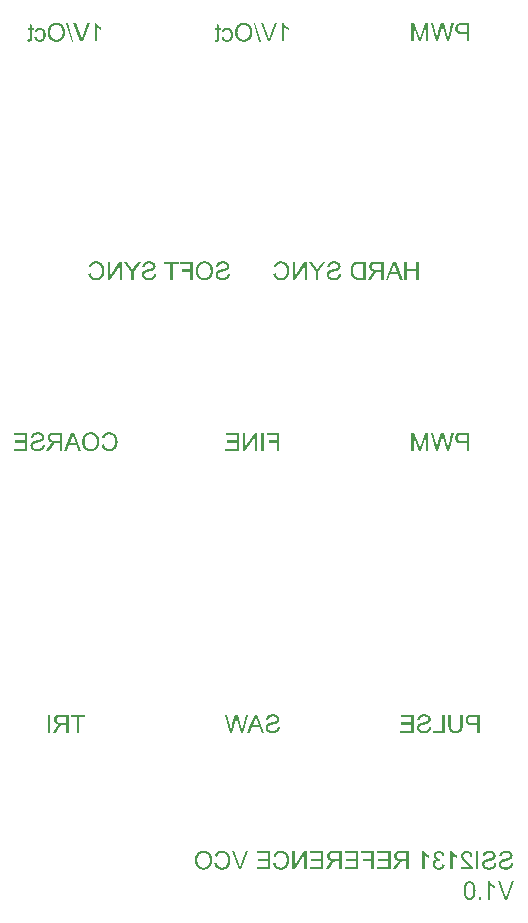
<source format=gbr>
%TF.GenerationSoftware,KiCad,Pcbnew,7.0.6*%
%TF.CreationDate,2023-07-23T13:51:40-05:00*%
%TF.ProjectId,ssi2131_ref,73736932-3133-4315-9f72-65662e6b6963,rev?*%
%TF.SameCoordinates,Original*%
%TF.FileFunction,Legend,Bot*%
%TF.FilePolarity,Positive*%
%FSLAX46Y46*%
G04 Gerber Fmt 4.6, Leading zero omitted, Abs format (unit mm)*
G04 Created by KiCad (PCBNEW 7.0.6) date 2023-07-23 13:51:40*
%MOMM*%
%LPD*%
G01*
G04 APERTURE LIST*
%ADD10C,0.190500*%
%ADD11C,3.200000*%
%ADD12C,7.500000*%
%ADD13C,5.000000*%
G04 APERTURE END LIST*
D10*
G36*
X165576813Y-41011460D02*
G01*
X165373578Y-41011460D01*
X165373578Y-40380164D01*
X164979762Y-40380164D01*
X164959626Y-40380031D01*
X164939880Y-40379630D01*
X164920527Y-40378963D01*
X164901566Y-40378030D01*
X164882996Y-40376829D01*
X164864819Y-40375361D01*
X164847033Y-40373627D01*
X164829639Y-40371626D01*
X164812637Y-40369358D01*
X164796027Y-40366824D01*
X164779808Y-40364022D01*
X164763982Y-40360954D01*
X164748547Y-40357619D01*
X164733504Y-40354017D01*
X164704594Y-40346012D01*
X164677252Y-40336941D01*
X164651476Y-40326802D01*
X164627269Y-40315596D01*
X164604628Y-40303323D01*
X164583555Y-40289982D01*
X164564050Y-40275574D01*
X164546112Y-40260099D01*
X164529741Y-40243557D01*
X164514641Y-40226246D01*
X164500516Y-40208463D01*
X164487364Y-40190209D01*
X164475187Y-40171485D01*
X164463984Y-40152289D01*
X164453755Y-40132622D01*
X164444500Y-40112484D01*
X164436219Y-40091875D01*
X164428913Y-40070795D01*
X164422581Y-40049243D01*
X164417223Y-40027221D01*
X164412839Y-40004727D01*
X164409429Y-39981763D01*
X164406994Y-39958327D01*
X164405532Y-39934420D01*
X164405171Y-39916370D01*
X164614609Y-39916370D01*
X164614689Y-39924779D01*
X164615335Y-39941241D01*
X164616626Y-39957230D01*
X164618563Y-39972744D01*
X164621145Y-39987784D01*
X164624373Y-40002351D01*
X164630425Y-40023311D01*
X164637930Y-40043205D01*
X164646888Y-40062033D01*
X164657298Y-40079794D01*
X164669160Y-40096488D01*
X164682475Y-40112117D01*
X164697243Y-40126678D01*
X164713741Y-40140049D01*
X164732248Y-40152104D01*
X164745702Y-40159411D01*
X164760049Y-40166133D01*
X164775288Y-40172270D01*
X164791420Y-40177823D01*
X164808445Y-40182791D01*
X164826363Y-40187175D01*
X164845174Y-40190974D01*
X164864877Y-40194189D01*
X164885473Y-40196819D01*
X164906962Y-40198865D01*
X164929343Y-40200326D01*
X164952618Y-40201203D01*
X164976785Y-40201496D01*
X165373578Y-40201496D01*
X165373578Y-39641667D01*
X164980879Y-39641667D01*
X164963956Y-39641721D01*
X164947710Y-39641883D01*
X164932142Y-39642152D01*
X164917252Y-39642528D01*
X164896186Y-39643295D01*
X164876646Y-39644304D01*
X164858629Y-39645554D01*
X164842138Y-39647047D01*
X164827170Y-39648782D01*
X164809586Y-39651472D01*
X164791416Y-39655440D01*
X164781581Y-39658463D01*
X164767287Y-39663690D01*
X164753542Y-39669747D01*
X164736071Y-39679117D01*
X164719576Y-39689964D01*
X164704059Y-39702288D01*
X164693063Y-39712501D01*
X164682616Y-39723544D01*
X164672718Y-39735419D01*
X164663370Y-39748124D01*
X164657466Y-39756982D01*
X164649323Y-39770683D01*
X164642037Y-39784881D01*
X164635609Y-39799577D01*
X164630037Y-39814770D01*
X164625323Y-39830460D01*
X164621466Y-39846648D01*
X164618466Y-39863332D01*
X164616323Y-39880514D01*
X164615037Y-39898194D01*
X164614609Y-39916370D01*
X164405171Y-39916370D01*
X164405045Y-39910042D01*
X164405229Y-39895741D01*
X164406190Y-39874572D01*
X164407977Y-39853743D01*
X164410587Y-39833255D01*
X164414022Y-39813107D01*
X164418282Y-39793299D01*
X164423366Y-39773831D01*
X164429274Y-39754704D01*
X164436007Y-39735916D01*
X164443564Y-39717469D01*
X164451946Y-39699363D01*
X164457878Y-39687525D01*
X164467213Y-39670397D01*
X164477071Y-39654021D01*
X164487453Y-39638397D01*
X164498358Y-39623526D01*
X164509786Y-39609407D01*
X164521738Y-39596041D01*
X164534214Y-39583427D01*
X164547212Y-39571565D01*
X164560735Y-39560456D01*
X164574780Y-39550100D01*
X164584463Y-39543580D01*
X164599526Y-39534302D01*
X164615237Y-39525626D01*
X164631595Y-39517552D01*
X164648602Y-39510080D01*
X164666256Y-39503210D01*
X164684558Y-39496941D01*
X164703508Y-39491275D01*
X164723105Y-39486211D01*
X164743351Y-39481748D01*
X164764244Y-39477888D01*
X164769362Y-39476972D01*
X164785559Y-39474398D01*
X164803019Y-39472086D01*
X164821742Y-39470036D01*
X164841728Y-39468248D01*
X164862977Y-39466721D01*
X164877844Y-39465849D01*
X164893272Y-39465093D01*
X164909262Y-39464453D01*
X164925813Y-39463929D01*
X164942925Y-39463522D01*
X164960599Y-39463232D01*
X164978833Y-39463057D01*
X164997629Y-39462999D01*
X165576813Y-39462999D01*
X165576813Y-41011460D01*
G37*
G36*
X163886907Y-41011460D02*
G01*
X164294122Y-39462999D01*
X164085675Y-39462999D01*
X163852290Y-40479548D01*
X163847629Y-40499500D01*
X163843048Y-40519435D01*
X163838545Y-40539352D01*
X163834120Y-40559251D01*
X163829774Y-40579133D01*
X163825507Y-40598998D01*
X163821318Y-40618845D01*
X163817207Y-40638675D01*
X163813175Y-40658487D01*
X163809222Y-40678282D01*
X163805347Y-40698060D01*
X163801551Y-40717820D01*
X163797833Y-40737562D01*
X163794193Y-40757287D01*
X163790632Y-40776995D01*
X163787150Y-40796685D01*
X163783544Y-40781350D01*
X163780033Y-40766427D01*
X163776615Y-40751915D01*
X163770060Y-40724126D01*
X163763880Y-40697983D01*
X163758076Y-40673486D01*
X163752647Y-40650635D01*
X163747593Y-40629430D01*
X163742914Y-40609870D01*
X163738610Y-40591957D01*
X163734681Y-40575690D01*
X163731127Y-40561068D01*
X163726500Y-40542222D01*
X163722717Y-40527079D01*
X163718986Y-40512650D01*
X163718288Y-40510071D01*
X163426091Y-39462999D01*
X163181166Y-39462999D01*
X162961180Y-40247652D01*
X162956061Y-40265879D01*
X162951031Y-40284038D01*
X162946092Y-40302128D01*
X162941243Y-40320148D01*
X162936484Y-40338100D01*
X162931815Y-40355982D01*
X162927236Y-40373796D01*
X162922748Y-40391540D01*
X162918350Y-40409215D01*
X162914041Y-40426822D01*
X162909823Y-40444359D01*
X162905695Y-40461827D01*
X162901658Y-40479226D01*
X162897710Y-40496556D01*
X162893852Y-40513817D01*
X162890085Y-40531009D01*
X162886408Y-40548131D01*
X162882821Y-40565185D01*
X162879324Y-40582170D01*
X162875917Y-40599085D01*
X162872601Y-40615932D01*
X162869374Y-40632709D01*
X162866238Y-40649418D01*
X162863192Y-40666057D01*
X162860236Y-40682627D01*
X162857370Y-40699128D01*
X162854594Y-40715560D01*
X162851909Y-40731924D01*
X162849313Y-40748217D01*
X162846808Y-40764442D01*
X162844393Y-40780598D01*
X162842068Y-40796685D01*
X162838322Y-40778138D01*
X162834437Y-40759253D01*
X162830413Y-40740031D01*
X162826248Y-40720472D01*
X162821944Y-40700575D01*
X162817501Y-40680341D01*
X162812918Y-40659770D01*
X162808195Y-40638861D01*
X162803333Y-40617615D01*
X162798331Y-40596032D01*
X162793190Y-40574111D01*
X162787909Y-40551853D01*
X162782489Y-40529258D01*
X162776928Y-40506325D01*
X162771229Y-40483055D01*
X162765389Y-40459448D01*
X162524931Y-39462999D01*
X162320579Y-39462999D01*
X162741567Y-41011460D01*
X162937358Y-41011460D01*
X163260822Y-39830386D01*
X163265764Y-39812314D01*
X163270448Y-39795135D01*
X163274872Y-39778849D01*
X163279038Y-39763455D01*
X163282945Y-39748954D01*
X163288320Y-39728877D01*
X163293113Y-39710808D01*
X163297323Y-39694749D01*
X163302031Y-39676460D01*
X163305704Y-39661743D01*
X163308839Y-39648368D01*
X163313347Y-39668120D01*
X163317795Y-39687316D01*
X163322184Y-39705956D01*
X163326514Y-39724040D01*
X163330786Y-39741568D01*
X163334999Y-39758539D01*
X163339152Y-39774955D01*
X163343247Y-39790814D01*
X163347283Y-39806117D01*
X163351260Y-39820864D01*
X163353879Y-39830386D01*
X163679577Y-41011460D01*
X163886907Y-41011460D01*
G37*
G36*
X162147866Y-41011460D02*
G01*
X162147866Y-39462999D01*
X161842269Y-39462999D01*
X161478976Y-40561066D01*
X161472801Y-40579935D01*
X161466838Y-40598201D01*
X161461087Y-40615866D01*
X161455549Y-40632929D01*
X161450223Y-40649390D01*
X161445109Y-40665249D01*
X161440208Y-40680505D01*
X161435519Y-40695160D01*
X161428883Y-40716014D01*
X161422725Y-40735513D01*
X161417044Y-40753658D01*
X161411842Y-40770449D01*
X161407116Y-40785885D01*
X161405647Y-40790729D01*
X161400504Y-40774186D01*
X161394843Y-40756243D01*
X161388665Y-40736900D01*
X161381970Y-40716156D01*
X161377220Y-40701549D01*
X161372240Y-40686320D01*
X161367030Y-40670468D01*
X161361591Y-40653994D01*
X161355922Y-40636898D01*
X161350023Y-40619180D01*
X161343894Y-40600839D01*
X161337536Y-40581876D01*
X161330948Y-40562290D01*
X161324130Y-40542082D01*
X160956743Y-39462999D01*
X160683529Y-39462999D01*
X160683529Y-41011460D01*
X160879320Y-41011460D01*
X160879320Y-39713135D01*
X161325247Y-41011460D01*
X161508382Y-41011460D01*
X161952448Y-39691174D01*
X161952448Y-41011460D01*
X162147866Y-41011460D01*
G37*
G36*
X149572540Y-99051488D02*
G01*
X149381216Y-99034365D01*
X149379355Y-99049225D01*
X149376039Y-99070883D01*
X149372096Y-99091781D01*
X149367525Y-99111920D01*
X149362325Y-99131301D01*
X149356498Y-99149922D01*
X149350042Y-99167785D01*
X149342958Y-99184888D01*
X149335246Y-99201233D01*
X149326906Y-99216818D01*
X149317937Y-99231645D01*
X149308104Y-99245834D01*
X149297309Y-99259505D01*
X149285553Y-99272660D01*
X149272834Y-99285298D01*
X149259154Y-99297419D01*
X149244511Y-99309023D01*
X149228907Y-99320110D01*
X149212341Y-99330680D01*
X149194814Y-99340734D01*
X149176324Y-99350270D01*
X149163463Y-99356341D01*
X149143556Y-99364789D01*
X149123198Y-99372406D01*
X149102387Y-99379192D01*
X149081126Y-99385148D01*
X149059413Y-99390272D01*
X149044687Y-99393226D01*
X149029760Y-99395812D01*
X149014632Y-99398028D01*
X148999304Y-99399874D01*
X148983775Y-99401351D01*
X148968046Y-99402459D01*
X148952116Y-99403198D01*
X148935985Y-99403567D01*
X148927844Y-99403613D01*
X148906308Y-99403309D01*
X148885249Y-99402396D01*
X148864668Y-99400875D01*
X148844565Y-99398745D01*
X148824939Y-99396007D01*
X148805791Y-99392660D01*
X148787120Y-99388705D01*
X148768927Y-99384141D01*
X148751212Y-99378969D01*
X148733974Y-99373188D01*
X148722748Y-99368996D01*
X148706403Y-99362210D01*
X148690870Y-99354973D01*
X148676148Y-99347283D01*
X148662238Y-99339143D01*
X148649139Y-99330551D01*
X148636851Y-99321507D01*
X148625374Y-99312012D01*
X148611334Y-99298650D01*
X148598737Y-99284485D01*
X148590235Y-99273334D01*
X148580028Y-99257904D01*
X148571182Y-99242137D01*
X148563697Y-99226033D01*
X148557572Y-99209591D01*
X148552809Y-99192811D01*
X148549407Y-99175695D01*
X148547365Y-99158241D01*
X148546685Y-99140450D01*
X148547342Y-99122589D01*
X148549314Y-99105297D01*
X148552600Y-99088576D01*
X148557200Y-99072425D01*
X148563115Y-99056844D01*
X148570344Y-99041833D01*
X148578888Y-99027392D01*
X148588746Y-99013520D01*
X148600024Y-99000120D01*
X148613011Y-98987279D01*
X148627708Y-98974995D01*
X148639853Y-98966149D01*
X148652960Y-98957617D01*
X148667028Y-98949399D01*
X148682059Y-98941495D01*
X148698051Y-98933905D01*
X148715005Y-98926629D01*
X148726842Y-98921953D01*
X148744628Y-98915485D01*
X148761035Y-98910085D01*
X148780073Y-98904214D01*
X148801742Y-98897872D01*
X148817649Y-98893382D01*
X148834725Y-98888682D01*
X148852969Y-98883774D01*
X148872383Y-98878655D01*
X148892966Y-98873328D01*
X148914718Y-98867791D01*
X148937639Y-98862045D01*
X148961729Y-98856089D01*
X148986988Y-98849924D01*
X149000056Y-98846763D01*
X149025990Y-98840366D01*
X149050935Y-98834014D01*
X149074891Y-98827710D01*
X149097859Y-98821452D01*
X149119837Y-98815240D01*
X149140827Y-98809075D01*
X149160829Y-98802957D01*
X149179841Y-98796885D01*
X149197865Y-98790859D01*
X149214900Y-98784881D01*
X149230947Y-98778948D01*
X149246005Y-98773062D01*
X149260074Y-98767223D01*
X149279323Y-98758551D01*
X149296348Y-98749984D01*
X149309856Y-98742572D01*
X149322927Y-98734944D01*
X149341717Y-98723099D01*
X149359525Y-98710770D01*
X149376351Y-98697956D01*
X149392196Y-98684659D01*
X149407060Y-98670877D01*
X149420942Y-98656611D01*
X149433843Y-98641861D01*
X149445762Y-98626626D01*
X149456700Y-98610908D01*
X149460128Y-98605561D01*
X149469773Y-98589255D01*
X149478470Y-98572584D01*
X149486218Y-98555546D01*
X149493017Y-98538141D01*
X149498868Y-98520370D01*
X149503770Y-98502233D01*
X149507723Y-98483729D01*
X149510727Y-98464859D01*
X149512783Y-98445623D01*
X149513890Y-98426020D01*
X149514100Y-98412748D01*
X149513521Y-98390900D01*
X149511784Y-98369328D01*
X149508889Y-98348030D01*
X149504836Y-98327008D01*
X149499624Y-98306260D01*
X149493254Y-98285786D01*
X149485727Y-98265588D01*
X149477041Y-98245665D01*
X149467197Y-98226016D01*
X149456195Y-98206642D01*
X149448216Y-98193879D01*
X149439699Y-98181322D01*
X149430710Y-98169149D01*
X149421250Y-98157360D01*
X149411320Y-98145955D01*
X149400918Y-98134933D01*
X149390044Y-98124296D01*
X149378700Y-98114042D01*
X149366885Y-98104172D01*
X149354599Y-98094686D01*
X149341841Y-98085584D01*
X149328613Y-98076866D01*
X149314913Y-98068531D01*
X149300742Y-98060581D01*
X149286100Y-98053014D01*
X149270987Y-98045832D01*
X149255403Y-98039033D01*
X149239472Y-98032632D01*
X149223316Y-98026644D01*
X149206937Y-98021070D01*
X149190334Y-98015908D01*
X149173506Y-98011159D01*
X149156455Y-98006823D01*
X149139180Y-98002900D01*
X149121681Y-97999390D01*
X149103958Y-97996293D01*
X149086011Y-97993609D01*
X149067841Y-97991338D01*
X149049446Y-97989480D01*
X149030827Y-97988035D01*
X149011985Y-97987002D01*
X148992918Y-97986383D01*
X148973628Y-97986176D01*
X148952475Y-97986393D01*
X148931636Y-97987043D01*
X148911112Y-97988126D01*
X148890901Y-97989643D01*
X148871004Y-97991593D01*
X148851422Y-97993976D01*
X148832153Y-97996792D01*
X148813199Y-98000042D01*
X148794558Y-98003725D01*
X148776232Y-98007841D01*
X148758220Y-98012391D01*
X148740522Y-98017374D01*
X148723137Y-98022790D01*
X148706067Y-98028639D01*
X148689311Y-98034922D01*
X148672869Y-98041638D01*
X148656820Y-98048729D01*
X148641242Y-98056231D01*
X148626135Y-98064142D01*
X148611499Y-98072463D01*
X148597334Y-98081194D01*
X148583640Y-98090336D01*
X148570417Y-98099887D01*
X148557665Y-98109849D01*
X148545385Y-98120220D01*
X148533575Y-98131001D01*
X148522237Y-98142193D01*
X148511370Y-98153795D01*
X148500974Y-98165806D01*
X148491049Y-98178228D01*
X148481595Y-98191059D01*
X148472612Y-98204301D01*
X148464072Y-98217858D01*
X148456042Y-98231636D01*
X148448520Y-98245635D01*
X148441508Y-98259856D01*
X148435004Y-98274297D01*
X148429009Y-98288959D01*
X148423523Y-98303842D01*
X148418546Y-98318947D01*
X148414078Y-98334272D01*
X148410119Y-98349818D01*
X148406668Y-98365585D01*
X148403727Y-98381574D01*
X148401294Y-98397783D01*
X148399371Y-98414213D01*
X148397956Y-98430865D01*
X148397050Y-98447737D01*
X148591724Y-98462626D01*
X148593972Y-98444483D01*
X148596807Y-98426904D01*
X148600230Y-98409889D01*
X148604240Y-98393438D01*
X148608838Y-98377552D01*
X148614023Y-98362230D01*
X148619795Y-98347471D01*
X148626155Y-98333277D01*
X148633102Y-98319647D01*
X148640637Y-98306582D01*
X148648759Y-98294080D01*
X148662044Y-98276386D01*
X148676650Y-98259960D01*
X148692578Y-98244805D01*
X148698181Y-98240035D01*
X148715899Y-98226597D01*
X148728555Y-98218374D01*
X148741885Y-98210737D01*
X148755890Y-98203688D01*
X148770570Y-98197226D01*
X148785924Y-98191352D01*
X148801953Y-98186066D01*
X148818657Y-98181366D01*
X148836035Y-98177254D01*
X148854088Y-98173730D01*
X148872816Y-98170793D01*
X148892218Y-98168443D01*
X148912295Y-98166681D01*
X148933047Y-98165506D01*
X148954473Y-98164918D01*
X148965439Y-98164845D01*
X148988081Y-98165111D01*
X149009943Y-98165909D01*
X149031027Y-98167240D01*
X149051330Y-98169102D01*
X149070855Y-98171497D01*
X149089600Y-98174424D01*
X149107566Y-98177883D01*
X149124752Y-98181874D01*
X149141159Y-98186398D01*
X149156787Y-98191453D01*
X149171635Y-98197041D01*
X149185704Y-98203161D01*
X149205346Y-98213339D01*
X149223235Y-98224714D01*
X149234186Y-98232962D01*
X149249220Y-98245913D01*
X149262775Y-98259361D01*
X149274851Y-98273307D01*
X149285449Y-98287749D01*
X149294568Y-98302689D01*
X149302208Y-98318127D01*
X149308369Y-98334061D01*
X149313052Y-98350493D01*
X149316256Y-98367422D01*
X149317981Y-98384848D01*
X149318310Y-98396742D01*
X149317783Y-98412114D01*
X149316203Y-98426962D01*
X149312457Y-98445945D01*
X149306839Y-98463998D01*
X149299348Y-98481121D01*
X149289984Y-98497313D01*
X149278747Y-98512574D01*
X149265638Y-98526905D01*
X149258381Y-98533721D01*
X149245762Y-98543797D01*
X149229819Y-98553926D01*
X149210552Y-98564107D01*
X149195860Y-98570923D01*
X149179692Y-98577763D01*
X149162046Y-98584626D01*
X149142923Y-98591512D01*
X149122322Y-98598422D01*
X149100245Y-98605354D01*
X149076690Y-98612310D01*
X149051657Y-98619289D01*
X149025148Y-98626292D01*
X148997161Y-98633318D01*
X148982614Y-98636839D01*
X148967697Y-98640367D01*
X148952411Y-98643900D01*
X148937092Y-98647399D01*
X148922076Y-98650872D01*
X148907364Y-98654318D01*
X148878848Y-98661128D01*
X148851544Y-98667831D01*
X148825453Y-98674427D01*
X148800575Y-98680914D01*
X148776910Y-98687294D01*
X148754457Y-98693567D01*
X148733217Y-98699732D01*
X148713189Y-98705789D01*
X148694375Y-98711739D01*
X148676772Y-98717581D01*
X148660383Y-98723316D01*
X148645206Y-98728943D01*
X148631242Y-98734463D01*
X148612569Y-98742540D01*
X148596093Y-98750440D01*
X148580168Y-98758598D01*
X148564792Y-98767015D01*
X148549965Y-98775691D01*
X148535688Y-98784626D01*
X148521961Y-98793820D01*
X148508783Y-98803272D01*
X148496155Y-98812984D01*
X148484077Y-98822954D01*
X148472548Y-98833183D01*
X148461569Y-98843671D01*
X148451139Y-98854417D01*
X148436525Y-98871022D01*
X148423148Y-98888210D01*
X148414917Y-98899992D01*
X148403475Y-98918114D01*
X148393159Y-98936746D01*
X148383968Y-98955889D01*
X148375903Y-98975542D01*
X148368963Y-98995705D01*
X148363148Y-99016379D01*
X148358459Y-99037563D01*
X148354895Y-99059258D01*
X148352457Y-99081463D01*
X148351457Y-99096549D01*
X148350956Y-99111863D01*
X148350894Y-99119605D01*
X148351169Y-99134951D01*
X148351993Y-99150186D01*
X148353367Y-99165310D01*
X148355291Y-99180324D01*
X148357764Y-99195228D01*
X148360787Y-99210021D01*
X148364359Y-99224704D01*
X148368482Y-99239276D01*
X148373153Y-99253737D01*
X148378375Y-99268088D01*
X148384146Y-99282329D01*
X148390466Y-99296459D01*
X148397336Y-99310478D01*
X148404756Y-99324387D01*
X148412726Y-99338186D01*
X148421245Y-99351874D01*
X148430232Y-99365318D01*
X148439699Y-99378383D01*
X148449646Y-99391071D01*
X148460072Y-99403381D01*
X148470979Y-99415312D01*
X148482365Y-99426866D01*
X148494231Y-99438041D01*
X148506577Y-99448839D01*
X148519403Y-99459258D01*
X148532709Y-99469300D01*
X148546494Y-99478963D01*
X148560760Y-99488248D01*
X148575505Y-99497156D01*
X148590730Y-99505685D01*
X148606434Y-99513836D01*
X148622619Y-99521609D01*
X148639171Y-99528956D01*
X148655980Y-99535829D01*
X148673044Y-99542228D01*
X148690364Y-99548153D01*
X148707940Y-99553605D01*
X148725772Y-99558582D01*
X148743860Y-99563085D01*
X148762204Y-99567114D01*
X148780803Y-99570669D01*
X148799659Y-99573750D01*
X148818770Y-99576357D01*
X148838138Y-99578490D01*
X148857761Y-99580149D01*
X148877640Y-99581334D01*
X148897775Y-99582045D01*
X148918166Y-99582282D01*
X148943959Y-99582039D01*
X148969225Y-99581311D01*
X148993965Y-99580097D01*
X149018179Y-99578397D01*
X149041866Y-99576211D01*
X149065027Y-99573540D01*
X149087662Y-99570384D01*
X149109770Y-99566742D01*
X149131352Y-99562614D01*
X149152407Y-99558000D01*
X149172936Y-99552901D01*
X149192939Y-99547316D01*
X149212416Y-99541245D01*
X149231366Y-99534689D01*
X149249789Y-99527648D01*
X149267687Y-99520120D01*
X149285037Y-99512107D01*
X149301914Y-99503608D01*
X149318317Y-99494624D01*
X149334245Y-99485154D01*
X149349700Y-99475199D01*
X149364681Y-99464757D01*
X149379187Y-99453831D01*
X149393220Y-99442418D01*
X149406779Y-99430520D01*
X149419863Y-99418136D01*
X149432474Y-99405267D01*
X149444610Y-99391912D01*
X149456273Y-99378071D01*
X149467462Y-99363745D01*
X149478176Y-99348933D01*
X149488417Y-99333635D01*
X149498124Y-99317920D01*
X149507238Y-99301949D01*
X149515758Y-99285722D01*
X149523685Y-99269240D01*
X149531019Y-99252501D01*
X149537760Y-99235507D01*
X149543908Y-99218256D01*
X149549462Y-99200750D01*
X149554423Y-99182988D01*
X149558791Y-99164970D01*
X149562565Y-99146696D01*
X149565747Y-99128166D01*
X149568335Y-99109380D01*
X149570330Y-99090339D01*
X149571732Y-99071041D01*
X149572540Y-99051488D01*
G37*
G36*
X148250021Y-99558460D02*
G01*
X148034502Y-99558460D01*
X147865883Y-99082010D01*
X147224165Y-99082010D01*
X147045125Y-99558460D01*
X146813972Y-99558460D01*
X147074811Y-98915253D01*
X147287072Y-98915253D01*
X147807444Y-98915253D01*
X147638825Y-98464487D01*
X147632221Y-98446286D01*
X147625809Y-98428067D01*
X147619589Y-98409831D01*
X147613561Y-98391577D01*
X147607724Y-98373306D01*
X147602080Y-98355018D01*
X147596627Y-98336712D01*
X147591367Y-98318388D01*
X147586298Y-98300047D01*
X147581421Y-98281689D01*
X147576736Y-98263313D01*
X147572243Y-98244920D01*
X147567942Y-98226509D01*
X147563833Y-98208081D01*
X147559916Y-98189636D01*
X147556191Y-98171173D01*
X147551578Y-98187030D01*
X147546670Y-98203429D01*
X147541469Y-98220368D01*
X147535975Y-98237848D01*
X147530186Y-98255869D01*
X147524104Y-98274431D01*
X147517728Y-98293533D01*
X147511059Y-98313177D01*
X147504096Y-98333362D01*
X147496839Y-98354087D01*
X147489288Y-98375353D01*
X147481444Y-98397161D01*
X147473305Y-98419509D01*
X147464874Y-98442398D01*
X147456148Y-98465828D01*
X147447129Y-98489798D01*
X147287072Y-98915253D01*
X147074811Y-98915253D01*
X147441918Y-98009999D01*
X147660787Y-98009999D01*
X148250021Y-99558460D01*
G37*
G36*
X146470780Y-99558460D02*
G01*
X146877995Y-98009999D01*
X146669549Y-98009999D01*
X146436163Y-99026548D01*
X146431503Y-99046500D01*
X146426921Y-99066435D01*
X146422418Y-99086352D01*
X146417994Y-99106251D01*
X146413648Y-99126133D01*
X146409380Y-99145998D01*
X146405191Y-99165845D01*
X146401081Y-99185675D01*
X146397049Y-99205487D01*
X146393095Y-99225282D01*
X146389220Y-99245060D01*
X146385424Y-99264820D01*
X146381706Y-99284562D01*
X146378066Y-99304287D01*
X146374506Y-99323995D01*
X146371023Y-99343685D01*
X146367418Y-99328350D01*
X146363906Y-99313427D01*
X146360488Y-99298915D01*
X146353933Y-99271126D01*
X146347754Y-99244983D01*
X146341949Y-99220486D01*
X146336520Y-99197635D01*
X146331466Y-99176430D01*
X146326787Y-99156870D01*
X146322483Y-99138957D01*
X146318554Y-99122690D01*
X146315001Y-99108068D01*
X146310374Y-99089222D01*
X146306591Y-99074079D01*
X146302860Y-99059650D01*
X146302161Y-99057071D01*
X146009964Y-98009999D01*
X145765039Y-98009999D01*
X145545054Y-98794652D01*
X145539934Y-98812879D01*
X145534905Y-98831038D01*
X145529965Y-98849128D01*
X145525116Y-98867148D01*
X145520357Y-98885100D01*
X145515688Y-98902982D01*
X145511110Y-98920796D01*
X145506621Y-98938540D01*
X145502223Y-98956215D01*
X145497915Y-98973822D01*
X145493697Y-98991359D01*
X145489569Y-99008827D01*
X145485531Y-99026226D01*
X145481583Y-99043556D01*
X145477726Y-99060817D01*
X145473958Y-99078009D01*
X145470281Y-99095131D01*
X145466694Y-99112185D01*
X145463197Y-99129170D01*
X145459791Y-99146085D01*
X145456474Y-99162932D01*
X145453247Y-99179709D01*
X145450111Y-99196418D01*
X145447065Y-99213057D01*
X145444109Y-99229627D01*
X145441243Y-99246128D01*
X145438467Y-99262560D01*
X145435782Y-99278924D01*
X145433187Y-99295217D01*
X145430681Y-99311442D01*
X145428266Y-99327598D01*
X145425941Y-99343685D01*
X145422196Y-99325138D01*
X145418311Y-99306253D01*
X145414286Y-99287031D01*
X145410122Y-99267472D01*
X145405818Y-99247575D01*
X145401374Y-99227341D01*
X145396791Y-99206770D01*
X145392069Y-99185861D01*
X145387206Y-99164615D01*
X145382205Y-99143032D01*
X145377063Y-99121111D01*
X145371782Y-99098853D01*
X145366362Y-99076258D01*
X145360802Y-99053325D01*
X145355102Y-99030055D01*
X145349263Y-99006448D01*
X145108805Y-98009999D01*
X144904452Y-98009999D01*
X145325440Y-99558460D01*
X145521231Y-99558460D01*
X145844696Y-98377386D01*
X145849638Y-98359314D01*
X145854321Y-98342135D01*
X145858746Y-98325849D01*
X145862911Y-98310455D01*
X145866818Y-98295954D01*
X145872193Y-98275877D01*
X145876986Y-98257808D01*
X145881197Y-98241749D01*
X145885905Y-98223460D01*
X145889578Y-98208743D01*
X145892713Y-98195368D01*
X145897220Y-98215120D01*
X145901668Y-98234316D01*
X145906057Y-98252956D01*
X145910388Y-98271040D01*
X145914659Y-98288568D01*
X145918872Y-98305539D01*
X145923026Y-98321955D01*
X145927120Y-98337814D01*
X145931156Y-98353117D01*
X145935133Y-98367864D01*
X145937752Y-98377386D01*
X146263450Y-99558460D01*
X146470780Y-99558460D01*
G37*
G36*
X169321593Y-110605328D02*
G01*
X169130269Y-110588205D01*
X169128408Y-110603065D01*
X169125092Y-110624723D01*
X169121149Y-110645621D01*
X169116578Y-110665760D01*
X169111378Y-110685141D01*
X169105551Y-110703762D01*
X169099095Y-110721625D01*
X169092011Y-110738728D01*
X169084299Y-110755073D01*
X169075959Y-110770658D01*
X169066990Y-110785485D01*
X169057157Y-110799674D01*
X169046362Y-110813345D01*
X169034606Y-110826500D01*
X169021887Y-110839138D01*
X169008207Y-110851259D01*
X168993564Y-110862863D01*
X168977960Y-110873950D01*
X168961394Y-110884520D01*
X168943867Y-110894574D01*
X168925377Y-110904110D01*
X168912516Y-110910181D01*
X168892609Y-110918629D01*
X168872251Y-110926246D01*
X168851440Y-110933032D01*
X168830179Y-110938988D01*
X168808466Y-110944112D01*
X168793740Y-110947066D01*
X168778813Y-110949652D01*
X168763685Y-110951868D01*
X168748357Y-110953714D01*
X168732828Y-110955191D01*
X168717099Y-110956299D01*
X168701169Y-110957038D01*
X168685038Y-110957407D01*
X168676897Y-110957453D01*
X168655361Y-110957149D01*
X168634302Y-110956236D01*
X168613721Y-110954715D01*
X168593618Y-110952585D01*
X168573992Y-110949847D01*
X168554844Y-110946500D01*
X168536173Y-110942545D01*
X168517980Y-110937981D01*
X168500265Y-110932809D01*
X168483027Y-110927028D01*
X168471801Y-110922836D01*
X168455456Y-110916050D01*
X168439923Y-110908813D01*
X168425201Y-110901123D01*
X168411291Y-110892983D01*
X168398192Y-110884391D01*
X168385904Y-110875347D01*
X168374427Y-110865852D01*
X168360387Y-110852490D01*
X168347790Y-110838325D01*
X168339288Y-110827174D01*
X168329081Y-110811744D01*
X168320235Y-110795977D01*
X168312750Y-110779873D01*
X168306625Y-110763431D01*
X168301862Y-110746651D01*
X168298460Y-110729535D01*
X168296418Y-110712081D01*
X168295738Y-110694290D01*
X168296395Y-110676429D01*
X168298367Y-110659137D01*
X168301653Y-110642416D01*
X168306253Y-110626265D01*
X168312168Y-110610684D01*
X168319397Y-110595673D01*
X168327941Y-110581232D01*
X168337799Y-110567360D01*
X168349077Y-110553960D01*
X168362064Y-110541119D01*
X168376761Y-110528835D01*
X168388906Y-110519989D01*
X168402013Y-110511457D01*
X168416081Y-110503239D01*
X168431112Y-110495335D01*
X168447104Y-110487745D01*
X168464058Y-110480469D01*
X168475895Y-110475793D01*
X168493681Y-110469325D01*
X168510088Y-110463925D01*
X168529126Y-110458054D01*
X168550795Y-110451712D01*
X168566702Y-110447222D01*
X168583778Y-110442522D01*
X168602022Y-110437614D01*
X168621436Y-110432495D01*
X168642019Y-110427168D01*
X168663771Y-110421631D01*
X168686692Y-110415885D01*
X168710782Y-110409929D01*
X168736041Y-110403764D01*
X168749109Y-110400603D01*
X168775043Y-110394206D01*
X168799988Y-110387854D01*
X168823944Y-110381550D01*
X168846912Y-110375292D01*
X168868890Y-110369080D01*
X168889880Y-110362915D01*
X168909882Y-110356797D01*
X168928894Y-110350725D01*
X168946918Y-110344699D01*
X168963953Y-110338721D01*
X168980000Y-110332788D01*
X168995058Y-110326902D01*
X169009127Y-110321063D01*
X169028376Y-110312391D01*
X169045401Y-110303824D01*
X169058909Y-110296412D01*
X169071980Y-110288784D01*
X169090770Y-110276939D01*
X169108578Y-110264610D01*
X169125404Y-110251796D01*
X169141249Y-110238499D01*
X169156113Y-110224717D01*
X169169995Y-110210451D01*
X169182896Y-110195701D01*
X169194815Y-110180466D01*
X169205753Y-110164748D01*
X169209181Y-110159401D01*
X169218826Y-110143095D01*
X169227523Y-110126424D01*
X169235271Y-110109386D01*
X169242070Y-110091981D01*
X169247921Y-110074210D01*
X169252823Y-110056073D01*
X169256776Y-110037569D01*
X169259780Y-110018699D01*
X169261836Y-109999463D01*
X169262943Y-109979860D01*
X169263153Y-109966588D01*
X169262574Y-109944740D01*
X169260837Y-109923168D01*
X169257942Y-109901870D01*
X169253889Y-109880848D01*
X169248677Y-109860100D01*
X169242307Y-109839626D01*
X169234780Y-109819428D01*
X169226094Y-109799505D01*
X169216250Y-109779856D01*
X169205248Y-109760482D01*
X169197269Y-109747719D01*
X169188752Y-109735162D01*
X169179763Y-109722989D01*
X169170303Y-109711200D01*
X169160373Y-109699795D01*
X169149971Y-109688773D01*
X169139097Y-109678136D01*
X169127753Y-109667882D01*
X169115938Y-109658012D01*
X169103652Y-109648526D01*
X169090894Y-109639424D01*
X169077666Y-109630706D01*
X169063966Y-109622371D01*
X169049795Y-109614421D01*
X169035153Y-109606854D01*
X169020040Y-109599672D01*
X169004456Y-109592873D01*
X168988525Y-109586472D01*
X168972369Y-109580484D01*
X168955990Y-109574910D01*
X168939387Y-109569748D01*
X168922559Y-109564999D01*
X168905508Y-109560663D01*
X168888233Y-109556740D01*
X168870734Y-109553230D01*
X168853011Y-109550133D01*
X168835064Y-109547449D01*
X168816894Y-109545178D01*
X168798499Y-109543320D01*
X168779880Y-109541875D01*
X168761038Y-109540842D01*
X168741971Y-109540223D01*
X168722681Y-109540016D01*
X168701528Y-109540233D01*
X168680689Y-109540883D01*
X168660165Y-109541966D01*
X168639954Y-109543483D01*
X168620057Y-109545433D01*
X168600475Y-109547816D01*
X168581206Y-109550632D01*
X168562252Y-109553882D01*
X168543611Y-109557565D01*
X168525285Y-109561681D01*
X168507273Y-109566231D01*
X168489575Y-109571214D01*
X168472190Y-109576630D01*
X168455120Y-109582479D01*
X168438364Y-109588762D01*
X168421922Y-109595478D01*
X168405873Y-109602569D01*
X168390295Y-109610071D01*
X168375188Y-109617982D01*
X168360552Y-109626303D01*
X168346387Y-109635034D01*
X168332693Y-109644176D01*
X168319470Y-109653727D01*
X168306718Y-109663689D01*
X168294438Y-109674060D01*
X168282628Y-109684841D01*
X168271290Y-109696033D01*
X168260423Y-109707635D01*
X168250027Y-109719646D01*
X168240102Y-109732068D01*
X168230648Y-109744899D01*
X168221665Y-109758141D01*
X168213125Y-109771698D01*
X168205095Y-109785476D01*
X168197573Y-109799475D01*
X168190561Y-109813696D01*
X168184057Y-109828137D01*
X168178062Y-109842799D01*
X168172576Y-109857682D01*
X168167599Y-109872787D01*
X168163131Y-109888112D01*
X168159172Y-109903658D01*
X168155721Y-109919425D01*
X168152780Y-109935414D01*
X168150347Y-109951623D01*
X168148424Y-109968053D01*
X168147009Y-109984705D01*
X168146103Y-110001577D01*
X168340777Y-110016466D01*
X168343025Y-109998323D01*
X168345860Y-109980744D01*
X168349283Y-109963729D01*
X168353293Y-109947278D01*
X168357891Y-109931392D01*
X168363076Y-109916070D01*
X168368848Y-109901311D01*
X168375208Y-109887117D01*
X168382155Y-109873487D01*
X168389690Y-109860422D01*
X168397812Y-109847920D01*
X168411097Y-109830226D01*
X168425703Y-109813800D01*
X168441631Y-109798645D01*
X168447234Y-109793875D01*
X168464952Y-109780437D01*
X168477608Y-109772214D01*
X168490938Y-109764577D01*
X168504943Y-109757528D01*
X168519623Y-109751066D01*
X168534977Y-109745192D01*
X168551006Y-109739906D01*
X168567710Y-109735206D01*
X168585088Y-109731094D01*
X168603141Y-109727570D01*
X168621869Y-109724633D01*
X168641271Y-109722283D01*
X168661348Y-109720521D01*
X168682100Y-109719346D01*
X168703526Y-109718758D01*
X168714492Y-109718685D01*
X168737134Y-109718951D01*
X168758996Y-109719749D01*
X168780080Y-109721080D01*
X168800383Y-109722942D01*
X168819908Y-109725337D01*
X168838653Y-109728264D01*
X168856619Y-109731723D01*
X168873805Y-109735714D01*
X168890212Y-109740238D01*
X168905840Y-109745293D01*
X168920688Y-109750881D01*
X168934757Y-109757001D01*
X168954399Y-109767179D01*
X168972288Y-109778554D01*
X168983239Y-109786802D01*
X168998273Y-109799753D01*
X169011828Y-109813201D01*
X169023904Y-109827147D01*
X169034502Y-109841589D01*
X169043621Y-109856529D01*
X169051261Y-109871967D01*
X169057422Y-109887901D01*
X169062105Y-109904333D01*
X169065309Y-109921262D01*
X169067034Y-109938688D01*
X169067363Y-109950582D01*
X169066836Y-109965954D01*
X169065256Y-109980802D01*
X169061510Y-109999785D01*
X169055892Y-110017838D01*
X169048401Y-110034961D01*
X169039037Y-110051153D01*
X169027800Y-110066414D01*
X169014691Y-110080745D01*
X169007434Y-110087561D01*
X168994815Y-110097637D01*
X168978872Y-110107766D01*
X168959605Y-110117947D01*
X168944913Y-110124763D01*
X168928745Y-110131603D01*
X168911099Y-110138466D01*
X168891976Y-110145352D01*
X168871375Y-110152262D01*
X168849298Y-110159194D01*
X168825743Y-110166150D01*
X168800710Y-110173129D01*
X168774201Y-110180132D01*
X168746214Y-110187158D01*
X168731667Y-110190679D01*
X168716750Y-110194207D01*
X168701464Y-110197740D01*
X168686145Y-110201239D01*
X168671129Y-110204712D01*
X168656417Y-110208158D01*
X168627901Y-110214968D01*
X168600597Y-110221671D01*
X168574506Y-110228267D01*
X168549628Y-110234754D01*
X168525963Y-110241134D01*
X168503510Y-110247407D01*
X168482270Y-110253572D01*
X168462242Y-110259629D01*
X168443428Y-110265579D01*
X168425825Y-110271421D01*
X168409436Y-110277156D01*
X168394259Y-110282783D01*
X168380295Y-110288303D01*
X168361622Y-110296380D01*
X168345146Y-110304280D01*
X168329221Y-110312438D01*
X168313845Y-110320855D01*
X168299018Y-110329531D01*
X168284741Y-110338466D01*
X168271014Y-110347660D01*
X168257836Y-110357112D01*
X168245208Y-110366824D01*
X168233130Y-110376794D01*
X168221601Y-110387023D01*
X168210622Y-110397511D01*
X168200192Y-110408257D01*
X168185578Y-110424862D01*
X168172201Y-110442050D01*
X168163970Y-110453832D01*
X168152528Y-110471954D01*
X168142212Y-110490586D01*
X168133021Y-110509729D01*
X168124956Y-110529382D01*
X168118016Y-110549545D01*
X168112201Y-110570219D01*
X168107512Y-110591403D01*
X168103948Y-110613098D01*
X168101510Y-110635303D01*
X168100510Y-110650389D01*
X168100009Y-110665703D01*
X168099947Y-110673445D01*
X168100222Y-110688791D01*
X168101046Y-110704026D01*
X168102420Y-110719150D01*
X168104344Y-110734164D01*
X168106817Y-110749068D01*
X168109840Y-110763861D01*
X168113412Y-110778544D01*
X168117535Y-110793116D01*
X168122206Y-110807577D01*
X168127428Y-110821928D01*
X168133199Y-110836169D01*
X168139519Y-110850299D01*
X168146389Y-110864318D01*
X168153809Y-110878227D01*
X168161779Y-110892026D01*
X168170298Y-110905714D01*
X168179285Y-110919158D01*
X168188752Y-110932223D01*
X168198699Y-110944911D01*
X168209125Y-110957221D01*
X168220032Y-110969152D01*
X168231418Y-110980706D01*
X168243284Y-110991881D01*
X168255630Y-111002679D01*
X168268456Y-111013098D01*
X168281762Y-111023140D01*
X168295547Y-111032803D01*
X168309813Y-111042088D01*
X168324558Y-111050996D01*
X168339783Y-111059525D01*
X168355487Y-111067676D01*
X168371672Y-111075449D01*
X168388224Y-111082796D01*
X168405033Y-111089669D01*
X168422097Y-111096068D01*
X168439417Y-111101993D01*
X168456993Y-111107445D01*
X168474825Y-111112422D01*
X168492913Y-111116925D01*
X168511257Y-111120954D01*
X168529856Y-111124509D01*
X168548712Y-111127590D01*
X168567823Y-111130197D01*
X168587191Y-111132330D01*
X168606814Y-111133989D01*
X168626693Y-111135174D01*
X168646828Y-111135885D01*
X168667219Y-111136122D01*
X168693012Y-111135879D01*
X168718278Y-111135151D01*
X168743018Y-111133937D01*
X168767232Y-111132237D01*
X168790919Y-111130051D01*
X168814080Y-111127380D01*
X168836715Y-111124224D01*
X168858823Y-111120582D01*
X168880405Y-111116454D01*
X168901460Y-111111840D01*
X168921989Y-111106741D01*
X168941992Y-111101156D01*
X168961469Y-111095085D01*
X168980419Y-111088529D01*
X168998842Y-111081488D01*
X169016740Y-111073960D01*
X169034090Y-111065947D01*
X169050967Y-111057448D01*
X169067370Y-111048464D01*
X169083298Y-111038994D01*
X169098753Y-111029039D01*
X169113734Y-111018597D01*
X169128240Y-111007671D01*
X169142273Y-110996258D01*
X169155832Y-110984360D01*
X169168916Y-110971976D01*
X169181527Y-110959107D01*
X169193663Y-110945752D01*
X169205326Y-110931911D01*
X169216515Y-110917585D01*
X169227229Y-110902773D01*
X169237470Y-110887475D01*
X169247177Y-110871760D01*
X169256291Y-110855789D01*
X169264811Y-110839562D01*
X169272738Y-110823080D01*
X169280072Y-110806341D01*
X169286813Y-110789347D01*
X169292961Y-110772096D01*
X169298515Y-110754590D01*
X169303476Y-110736828D01*
X169307844Y-110718810D01*
X169311618Y-110700536D01*
X169314800Y-110682006D01*
X169317388Y-110663220D01*
X169319383Y-110644179D01*
X169320785Y-110624881D01*
X169321593Y-110605328D01*
G37*
G36*
X167899689Y-110605328D02*
G01*
X167708365Y-110588205D01*
X167706504Y-110603065D01*
X167703189Y-110624723D01*
X167699245Y-110645621D01*
X167694674Y-110665760D01*
X167689475Y-110685141D01*
X167683647Y-110703762D01*
X167677191Y-110721625D01*
X167670107Y-110738728D01*
X167662395Y-110755073D01*
X167654055Y-110770658D01*
X167645087Y-110785485D01*
X167635253Y-110799674D01*
X167624459Y-110813345D01*
X167612702Y-110826500D01*
X167599983Y-110839138D01*
X167586303Y-110851259D01*
X167571661Y-110862863D01*
X167556057Y-110873950D01*
X167539491Y-110884520D01*
X167521963Y-110894574D01*
X167503473Y-110904110D01*
X167490613Y-110910181D01*
X167470706Y-110918629D01*
X167450347Y-110926246D01*
X167429537Y-110933032D01*
X167408275Y-110938988D01*
X167386562Y-110944112D01*
X167371836Y-110947066D01*
X167356909Y-110949652D01*
X167341782Y-110951868D01*
X167326453Y-110953714D01*
X167310925Y-110955191D01*
X167295195Y-110956299D01*
X167279265Y-110957038D01*
X167263134Y-110957407D01*
X167254994Y-110957453D01*
X167233457Y-110957149D01*
X167212398Y-110956236D01*
X167191817Y-110954715D01*
X167171714Y-110952585D01*
X167152088Y-110949847D01*
X167132940Y-110946500D01*
X167114269Y-110942545D01*
X167096076Y-110937981D01*
X167078361Y-110932809D01*
X167061123Y-110927028D01*
X167049897Y-110922836D01*
X167033553Y-110916050D01*
X167018019Y-110908813D01*
X167003298Y-110901123D01*
X166989387Y-110892983D01*
X166976288Y-110884391D01*
X166964000Y-110875347D01*
X166952524Y-110865852D01*
X166938484Y-110852490D01*
X166925886Y-110838325D01*
X166917385Y-110827174D01*
X166907177Y-110811744D01*
X166898331Y-110795977D01*
X166890846Y-110779873D01*
X166884722Y-110763431D01*
X166879958Y-110746651D01*
X166876556Y-110729535D01*
X166874515Y-110712081D01*
X166873834Y-110694290D01*
X166874491Y-110676429D01*
X166876463Y-110659137D01*
X166879749Y-110642416D01*
X166884350Y-110626265D01*
X166890264Y-110610684D01*
X166897494Y-110595673D01*
X166906037Y-110581232D01*
X166915896Y-110567360D01*
X166927173Y-110553960D01*
X166940160Y-110541119D01*
X166954857Y-110528835D01*
X166967002Y-110519989D01*
X166980109Y-110511457D01*
X166994178Y-110503239D01*
X167009208Y-110495335D01*
X167025200Y-110487745D01*
X167042154Y-110480469D01*
X167053992Y-110475793D01*
X167071777Y-110469325D01*
X167088185Y-110463925D01*
X167107223Y-110458054D01*
X167128891Y-110451712D01*
X167144798Y-110447222D01*
X167161874Y-110442522D01*
X167180119Y-110437614D01*
X167199533Y-110432495D01*
X167220116Y-110427168D01*
X167241868Y-110421631D01*
X167264789Y-110415885D01*
X167288879Y-110409929D01*
X167314138Y-110403764D01*
X167327206Y-110400603D01*
X167353139Y-110394206D01*
X167378084Y-110387854D01*
X167402040Y-110381550D01*
X167425008Y-110375292D01*
X167446987Y-110369080D01*
X167467977Y-110362915D01*
X167487978Y-110356797D01*
X167506991Y-110350725D01*
X167525015Y-110344699D01*
X167542050Y-110338721D01*
X167558096Y-110332788D01*
X167573154Y-110326902D01*
X167587223Y-110321063D01*
X167606472Y-110312391D01*
X167623497Y-110303824D01*
X167637005Y-110296412D01*
X167650077Y-110288784D01*
X167668866Y-110276939D01*
X167686674Y-110264610D01*
X167703501Y-110251796D01*
X167719346Y-110238499D01*
X167734209Y-110224717D01*
X167748091Y-110210451D01*
X167760992Y-110195701D01*
X167772911Y-110180466D01*
X167783849Y-110164748D01*
X167787277Y-110159401D01*
X167796922Y-110143095D01*
X167805619Y-110126424D01*
X167813367Y-110109386D01*
X167820167Y-110091981D01*
X167826017Y-110074210D01*
X167830919Y-110056073D01*
X167834872Y-110037569D01*
X167837876Y-110018699D01*
X167839932Y-109999463D01*
X167841039Y-109979860D01*
X167841250Y-109966588D01*
X167840671Y-109944740D01*
X167838934Y-109923168D01*
X167836038Y-109901870D01*
X167831985Y-109880848D01*
X167826773Y-109860100D01*
X167820404Y-109839626D01*
X167812876Y-109819428D01*
X167804190Y-109799505D01*
X167794346Y-109779856D01*
X167783344Y-109760482D01*
X167775366Y-109747719D01*
X167766848Y-109735162D01*
X167757859Y-109722989D01*
X167748400Y-109711200D01*
X167738469Y-109699795D01*
X167728067Y-109688773D01*
X167717194Y-109678136D01*
X167705850Y-109667882D01*
X167694034Y-109658012D01*
X167681748Y-109648526D01*
X167668990Y-109639424D01*
X167655762Y-109630706D01*
X167642062Y-109622371D01*
X167627891Y-109614421D01*
X167613250Y-109606854D01*
X167598137Y-109599672D01*
X167582553Y-109592873D01*
X167566621Y-109586472D01*
X167550466Y-109580484D01*
X167534086Y-109574910D01*
X167517483Y-109569748D01*
X167500656Y-109564999D01*
X167483604Y-109560663D01*
X167466329Y-109556740D01*
X167448830Y-109553230D01*
X167431107Y-109550133D01*
X167413161Y-109547449D01*
X167394990Y-109545178D01*
X167376595Y-109543320D01*
X167357977Y-109541875D01*
X167339134Y-109540842D01*
X167320068Y-109540223D01*
X167300777Y-109540016D01*
X167279625Y-109540233D01*
X167258786Y-109540883D01*
X167238261Y-109541966D01*
X167218050Y-109543483D01*
X167198154Y-109545433D01*
X167178571Y-109547816D01*
X167159302Y-109550632D01*
X167140348Y-109553882D01*
X167121708Y-109557565D01*
X167103381Y-109561681D01*
X167085369Y-109566231D01*
X167067671Y-109571214D01*
X167050287Y-109576630D01*
X167033217Y-109582479D01*
X167016461Y-109588762D01*
X167000019Y-109595478D01*
X166983969Y-109602569D01*
X166968391Y-109610071D01*
X166953284Y-109617982D01*
X166938648Y-109626303D01*
X166924483Y-109635034D01*
X166910789Y-109644176D01*
X166897566Y-109653727D01*
X166884815Y-109663689D01*
X166872534Y-109674060D01*
X166860725Y-109684841D01*
X166849386Y-109696033D01*
X166838519Y-109707635D01*
X166828123Y-109719646D01*
X166818198Y-109732068D01*
X166808744Y-109744899D01*
X166799761Y-109758141D01*
X166791222Y-109771698D01*
X166783191Y-109785476D01*
X166775670Y-109799475D01*
X166768657Y-109813696D01*
X166762153Y-109828137D01*
X166756158Y-109842799D01*
X166750672Y-109857682D01*
X166745695Y-109872787D01*
X166741227Y-109888112D01*
X166737268Y-109903658D01*
X166733817Y-109919425D01*
X166730876Y-109935414D01*
X166728443Y-109951623D01*
X166726520Y-109968053D01*
X166725105Y-109984705D01*
X166724199Y-110001577D01*
X166918873Y-110016466D01*
X166921121Y-109998323D01*
X166923957Y-109980744D01*
X166927379Y-109963729D01*
X166931390Y-109947278D01*
X166935987Y-109931392D01*
X166941172Y-109916070D01*
X166946945Y-109901311D01*
X166953304Y-109887117D01*
X166960252Y-109873487D01*
X166967786Y-109860422D01*
X166975908Y-109847920D01*
X166989193Y-109830226D01*
X167003799Y-109813800D01*
X167019727Y-109798645D01*
X167025330Y-109793875D01*
X167043049Y-109780437D01*
X167055704Y-109772214D01*
X167069035Y-109764577D01*
X167083040Y-109757528D01*
X167097719Y-109751066D01*
X167113074Y-109745192D01*
X167129103Y-109739906D01*
X167145806Y-109735206D01*
X167163185Y-109731094D01*
X167181238Y-109727570D01*
X167199965Y-109724633D01*
X167219368Y-109722283D01*
X167239444Y-109720521D01*
X167260196Y-109719346D01*
X167281622Y-109718758D01*
X167292588Y-109718685D01*
X167315230Y-109718951D01*
X167337093Y-109719749D01*
X167358176Y-109721080D01*
X167378480Y-109722942D01*
X167398004Y-109725337D01*
X167416749Y-109728264D01*
X167434715Y-109731723D01*
X167451901Y-109735714D01*
X167468308Y-109740238D01*
X167483936Y-109745293D01*
X167498784Y-109750881D01*
X167512853Y-109757001D01*
X167532495Y-109767179D01*
X167550384Y-109778554D01*
X167561336Y-109786802D01*
X167576369Y-109799753D01*
X167589924Y-109813201D01*
X167602001Y-109827147D01*
X167612598Y-109841589D01*
X167621717Y-109856529D01*
X167629357Y-109871967D01*
X167635518Y-109887901D01*
X167640201Y-109904333D01*
X167643405Y-109921262D01*
X167645130Y-109938688D01*
X167645459Y-109950582D01*
X167644932Y-109965954D01*
X167643352Y-109980802D01*
X167639606Y-109999785D01*
X167633988Y-110017838D01*
X167626497Y-110034961D01*
X167617133Y-110051153D01*
X167605897Y-110066414D01*
X167592787Y-110080745D01*
X167585530Y-110087561D01*
X167572911Y-110097637D01*
X167556968Y-110107766D01*
X167537701Y-110117947D01*
X167523010Y-110124763D01*
X167506841Y-110131603D01*
X167489195Y-110138466D01*
X167470072Y-110145352D01*
X167449472Y-110152262D01*
X167427394Y-110159194D01*
X167403839Y-110166150D01*
X167378807Y-110173129D01*
X167352297Y-110180132D01*
X167324311Y-110187158D01*
X167309763Y-110190679D01*
X167294847Y-110194207D01*
X167279561Y-110197740D01*
X167264241Y-110201239D01*
X167249226Y-110204712D01*
X167234513Y-110208158D01*
X167205997Y-110214968D01*
X167178693Y-110221671D01*
X167152603Y-110228267D01*
X167127725Y-110234754D01*
X167104059Y-110241134D01*
X167081606Y-110247407D01*
X167060366Y-110253572D01*
X167040339Y-110259629D01*
X167021524Y-110265579D01*
X167003922Y-110271421D01*
X166987532Y-110277156D01*
X166972355Y-110282783D01*
X166958391Y-110288303D01*
X166939718Y-110296380D01*
X166923243Y-110304280D01*
X166907317Y-110312438D01*
X166891941Y-110320855D01*
X166877114Y-110329531D01*
X166862837Y-110338466D01*
X166849110Y-110347660D01*
X166835932Y-110357112D01*
X166823304Y-110366824D01*
X166811226Y-110376794D01*
X166799697Y-110387023D01*
X166788718Y-110397511D01*
X166778288Y-110408257D01*
X166763674Y-110424862D01*
X166750297Y-110442050D01*
X166742066Y-110453832D01*
X166730624Y-110471954D01*
X166720308Y-110490586D01*
X166711118Y-110509729D01*
X166703052Y-110529382D01*
X166696112Y-110549545D01*
X166690298Y-110570219D01*
X166685608Y-110591403D01*
X166682045Y-110613098D01*
X166679606Y-110635303D01*
X166678606Y-110650389D01*
X166678106Y-110665703D01*
X166678043Y-110673445D01*
X166678318Y-110688791D01*
X166679142Y-110704026D01*
X166680516Y-110719150D01*
X166682440Y-110734164D01*
X166684913Y-110749068D01*
X166687936Y-110763861D01*
X166691509Y-110778544D01*
X166695631Y-110793116D01*
X166700303Y-110807577D01*
X166705524Y-110821928D01*
X166711295Y-110836169D01*
X166717615Y-110850299D01*
X166724486Y-110864318D01*
X166731905Y-110878227D01*
X166739875Y-110892026D01*
X166748394Y-110905714D01*
X166757381Y-110919158D01*
X166766848Y-110932223D01*
X166776795Y-110944911D01*
X166787222Y-110957221D01*
X166798128Y-110969152D01*
X166809515Y-110980706D01*
X166821381Y-110991881D01*
X166833727Y-111002679D01*
X166846553Y-111013098D01*
X166859858Y-111023140D01*
X166873644Y-111032803D01*
X166887909Y-111042088D01*
X166902654Y-111050996D01*
X166917879Y-111059525D01*
X166933584Y-111067676D01*
X166949768Y-111075449D01*
X166966321Y-111082796D01*
X166983129Y-111089669D01*
X167000193Y-111096068D01*
X167017513Y-111101993D01*
X167035089Y-111107445D01*
X167052921Y-111112422D01*
X167071009Y-111116925D01*
X167089353Y-111120954D01*
X167107953Y-111124509D01*
X167126808Y-111127590D01*
X167145920Y-111130197D01*
X167165287Y-111132330D01*
X167184910Y-111133989D01*
X167204790Y-111135174D01*
X167224925Y-111135885D01*
X167245316Y-111136122D01*
X167271108Y-111135879D01*
X167296375Y-111135151D01*
X167321115Y-111133937D01*
X167345328Y-111132237D01*
X167369016Y-111130051D01*
X167392176Y-111127380D01*
X167414811Y-111124224D01*
X167436919Y-111120582D01*
X167458501Y-111116454D01*
X167479556Y-111111840D01*
X167500086Y-111106741D01*
X167520088Y-111101156D01*
X167539565Y-111095085D01*
X167558515Y-111088529D01*
X167576939Y-111081488D01*
X167594836Y-111073960D01*
X167612187Y-111065947D01*
X167629063Y-111057448D01*
X167645466Y-111048464D01*
X167661395Y-111038994D01*
X167676849Y-111029039D01*
X167691830Y-111018597D01*
X167706337Y-111007671D01*
X167720369Y-110996258D01*
X167733928Y-110984360D01*
X167747013Y-110971976D01*
X167759623Y-110959107D01*
X167771760Y-110945752D01*
X167783422Y-110931911D01*
X167794611Y-110917585D01*
X167805326Y-110902773D01*
X167815566Y-110887475D01*
X167825273Y-110871760D01*
X167834387Y-110855789D01*
X167842907Y-110839562D01*
X167850835Y-110823080D01*
X167858169Y-110806341D01*
X167864909Y-110789347D01*
X167871057Y-110772096D01*
X167876611Y-110754590D01*
X167881572Y-110736828D01*
X167885940Y-110718810D01*
X167889715Y-110700536D01*
X167892896Y-110682006D01*
X167895484Y-110663220D01*
X167897479Y-110644179D01*
X167898881Y-110624881D01*
X167899689Y-110605328D01*
G37*
G36*
X166374307Y-111112300D02*
G01*
X166374307Y-109563839D01*
X166171071Y-109563839D01*
X166171071Y-111112300D01*
X166374307Y-111112300D01*
G37*
G36*
X164902152Y-110933631D02*
G01*
X164902152Y-111112300D01*
X165916841Y-111112300D01*
X165916905Y-111095352D01*
X165916166Y-111078567D01*
X165914625Y-111061944D01*
X165912281Y-111045485D01*
X165909135Y-111029188D01*
X165905185Y-111013055D01*
X165900434Y-110997084D01*
X165894879Y-110981276D01*
X165887146Y-110961833D01*
X165878600Y-110942450D01*
X165869244Y-110923125D01*
X165859076Y-110903859D01*
X165848097Y-110884652D01*
X165840327Y-110871880D01*
X165832196Y-110859134D01*
X165823704Y-110846414D01*
X165814852Y-110833721D01*
X165805640Y-110821053D01*
X165796067Y-110808412D01*
X165786133Y-110795797D01*
X165775838Y-110783208D01*
X165770556Y-110776924D01*
X165759604Y-110764192D01*
X165748060Y-110751217D01*
X165735921Y-110737997D01*
X165723190Y-110724533D01*
X165709866Y-110710825D01*
X165695948Y-110696872D01*
X165681437Y-110682675D01*
X165666333Y-110668234D01*
X165650635Y-110653548D01*
X165634344Y-110638619D01*
X165617461Y-110623444D01*
X165599983Y-110608026D01*
X165581913Y-110592364D01*
X165563249Y-110576457D01*
X165543992Y-110560306D01*
X165524142Y-110543910D01*
X165508667Y-110531059D01*
X165493509Y-110518376D01*
X165478668Y-110505861D01*
X165464144Y-110493514D01*
X165449937Y-110481335D01*
X165436047Y-110469324D01*
X165422474Y-110457481D01*
X165409217Y-110445805D01*
X165396278Y-110434298D01*
X165383656Y-110422959D01*
X165371351Y-110411787D01*
X165359362Y-110400783D01*
X165347691Y-110389948D01*
X165336337Y-110379280D01*
X165325299Y-110368780D01*
X165304176Y-110348285D01*
X165284320Y-110328461D01*
X165265732Y-110309309D01*
X165248411Y-110290828D01*
X165232359Y-110273019D01*
X165217575Y-110255882D01*
X165204058Y-110239417D01*
X165191810Y-110223624D01*
X165186161Y-110215979D01*
X165175478Y-110200908D01*
X165165485Y-110185939D01*
X165156181Y-110171072D01*
X165147566Y-110156307D01*
X165139640Y-110141643D01*
X165132403Y-110127081D01*
X165125856Y-110112621D01*
X165119998Y-110098263D01*
X165114829Y-110084006D01*
X165108368Y-110062812D01*
X165103457Y-110041847D01*
X165100097Y-110021111D01*
X165098288Y-110000604D01*
X165097943Y-109987060D01*
X165098650Y-109966157D01*
X165100770Y-109945882D01*
X165104303Y-109926236D01*
X165109250Y-109907218D01*
X165115610Y-109888827D01*
X165123383Y-109871065D01*
X165132569Y-109853931D01*
X165143169Y-109837425D01*
X165155182Y-109821547D01*
X165168608Y-109806298D01*
X165178344Y-109796480D01*
X165193775Y-109782577D01*
X165210056Y-109770042D01*
X165227188Y-109758874D01*
X165245170Y-109749074D01*
X165264003Y-109740641D01*
X165283687Y-109733575D01*
X165304221Y-109727878D01*
X165325606Y-109723547D01*
X165347842Y-109720584D01*
X165363138Y-109719369D01*
X165378812Y-109718761D01*
X165386791Y-109718685D01*
X165403608Y-109719018D01*
X165420000Y-109720017D01*
X165435968Y-109721682D01*
X165451512Y-109724012D01*
X165466630Y-109727009D01*
X165481325Y-109730672D01*
X165495594Y-109735000D01*
X165516203Y-109742742D01*
X165535856Y-109751982D01*
X165554554Y-109762720D01*
X165572296Y-109774957D01*
X165589083Y-109788691D01*
X165604915Y-109803925D01*
X165619493Y-109820486D01*
X165632658Y-109838206D01*
X165644409Y-109857084D01*
X165651458Y-109870312D01*
X165657879Y-109884056D01*
X165663672Y-109898314D01*
X165668836Y-109913086D01*
X165673373Y-109928374D01*
X165677281Y-109944176D01*
X165680562Y-109960493D01*
X165683214Y-109977324D01*
X165685238Y-109994671D01*
X165686634Y-110012532D01*
X165687401Y-110030907D01*
X165687550Y-110040288D01*
X165881107Y-110019816D01*
X165878211Y-109992406D01*
X165874454Y-109965826D01*
X165869836Y-109940074D01*
X165864357Y-109915151D01*
X165858017Y-109891056D01*
X165850817Y-109867791D01*
X165842756Y-109845354D01*
X165833834Y-109823746D01*
X165824052Y-109802967D01*
X165813408Y-109783016D01*
X165801904Y-109763894D01*
X165789539Y-109745602D01*
X165776314Y-109728137D01*
X165762227Y-109711502D01*
X165747280Y-109695696D01*
X165731472Y-109680718D01*
X165714886Y-109666565D01*
X165697605Y-109653324D01*
X165679630Y-109640997D01*
X165660959Y-109629583D01*
X165641593Y-109619083D01*
X165621532Y-109609495D01*
X165600776Y-109600820D01*
X165579325Y-109593059D01*
X165557179Y-109586210D01*
X165534338Y-109580275D01*
X165510802Y-109575253D01*
X165486571Y-109571144D01*
X165461645Y-109567948D01*
X165436024Y-109565665D01*
X165409707Y-109564295D01*
X165382696Y-109563839D01*
X165355464Y-109564320D01*
X165328950Y-109565764D01*
X165303155Y-109568170D01*
X165278078Y-109571539D01*
X165253719Y-109575871D01*
X165230078Y-109581165D01*
X165207155Y-109587421D01*
X165184951Y-109594641D01*
X165163465Y-109602822D01*
X165142698Y-109611967D01*
X165122648Y-109622073D01*
X165103317Y-109633143D01*
X165084705Y-109645175D01*
X165066810Y-109658169D01*
X165049634Y-109672126D01*
X165033176Y-109687046D01*
X165017580Y-109702676D01*
X165002991Y-109718766D01*
X164989407Y-109735316D01*
X164976830Y-109752325D01*
X164965259Y-109769793D01*
X164954695Y-109787721D01*
X164945136Y-109806109D01*
X164936583Y-109824956D01*
X164929037Y-109844262D01*
X164922497Y-109864028D01*
X164916963Y-109884253D01*
X164912435Y-109904938D01*
X164908914Y-109926082D01*
X164906398Y-109947685D01*
X164904889Y-109969749D01*
X164904386Y-109992271D01*
X164904716Y-110009623D01*
X164905708Y-110026923D01*
X164907360Y-110044171D01*
X164909673Y-110061366D01*
X164912646Y-110078508D01*
X164916281Y-110095599D01*
X164920577Y-110112637D01*
X164925533Y-110129623D01*
X164931150Y-110146556D01*
X164937428Y-110163437D01*
X164941981Y-110174662D01*
X164949468Y-110191497D01*
X164957832Y-110208503D01*
X164967073Y-110225678D01*
X164977191Y-110243024D01*
X164988185Y-110260539D01*
X165000057Y-110278225D01*
X165012805Y-110296081D01*
X165021790Y-110308080D01*
X165031166Y-110320154D01*
X165040931Y-110332303D01*
X165051086Y-110344529D01*
X165061630Y-110356830D01*
X165067049Y-110363008D01*
X165078435Y-110375673D01*
X165090726Y-110388913D01*
X165103921Y-110402729D01*
X165118020Y-110417121D01*
X165133024Y-110432088D01*
X165148933Y-110447632D01*
X165165745Y-110463751D01*
X165183462Y-110480446D01*
X165202084Y-110497716D01*
X165221610Y-110515563D01*
X165242040Y-110533985D01*
X165263375Y-110552983D01*
X165285614Y-110572557D01*
X165297072Y-110582560D01*
X165308757Y-110592707D01*
X165320668Y-110602998D01*
X165332805Y-110613432D01*
X165345168Y-110624011D01*
X165357757Y-110634733D01*
X165378455Y-110652378D01*
X165398208Y-110669298D01*
X165417015Y-110685494D01*
X165434878Y-110700966D01*
X165451795Y-110715714D01*
X165467767Y-110729738D01*
X165482795Y-110743038D01*
X165496877Y-110755614D01*
X165510014Y-110767465D01*
X165522206Y-110778593D01*
X165533452Y-110788996D01*
X165548550Y-110803244D01*
X165561522Y-110815862D01*
X165572367Y-110826851D01*
X165575509Y-110830152D01*
X165587252Y-110843006D01*
X165598471Y-110855882D01*
X165609167Y-110868782D01*
X165619339Y-110881705D01*
X165628988Y-110894652D01*
X165638113Y-110907622D01*
X165646715Y-110920615D01*
X165654794Y-110933631D01*
X164902152Y-110933631D01*
G37*
G36*
X163996154Y-111112300D02*
G01*
X164184501Y-111112300D01*
X164184501Y-109905542D01*
X164197646Y-109917896D01*
X164211536Y-109930249D01*
X164226173Y-109942602D01*
X164241556Y-109954956D01*
X164257684Y-109967309D01*
X164274559Y-109979662D01*
X164292179Y-109992015D01*
X164310546Y-110004369D01*
X164323204Y-110012604D01*
X164336194Y-110020840D01*
X164349516Y-110029075D01*
X164363169Y-110037311D01*
X164376899Y-110045372D01*
X164390452Y-110053177D01*
X164403828Y-110060726D01*
X164417026Y-110068019D01*
X164436490Y-110078479D01*
X164455555Y-110088364D01*
X164474221Y-110097672D01*
X164492489Y-110106405D01*
X164510357Y-110114562D01*
X164527825Y-110122143D01*
X164544895Y-110129149D01*
X164561566Y-110135578D01*
X164561566Y-109944998D01*
X164541947Y-109935665D01*
X164522639Y-109926091D01*
X164503642Y-109916275D01*
X164484957Y-109906217D01*
X164466582Y-109895918D01*
X164448519Y-109885378D01*
X164430767Y-109874597D01*
X164413327Y-109863574D01*
X164396197Y-109852310D01*
X164379378Y-109840804D01*
X164362871Y-109829057D01*
X164346675Y-109817069D01*
X164330790Y-109804839D01*
X164315216Y-109792368D01*
X164299953Y-109779656D01*
X164285002Y-109766702D01*
X164270476Y-109753652D01*
X164256491Y-109740652D01*
X164243048Y-109727701D01*
X164230145Y-109714800D01*
X164217783Y-109701948D01*
X164205962Y-109689145D01*
X164194682Y-109676392D01*
X164183942Y-109663689D01*
X164173744Y-109651034D01*
X164164086Y-109638430D01*
X164154970Y-109625874D01*
X164146394Y-109613368D01*
X164134544Y-109594702D01*
X164123912Y-109576147D01*
X164117500Y-109563839D01*
X163996154Y-109563839D01*
X163996154Y-111112300D01*
G37*
G36*
X163518216Y-110708806D02*
G01*
X163329869Y-110683495D01*
X163325644Y-110702925D01*
X163321064Y-110721666D01*
X163316129Y-110739717D01*
X163310839Y-110757079D01*
X163305195Y-110773753D01*
X163299196Y-110789737D01*
X163292842Y-110805031D01*
X163286133Y-110819637D01*
X163279069Y-110833553D01*
X163271651Y-110846780D01*
X163259858Y-110865329D01*
X163247267Y-110882326D01*
X163233878Y-110897773D01*
X163219690Y-110911670D01*
X163204736Y-110924109D01*
X163189187Y-110935325D01*
X163173042Y-110945317D01*
X163156302Y-110954086D01*
X163138966Y-110961631D01*
X163121035Y-110967953D01*
X163102508Y-110973051D01*
X163083386Y-110976926D01*
X163063669Y-110979577D01*
X163043356Y-110981004D01*
X163029483Y-110981276D01*
X163012989Y-110980915D01*
X162996820Y-110979834D01*
X162980977Y-110978031D01*
X162965460Y-110975506D01*
X162950269Y-110972261D01*
X162935403Y-110968295D01*
X162920863Y-110963607D01*
X162906648Y-110958198D01*
X162892760Y-110952068D01*
X162879197Y-110945217D01*
X162865959Y-110937644D01*
X162853048Y-110929350D01*
X162840462Y-110920336D01*
X162828202Y-110910599D01*
X162816267Y-110900142D01*
X162804658Y-110888964D01*
X162793570Y-110877253D01*
X162783197Y-110865200D01*
X162773540Y-110852803D01*
X162764598Y-110840063D01*
X162756371Y-110826979D01*
X162748859Y-110813553D01*
X162742063Y-110799784D01*
X162735983Y-110785671D01*
X162730617Y-110771215D01*
X162725967Y-110756416D01*
X162722033Y-110741274D01*
X162718814Y-110725789D01*
X162716310Y-110709961D01*
X162714522Y-110693789D01*
X162713448Y-110677275D01*
X162713091Y-110660417D01*
X162713422Y-110644357D01*
X162714417Y-110628656D01*
X162716074Y-110613312D01*
X162718395Y-110598325D01*
X162721379Y-110583696D01*
X162727097Y-110562424D01*
X162734308Y-110541956D01*
X162743010Y-110522293D01*
X162753204Y-110503435D01*
X162764890Y-110485382D01*
X162778067Y-110468133D01*
X162792737Y-110451689D01*
X162797958Y-110446387D01*
X162814273Y-110431287D01*
X162831393Y-110417672D01*
X162849318Y-110405542D01*
X162868047Y-110394898D01*
X162887582Y-110385739D01*
X162907921Y-110378065D01*
X162929064Y-110371876D01*
X162943607Y-110368575D01*
X162958508Y-110365935D01*
X162973766Y-110363955D01*
X162989383Y-110362634D01*
X163005356Y-110361974D01*
X163013477Y-110361892D01*
X163030864Y-110362401D01*
X163049522Y-110363927D01*
X163065365Y-110365881D01*
X163082022Y-110368487D01*
X163099493Y-110371744D01*
X163117779Y-110375652D01*
X163136879Y-110380212D01*
X163146734Y-110382736D01*
X163125517Y-110205184D01*
X163110586Y-110206457D01*
X163095367Y-110207046D01*
X163080388Y-110206804D01*
X163058279Y-110205537D01*
X163036602Y-110203184D01*
X163015357Y-110199744D01*
X162994543Y-110195219D01*
X162974162Y-110189607D01*
X162954212Y-110182909D01*
X162934694Y-110175125D01*
X162915608Y-110166255D01*
X162896954Y-110156299D01*
X162878731Y-110145256D01*
X162861502Y-110133082D01*
X162845968Y-110119730D01*
X162832129Y-110105200D01*
X162819984Y-110089492D01*
X162809533Y-110072607D01*
X162800778Y-110054543D01*
X162793717Y-110035303D01*
X162788350Y-110014884D01*
X162784679Y-109993288D01*
X162783172Y-109978236D01*
X162782419Y-109962660D01*
X162782325Y-109954676D01*
X162782943Y-109935861D01*
X162784798Y-109917660D01*
X162787890Y-109900075D01*
X162792218Y-109883104D01*
X162797783Y-109866749D01*
X162804584Y-109851008D01*
X162812622Y-109835883D01*
X162821897Y-109821373D01*
X162832409Y-109807478D01*
X162844157Y-109794197D01*
X162852676Y-109785686D01*
X162866156Y-109773712D01*
X162880357Y-109762916D01*
X162895277Y-109753298D01*
X162910917Y-109744857D01*
X162927277Y-109737594D01*
X162944357Y-109731509D01*
X162962156Y-109726602D01*
X162980675Y-109722873D01*
X162999914Y-109720321D01*
X163019872Y-109718947D01*
X163033577Y-109718685D01*
X163053846Y-109719287D01*
X163073473Y-109721093D01*
X163092458Y-109724103D01*
X163110803Y-109728316D01*
X163128506Y-109733734D01*
X163145568Y-109740356D01*
X163161989Y-109748181D01*
X163177769Y-109757210D01*
X163192907Y-109767444D01*
X163207404Y-109778881D01*
X163216713Y-109787175D01*
X163230001Y-109800618D01*
X163242366Y-109815266D01*
X163253808Y-109831118D01*
X163264329Y-109848173D01*
X163273926Y-109866433D01*
X163282601Y-109885896D01*
X163290353Y-109906563D01*
X163295009Y-109921010D01*
X163299255Y-109935992D01*
X163303091Y-109951510D01*
X163306516Y-109967562D01*
X163309532Y-109984149D01*
X163310886Y-109992643D01*
X163499232Y-109959143D01*
X163494607Y-109935931D01*
X163489293Y-109913382D01*
X163483289Y-109891497D01*
X163476596Y-109870274D01*
X163469214Y-109849714D01*
X163461143Y-109829818D01*
X163452383Y-109810584D01*
X163442933Y-109792014D01*
X163432794Y-109774106D01*
X163421966Y-109756861D01*
X163410449Y-109740280D01*
X163398243Y-109724361D01*
X163385347Y-109709106D01*
X163371762Y-109694514D01*
X163357488Y-109680584D01*
X163342525Y-109667318D01*
X163326983Y-109654787D01*
X163310973Y-109643065D01*
X163294495Y-109632151D01*
X163277548Y-109622046D01*
X163260134Y-109612749D01*
X163242251Y-109604260D01*
X163223900Y-109596580D01*
X163205081Y-109589709D01*
X163185793Y-109583645D01*
X163166038Y-109578391D01*
X163145814Y-109573944D01*
X163125122Y-109570306D01*
X163103962Y-109567477D01*
X163082333Y-109565456D01*
X163060237Y-109564243D01*
X163037672Y-109563839D01*
X163022069Y-109564048D01*
X163006620Y-109564676D01*
X162991325Y-109565723D01*
X162976185Y-109567189D01*
X162961198Y-109569073D01*
X162946366Y-109571377D01*
X162931688Y-109574098D01*
X162909959Y-109578966D01*
X162888578Y-109584777D01*
X162867543Y-109591529D01*
X162846855Y-109599224D01*
X162826514Y-109607860D01*
X162806520Y-109617439D01*
X162787137Y-109627836D01*
X162768631Y-109638927D01*
X162751002Y-109650711D01*
X162734250Y-109663188D01*
X162718374Y-109676360D01*
X162703375Y-109690224D01*
X162689253Y-109704782D01*
X162676008Y-109720034D01*
X162663639Y-109735980D01*
X162652147Y-109752619D01*
X162644973Y-109764097D01*
X162634929Y-109781576D01*
X162625872Y-109799259D01*
X162617803Y-109817144D01*
X162610723Y-109835232D01*
X162604630Y-109853524D01*
X162599525Y-109872017D01*
X162595409Y-109890714D01*
X162592280Y-109909614D01*
X162590139Y-109928716D01*
X162588987Y-109948021D01*
X162588767Y-109961004D01*
X162589235Y-109979415D01*
X162590639Y-109997519D01*
X162592978Y-110015315D01*
X162596252Y-110032803D01*
X162600463Y-110049984D01*
X162605609Y-110066857D01*
X162611691Y-110083423D01*
X162618708Y-110099682D01*
X162626661Y-110115632D01*
X162635550Y-110131276D01*
X162641996Y-110141534D01*
X162652431Y-110156457D01*
X162663775Y-110170799D01*
X162676029Y-110184558D01*
X162689193Y-110197734D01*
X162703266Y-110210328D01*
X162718248Y-110222340D01*
X162734140Y-110233770D01*
X162750942Y-110244617D01*
X162768652Y-110254882D01*
X162787273Y-110264565D01*
X162800192Y-110270696D01*
X162783401Y-110274917D01*
X162767087Y-110279670D01*
X162751250Y-110284956D01*
X162735890Y-110290773D01*
X162721006Y-110297123D01*
X162706600Y-110304005D01*
X162692671Y-110311419D01*
X162679218Y-110319365D01*
X162666243Y-110327843D01*
X162653744Y-110336854D01*
X162641722Y-110346396D01*
X162630177Y-110356471D01*
X162619110Y-110367078D01*
X162608519Y-110378217D01*
X162598404Y-110389889D01*
X162588767Y-110402092D01*
X162579617Y-110414758D01*
X162571057Y-110427816D01*
X162563088Y-110441267D01*
X162555709Y-110455111D01*
X162548920Y-110469347D01*
X162542722Y-110483976D01*
X162537114Y-110498997D01*
X162532096Y-110514411D01*
X162527668Y-110530218D01*
X162523831Y-110546417D01*
X162520584Y-110563009D01*
X162517928Y-110579993D01*
X162515862Y-110597370D01*
X162514386Y-110615139D01*
X162513501Y-110633301D01*
X162513205Y-110651856D01*
X162513778Y-110676927D01*
X162515497Y-110701519D01*
X162518361Y-110725631D01*
X162522371Y-110749263D01*
X162527527Y-110772415D01*
X162533829Y-110795087D01*
X162541276Y-110817280D01*
X162549870Y-110838992D01*
X162559609Y-110860225D01*
X162570493Y-110880978D01*
X162582524Y-110901252D01*
X162595700Y-110921045D01*
X162610022Y-110940359D01*
X162625490Y-110959192D01*
X162642103Y-110977546D01*
X162659862Y-110995421D01*
X162678496Y-111012459D01*
X162697731Y-111028397D01*
X162717568Y-111043237D01*
X162738007Y-111056977D01*
X162759048Y-111069619D01*
X162780691Y-111081160D01*
X162802935Y-111091603D01*
X162825782Y-111100947D01*
X162849231Y-111109191D01*
X162873282Y-111116336D01*
X162897934Y-111122382D01*
X162923189Y-111127328D01*
X162949046Y-111131175D01*
X162975504Y-111133924D01*
X163002565Y-111135572D01*
X163030227Y-111136122D01*
X163055225Y-111135658D01*
X163079687Y-111134267D01*
X163103614Y-111131948D01*
X163127006Y-111128701D01*
X163149863Y-111124526D01*
X163172185Y-111119424D01*
X163193972Y-111113394D01*
X163215224Y-111106437D01*
X163235940Y-111098552D01*
X163256122Y-111089739D01*
X163275769Y-111079999D01*
X163294880Y-111069331D01*
X163313457Y-111057735D01*
X163331498Y-111045212D01*
X163349004Y-111031761D01*
X163365975Y-111017382D01*
X163382186Y-111002218D01*
X163397504Y-110986505D01*
X163411929Y-110970241D01*
X163425462Y-110953429D01*
X163438101Y-110936066D01*
X163449848Y-110918155D01*
X163460703Y-110899693D01*
X163470664Y-110880682D01*
X163479733Y-110861121D01*
X163487908Y-110841011D01*
X163495192Y-110820351D01*
X163501582Y-110799141D01*
X163507080Y-110777382D01*
X163511684Y-110755073D01*
X163515397Y-110732214D01*
X163518216Y-110708806D01*
G37*
G36*
X161622841Y-111112300D02*
G01*
X161811187Y-111112300D01*
X161811187Y-109905542D01*
X161824332Y-109917896D01*
X161838223Y-109930249D01*
X161852860Y-109942602D01*
X161868242Y-109954956D01*
X161884371Y-109967309D01*
X161901245Y-109979662D01*
X161918866Y-109992015D01*
X161937232Y-110004369D01*
X161949891Y-110012604D01*
X161962881Y-110020840D01*
X161976202Y-110029075D01*
X161989855Y-110037311D01*
X162003586Y-110045372D01*
X162017138Y-110053177D01*
X162030514Y-110060726D01*
X162043712Y-110068019D01*
X162063176Y-110078479D01*
X162082242Y-110088364D01*
X162100908Y-110097672D01*
X162119175Y-110106405D01*
X162137043Y-110114562D01*
X162154512Y-110122143D01*
X162171581Y-110129149D01*
X162188252Y-110135578D01*
X162188252Y-109944998D01*
X162168633Y-109935665D01*
X162149325Y-109926091D01*
X162130329Y-109916275D01*
X162111643Y-109906217D01*
X162093269Y-109895918D01*
X162075206Y-109885378D01*
X162057454Y-109874597D01*
X162040013Y-109863574D01*
X162022883Y-109852310D01*
X162006065Y-109840804D01*
X161989557Y-109829057D01*
X161973361Y-109817069D01*
X161957476Y-109804839D01*
X161941902Y-109792368D01*
X161926640Y-109779656D01*
X161911688Y-109766702D01*
X161897162Y-109753652D01*
X161883178Y-109740652D01*
X161869734Y-109727701D01*
X161856831Y-109714800D01*
X161844469Y-109701948D01*
X161832648Y-109689145D01*
X161821368Y-109676392D01*
X161810629Y-109663689D01*
X161800430Y-109651034D01*
X161790773Y-109638430D01*
X161781656Y-109625874D01*
X161773080Y-109613368D01*
X161761231Y-109594702D01*
X161750598Y-109576147D01*
X161744186Y-109563839D01*
X161622841Y-109563839D01*
X161622841Y-111112300D01*
G37*
G36*
X160473779Y-111112300D02*
G01*
X160270915Y-111112300D01*
X160270915Y-110427403D01*
X160035296Y-110427403D01*
X160020956Y-110427469D01*
X160003037Y-110427760D01*
X159986490Y-110428283D01*
X159971316Y-110429039D01*
X159954279Y-110430311D01*
X159939386Y-110431947D01*
X159922139Y-110434848D01*
X159916238Y-110436360D01*
X159901547Y-110440751D01*
X159886947Y-110446015D01*
X159872437Y-110452151D01*
X159858019Y-110459159D01*
X159843692Y-110467040D01*
X159829455Y-110475793D01*
X159817910Y-110483836D01*
X159805982Y-110493264D01*
X159793669Y-110504076D01*
X159780973Y-110516272D01*
X159767892Y-110529853D01*
X159757830Y-110540947D01*
X159747552Y-110552819D01*
X159737058Y-110565470D01*
X159726349Y-110578900D01*
X159715256Y-110593291D01*
X159703614Y-110608827D01*
X159691422Y-110625509D01*
X159678680Y-110643335D01*
X159669881Y-110655856D01*
X159660837Y-110668885D01*
X159651549Y-110682423D01*
X159642016Y-110696471D01*
X159632239Y-110711027D01*
X159622218Y-110726092D01*
X159611953Y-110741666D01*
X159601443Y-110757748D01*
X159590690Y-110774340D01*
X159579691Y-110791441D01*
X159376828Y-111112300D01*
X159121109Y-111112300D01*
X159388367Y-110692801D01*
X159398316Y-110677605D01*
X159408340Y-110662726D01*
X159418439Y-110648164D01*
X159428614Y-110633919D01*
X159438865Y-110619991D01*
X159449191Y-110606380D01*
X159459593Y-110593086D01*
X159470071Y-110580109D01*
X159480624Y-110567449D01*
X159491253Y-110555106D01*
X159501957Y-110543080D01*
X159512737Y-110531371D01*
X159523593Y-110519979D01*
X159534524Y-110508904D01*
X159545531Y-110498145D01*
X159556613Y-110487704D01*
X159564837Y-110480642D01*
X159576850Y-110471185D01*
X159590061Y-110461682D01*
X159604470Y-110452132D01*
X159620078Y-110442535D01*
X159636883Y-110432892D01*
X159650273Y-110425630D01*
X159664338Y-110418341D01*
X159679076Y-110411026D01*
X159651934Y-110406842D01*
X159625690Y-110402016D01*
X159600346Y-110396548D01*
X159575899Y-110390437D01*
X159552352Y-110383683D01*
X159529703Y-110376286D01*
X159507952Y-110368247D01*
X159487100Y-110359565D01*
X159467147Y-110350241D01*
X159448092Y-110340273D01*
X159429936Y-110329664D01*
X159412678Y-110318411D01*
X159396319Y-110306516D01*
X159380859Y-110293978D01*
X159366297Y-110280797D01*
X159352634Y-110266974D01*
X159339832Y-110252579D01*
X159327857Y-110237778D01*
X159316708Y-110222569D01*
X159306384Y-110206953D01*
X159296887Y-110190929D01*
X159288215Y-110174499D01*
X159280369Y-110157662D01*
X159273349Y-110140417D01*
X159267155Y-110122765D01*
X159261787Y-110104707D01*
X159257245Y-110086241D01*
X159253528Y-110067368D01*
X159250638Y-110048088D01*
X159248573Y-110028400D01*
X159247334Y-110008306D01*
X159246981Y-109990782D01*
X159456112Y-109990782D01*
X159456752Y-110009591D01*
X159458671Y-110028051D01*
X159461870Y-110046163D01*
X159466349Y-110063925D01*
X159472107Y-110081338D01*
X159479144Y-110098402D01*
X159487461Y-110115117D01*
X159497057Y-110131484D01*
X159502322Y-110139396D01*
X159513733Y-110154402D01*
X159526319Y-110168314D01*
X159540080Y-110181132D01*
X159555016Y-110192857D01*
X159571126Y-110203489D01*
X159588411Y-110213027D01*
X159602146Y-110219464D01*
X159616542Y-110225285D01*
X159621510Y-110227094D01*
X159637125Y-110232177D01*
X159653806Y-110236743D01*
X159671554Y-110240792D01*
X159690369Y-110244324D01*
X159710250Y-110247339D01*
X159731197Y-110249837D01*
X159753211Y-110251819D01*
X159768480Y-110252853D01*
X159784222Y-110253657D01*
X159800439Y-110254231D01*
X159817130Y-110254576D01*
X159834294Y-110254691D01*
X160270915Y-110254691D01*
X160270915Y-109736552D01*
X159785160Y-109736552D01*
X159764163Y-109736832D01*
X159743884Y-109737674D01*
X159724323Y-109739077D01*
X159705481Y-109741042D01*
X159687356Y-109743567D01*
X159669950Y-109746654D01*
X159653263Y-109750302D01*
X159637293Y-109754512D01*
X159622042Y-109759282D01*
X159607510Y-109764614D01*
X159587057Y-109773664D01*
X159568221Y-109783977D01*
X159551001Y-109795553D01*
X159535397Y-109808391D01*
X159525796Y-109817479D01*
X159512556Y-109831688D01*
X159500710Y-109846591D01*
X159490257Y-109862188D01*
X159481198Y-109878478D01*
X159473533Y-109895461D01*
X159467262Y-109913138D01*
X159462384Y-109931509D01*
X159458900Y-109950573D01*
X159456809Y-109970331D01*
X159456112Y-109990782D01*
X159246981Y-109990782D01*
X159246921Y-109987804D01*
X159247171Y-109971885D01*
X159247922Y-109956136D01*
X159249172Y-109940559D01*
X159250923Y-109925154D01*
X159253174Y-109909921D01*
X159255925Y-109894858D01*
X159259176Y-109879968D01*
X159262927Y-109865249D01*
X159267179Y-109850702D01*
X159271930Y-109836326D01*
X159277182Y-109822122D01*
X159282934Y-109808089D01*
X159289186Y-109794228D01*
X159295939Y-109780538D01*
X159303191Y-109767021D01*
X159310944Y-109753674D01*
X159314965Y-109747107D01*
X159323258Y-109734349D01*
X159331889Y-109722095D01*
X159345468Y-109704657D01*
X159359806Y-109688350D01*
X159374903Y-109673176D01*
X159390759Y-109659134D01*
X159407374Y-109646223D01*
X159424748Y-109634444D01*
X159442881Y-109623798D01*
X159461773Y-109614283D01*
X159481424Y-109605900D01*
X159495161Y-109600807D01*
X159509666Y-109596042D01*
X159524939Y-109591606D01*
X159540980Y-109587499D01*
X159557788Y-109583720D01*
X159575364Y-109580269D01*
X159593708Y-109577147D01*
X159612820Y-109574354D01*
X159632699Y-109571890D01*
X159653346Y-109569754D01*
X159674760Y-109567947D01*
X159696943Y-109566468D01*
X159719893Y-109565318D01*
X159743611Y-109564496D01*
X159768096Y-109564003D01*
X159793349Y-109563839D01*
X160473779Y-109563839D01*
X160473779Y-111112300D01*
G37*
G36*
X158933135Y-111112300D02*
G01*
X158933135Y-109563839D01*
X157823529Y-109563839D01*
X157823529Y-109742507D01*
X158730272Y-109742507D01*
X158730272Y-110230868D01*
X157881224Y-110230868D01*
X157881224Y-110409537D01*
X158730272Y-110409537D01*
X158730272Y-110933631D01*
X157787795Y-110933631D01*
X157787795Y-111112300D01*
X158933135Y-111112300D01*
G37*
G36*
X157504903Y-111112300D02*
G01*
X157504903Y-109563839D01*
X156469742Y-109563839D01*
X156469742Y-109742507D01*
X157302040Y-109742507D01*
X157302040Y-110230868D01*
X156581782Y-110230868D01*
X156581782Y-110409537D01*
X157302040Y-110409537D01*
X157302040Y-111112300D01*
X157504903Y-111112300D01*
G37*
G36*
X156208440Y-111112300D02*
G01*
X156208440Y-109563839D01*
X155098834Y-109563839D01*
X155098834Y-109742507D01*
X156005576Y-109742507D01*
X156005576Y-110230868D01*
X155156529Y-110230868D01*
X155156529Y-110409537D01*
X156005576Y-110409537D01*
X156005576Y-110933631D01*
X155063100Y-110933631D01*
X155063100Y-111112300D01*
X156208440Y-111112300D01*
G37*
G36*
X154787653Y-111112300D02*
G01*
X154584789Y-111112300D01*
X154584789Y-110427403D01*
X154349170Y-110427403D01*
X154334830Y-110427469D01*
X154316911Y-110427760D01*
X154300364Y-110428283D01*
X154285190Y-110429039D01*
X154268153Y-110430311D01*
X154253260Y-110431947D01*
X154236014Y-110434848D01*
X154230112Y-110436360D01*
X154215421Y-110440751D01*
X154200821Y-110446015D01*
X154186312Y-110452151D01*
X154171893Y-110459159D01*
X154157566Y-110467040D01*
X154143329Y-110475793D01*
X154131784Y-110483836D01*
X154119856Y-110493264D01*
X154107543Y-110504076D01*
X154094847Y-110516272D01*
X154081767Y-110529853D01*
X154071704Y-110540947D01*
X154061426Y-110552819D01*
X154050933Y-110565470D01*
X154040223Y-110578900D01*
X154029130Y-110593291D01*
X154017488Y-110608827D01*
X154005296Y-110625509D01*
X153992554Y-110643335D01*
X153983755Y-110655856D01*
X153974711Y-110668885D01*
X153965423Y-110682423D01*
X153955890Y-110696471D01*
X153946113Y-110711027D01*
X153936092Y-110726092D01*
X153925827Y-110741666D01*
X153915318Y-110757748D01*
X153904564Y-110774340D01*
X153893566Y-110791441D01*
X153690702Y-111112300D01*
X153434983Y-111112300D01*
X153702241Y-110692801D01*
X153712190Y-110677605D01*
X153722214Y-110662726D01*
X153732313Y-110648164D01*
X153742488Y-110633919D01*
X153752739Y-110619991D01*
X153763065Y-110606380D01*
X153773467Y-110593086D01*
X153783945Y-110580109D01*
X153794498Y-110567449D01*
X153805127Y-110555106D01*
X153815831Y-110543080D01*
X153826611Y-110531371D01*
X153837467Y-110519979D01*
X153848398Y-110508904D01*
X153859405Y-110498145D01*
X153870488Y-110487704D01*
X153878711Y-110480642D01*
X153890724Y-110471185D01*
X153903935Y-110461682D01*
X153918344Y-110452132D01*
X153933952Y-110442535D01*
X153950757Y-110432892D01*
X153964148Y-110425630D01*
X153978212Y-110418341D01*
X153992950Y-110411026D01*
X153965808Y-110406842D01*
X153939565Y-110402016D01*
X153914220Y-110396548D01*
X153889774Y-110390437D01*
X153866226Y-110383683D01*
X153843577Y-110376286D01*
X153821826Y-110368247D01*
X153800974Y-110359565D01*
X153781021Y-110350241D01*
X153761966Y-110340273D01*
X153743810Y-110329664D01*
X153726552Y-110318411D01*
X153710193Y-110306516D01*
X153694733Y-110293978D01*
X153680171Y-110280797D01*
X153666508Y-110266974D01*
X153653707Y-110252579D01*
X153641731Y-110237778D01*
X153630582Y-110222569D01*
X153620259Y-110206953D01*
X153610761Y-110190929D01*
X153602089Y-110174499D01*
X153594243Y-110157662D01*
X153587224Y-110140417D01*
X153581029Y-110122765D01*
X153575661Y-110104707D01*
X153571119Y-110086241D01*
X153567402Y-110067368D01*
X153564512Y-110048088D01*
X153562447Y-110028400D01*
X153561208Y-110008306D01*
X153560855Y-109990782D01*
X153769987Y-109990782D01*
X153770626Y-110009591D01*
X153772546Y-110028051D01*
X153775744Y-110046163D01*
X153780223Y-110063925D01*
X153785981Y-110081338D01*
X153793018Y-110098402D01*
X153801335Y-110115117D01*
X153810931Y-110131484D01*
X153816196Y-110139396D01*
X153827607Y-110154402D01*
X153840193Y-110168314D01*
X153853954Y-110181132D01*
X153868890Y-110192857D01*
X153885000Y-110203489D01*
X153902285Y-110213027D01*
X153916020Y-110219464D01*
X153930416Y-110225285D01*
X153935384Y-110227094D01*
X153950999Y-110232177D01*
X153967680Y-110236743D01*
X153985428Y-110240792D01*
X154004243Y-110244324D01*
X154024124Y-110247339D01*
X154045071Y-110249837D01*
X154067085Y-110251819D01*
X154082354Y-110252853D01*
X154098097Y-110253657D01*
X154114313Y-110254231D01*
X154131004Y-110254576D01*
X154148168Y-110254691D01*
X154584789Y-110254691D01*
X154584789Y-109736552D01*
X154099034Y-109736552D01*
X154078037Y-109736832D01*
X154057758Y-109737674D01*
X154038197Y-109739077D01*
X154019355Y-109741042D01*
X154001231Y-109743567D01*
X153983825Y-109746654D01*
X153967137Y-109750302D01*
X153951168Y-109754512D01*
X153935916Y-109759282D01*
X153921384Y-109764614D01*
X153900931Y-109773664D01*
X153882095Y-109783977D01*
X153864875Y-109795553D01*
X153849271Y-109808391D01*
X153839670Y-109817479D01*
X153826430Y-109831688D01*
X153814584Y-109846591D01*
X153804131Y-109862188D01*
X153795073Y-109878478D01*
X153787407Y-109895461D01*
X153781136Y-109913138D01*
X153776258Y-109931509D01*
X153772774Y-109950573D01*
X153770683Y-109970331D01*
X153769987Y-109990782D01*
X153560855Y-109990782D01*
X153560795Y-109987804D01*
X153561046Y-109971885D01*
X153561796Y-109956136D01*
X153563046Y-109940559D01*
X153564797Y-109925154D01*
X153567048Y-109909921D01*
X153569799Y-109894858D01*
X153573050Y-109879968D01*
X153576801Y-109865249D01*
X153581053Y-109850702D01*
X153585804Y-109836326D01*
X153591056Y-109822122D01*
X153596808Y-109808089D01*
X153603061Y-109794228D01*
X153609813Y-109780538D01*
X153617066Y-109767021D01*
X153624818Y-109753674D01*
X153628839Y-109747107D01*
X153637132Y-109734349D01*
X153645763Y-109722095D01*
X153659342Y-109704657D01*
X153673680Y-109688350D01*
X153688777Y-109673176D01*
X153704633Y-109659134D01*
X153721248Y-109646223D01*
X153738622Y-109634444D01*
X153756755Y-109623798D01*
X153775647Y-109614283D01*
X153795298Y-109605900D01*
X153809035Y-109600807D01*
X153823541Y-109596042D01*
X153838813Y-109591606D01*
X153854854Y-109587499D01*
X153871662Y-109583720D01*
X153889238Y-109580269D01*
X153907582Y-109577147D01*
X153926694Y-109574354D01*
X153946573Y-109571890D01*
X153967220Y-109569754D01*
X153988634Y-109567947D01*
X154010817Y-109566468D01*
X154033767Y-109565318D01*
X154057485Y-109564496D01*
X154081970Y-109564003D01*
X154107223Y-109563839D01*
X154787653Y-109563839D01*
X154787653Y-111112300D01*
G37*
G36*
X153247009Y-111112300D02*
G01*
X153247009Y-109563839D01*
X152137403Y-109563839D01*
X152137403Y-109742507D01*
X153044146Y-109742507D01*
X153044146Y-110230868D01*
X152195098Y-110230868D01*
X152195098Y-110409537D01*
X153044146Y-110409537D01*
X153044146Y-110933631D01*
X152101669Y-110933631D01*
X152101669Y-111112300D01*
X153247009Y-111112300D01*
G37*
G36*
X151831433Y-111112300D02*
G01*
X151831433Y-109563839D01*
X151623359Y-109563839D01*
X150817117Y-110779529D01*
X150817117Y-109563839D01*
X150622443Y-109563839D01*
X150622443Y-111112300D01*
X150830517Y-111112300D01*
X151636759Y-109895492D01*
X151636759Y-111112300D01*
X151831433Y-111112300D01*
G37*
G36*
X149194956Y-110564383D02*
G01*
X148991720Y-110615750D01*
X148995821Y-110631498D01*
X149000121Y-110647011D01*
X149004621Y-110662288D01*
X149009319Y-110677330D01*
X149014217Y-110692136D01*
X149019314Y-110706707D01*
X149024610Y-110721042D01*
X149030106Y-110735141D01*
X149035801Y-110749005D01*
X149047787Y-110776027D01*
X149060571Y-110802106D01*
X149074151Y-110827243D01*
X149088529Y-110851437D01*
X149103703Y-110874690D01*
X149119674Y-110897000D01*
X149136441Y-110918368D01*
X149154006Y-110938794D01*
X149172367Y-110958278D01*
X149191525Y-110976819D01*
X149211480Y-110994419D01*
X149221756Y-111002865D01*
X149242750Y-111019002D01*
X149264323Y-111034097D01*
X149286475Y-111048152D01*
X149309206Y-111061165D01*
X149332515Y-111073137D01*
X149356403Y-111084068D01*
X149380869Y-111093959D01*
X149405915Y-111102808D01*
X149431539Y-111110616D01*
X149457741Y-111117383D01*
X149484523Y-111123109D01*
X149511883Y-111127793D01*
X149539822Y-111131437D01*
X149568339Y-111134040D01*
X149597435Y-111135601D01*
X149627110Y-111136122D01*
X149642537Y-111136023D01*
X149657782Y-111135725D01*
X149672847Y-111135229D01*
X149687731Y-111134534D01*
X149716955Y-111132549D01*
X149745455Y-111129771D01*
X149773231Y-111126198D01*
X149800282Y-111121832D01*
X149826610Y-111116672D01*
X149852214Y-111110718D01*
X149877093Y-111103969D01*
X149901249Y-111096428D01*
X149924680Y-111088092D01*
X149947387Y-111078962D01*
X149969370Y-111069038D01*
X149990630Y-111058321D01*
X150011164Y-111046810D01*
X150030975Y-111034504D01*
X150050088Y-111021447D01*
X150068623Y-111007681D01*
X150086578Y-110993205D01*
X150103955Y-110978019D01*
X150120753Y-110962124D01*
X150136973Y-110945519D01*
X150152613Y-110928205D01*
X150167675Y-110910181D01*
X150182159Y-110891447D01*
X150196063Y-110872004D01*
X150209389Y-110851852D01*
X150222137Y-110830990D01*
X150234305Y-110809418D01*
X150245895Y-110787137D01*
X150256906Y-110764146D01*
X150267339Y-110740446D01*
X150277165Y-110716233D01*
X150286357Y-110691800D01*
X150294916Y-110667146D01*
X150302840Y-110642271D01*
X150310130Y-110617175D01*
X150316787Y-110591858D01*
X150322809Y-110566319D01*
X150328198Y-110540560D01*
X150332953Y-110514580D01*
X150337073Y-110488379D01*
X150340560Y-110461957D01*
X150343413Y-110435313D01*
X150345631Y-110408449D01*
X150347216Y-110381364D01*
X150348167Y-110354057D01*
X150348484Y-110326530D01*
X150348395Y-110311515D01*
X150348127Y-110296621D01*
X150347053Y-110267195D01*
X150345265Y-110238252D01*
X150342761Y-110209791D01*
X150339542Y-110181813D01*
X150335608Y-110154317D01*
X150330958Y-110127305D01*
X150325592Y-110100775D01*
X150319512Y-110074728D01*
X150312716Y-110049164D01*
X150305204Y-110024082D01*
X150296977Y-109999483D01*
X150288035Y-109975367D01*
X150278378Y-109951733D01*
X150268005Y-109928583D01*
X150256917Y-109905915D01*
X150245168Y-109883825D01*
X150232815Y-109862411D01*
X150219857Y-109841671D01*
X150206294Y-109821606D01*
X150192126Y-109802215D01*
X150177353Y-109783499D01*
X150161976Y-109765458D01*
X150145993Y-109748091D01*
X150129406Y-109731399D01*
X150112214Y-109715381D01*
X150094417Y-109700039D01*
X150076015Y-109685371D01*
X150057008Y-109671377D01*
X150037396Y-109658059D01*
X150017180Y-109645415D01*
X149996358Y-109633445D01*
X149975057Y-109622132D01*
X149953494Y-109611548D01*
X149931670Y-109601694D01*
X149909583Y-109592570D01*
X149887235Y-109584176D01*
X149864625Y-109576512D01*
X149841754Y-109569578D01*
X149818620Y-109563374D01*
X149795225Y-109557899D01*
X149771569Y-109553155D01*
X149747650Y-109549140D01*
X149723470Y-109545856D01*
X149699028Y-109543301D01*
X149674325Y-109541476D01*
X149649359Y-109540381D01*
X149624132Y-109540016D01*
X149595618Y-109540480D01*
X149567676Y-109541872D01*
X149540307Y-109544191D01*
X149513511Y-109547438D01*
X149487288Y-109551612D01*
X149461638Y-109556714D01*
X149436561Y-109562744D01*
X149412056Y-109569701D01*
X149388125Y-109577587D01*
X149364766Y-109586399D01*
X149341980Y-109596140D01*
X149319768Y-109606808D01*
X149298128Y-109618403D01*
X149277060Y-109630927D01*
X149256566Y-109644378D01*
X149236645Y-109658757D01*
X149217382Y-109673977D01*
X149198864Y-109689954D01*
X149181090Y-109706687D01*
X149164061Y-109724175D01*
X149147776Y-109742420D01*
X149132235Y-109761421D01*
X149117439Y-109781178D01*
X149103388Y-109801691D01*
X149090081Y-109822961D01*
X149077518Y-109844986D01*
X149065700Y-109867767D01*
X149054626Y-109891305D01*
X149044297Y-109915598D01*
X149034712Y-109940648D01*
X149025872Y-109966454D01*
X149017776Y-109993016D01*
X149218034Y-110040288D01*
X149224876Y-110019249D01*
X149232097Y-109998936D01*
X149239695Y-109979351D01*
X149247672Y-109960492D01*
X149256027Y-109942361D01*
X149264760Y-109924956D01*
X149273870Y-109908279D01*
X149283359Y-109892328D01*
X149293226Y-109877105D01*
X149303471Y-109862609D01*
X149314094Y-109848839D01*
X149325095Y-109835797D01*
X149336474Y-109823481D01*
X149348231Y-109811893D01*
X149360366Y-109801031D01*
X149372880Y-109790897D01*
X149385785Y-109781431D01*
X149399098Y-109772576D01*
X149412818Y-109764332D01*
X149426945Y-109756699D01*
X149441480Y-109749676D01*
X149456421Y-109743264D01*
X149471770Y-109737462D01*
X149487525Y-109732271D01*
X149503688Y-109727691D01*
X149520258Y-109723722D01*
X149537235Y-109720363D01*
X149554619Y-109717615D01*
X149572410Y-109715477D01*
X149590609Y-109713951D01*
X149609214Y-109713035D01*
X149628227Y-109712729D01*
X149650102Y-109713064D01*
X149671527Y-109714067D01*
X149692501Y-109715739D01*
X149713024Y-109718080D01*
X149733097Y-109721090D01*
X149752719Y-109724769D01*
X149771890Y-109729116D01*
X149790610Y-109734132D01*
X149808880Y-109739818D01*
X149826699Y-109746172D01*
X149844067Y-109753194D01*
X149860984Y-109760886D01*
X149877451Y-109769247D01*
X149893467Y-109778276D01*
X149909032Y-109787974D01*
X149924146Y-109798341D01*
X149938714Y-109809271D01*
X149952732Y-109820657D01*
X149966201Y-109832500D01*
X149979120Y-109844800D01*
X149991489Y-109857556D01*
X150003308Y-109870768D01*
X150014579Y-109884438D01*
X150025299Y-109898563D01*
X150035470Y-109913145D01*
X150045091Y-109928184D01*
X150054162Y-109943680D01*
X150062684Y-109959632D01*
X150070657Y-109976040D01*
X150078079Y-109992905D01*
X150084953Y-110010227D01*
X150091276Y-110028005D01*
X150097091Y-110046048D01*
X150102530Y-110064163D01*
X150107594Y-110082351D01*
X150112283Y-110100612D01*
X150116598Y-110118946D01*
X150120536Y-110137352D01*
X150124100Y-110155831D01*
X150127289Y-110174383D01*
X150130102Y-110193007D01*
X150132541Y-110211704D01*
X150134604Y-110230474D01*
X150136292Y-110249317D01*
X150137605Y-110268232D01*
X150138543Y-110287220D01*
X150139106Y-110306280D01*
X150139293Y-110325414D01*
X150139071Y-110349924D01*
X150138403Y-110374041D01*
X150137291Y-110397766D01*
X150135734Y-110421099D01*
X150133732Y-110444039D01*
X150131284Y-110466586D01*
X150128392Y-110488741D01*
X150125056Y-110510503D01*
X150121274Y-110531873D01*
X150117047Y-110552849D01*
X150112375Y-110573434D01*
X150107258Y-110593626D01*
X150101697Y-110613425D01*
X150095690Y-110632832D01*
X150089239Y-110651846D01*
X150082343Y-110670467D01*
X150074931Y-110688556D01*
X150067029Y-110706067D01*
X150058635Y-110722999D01*
X150049750Y-110739352D01*
X150040373Y-110755127D01*
X150030504Y-110770323D01*
X150020144Y-110784940D01*
X150009293Y-110798978D01*
X149997950Y-110812438D01*
X149986116Y-110825319D01*
X149973791Y-110837621D01*
X149960974Y-110849345D01*
X149947665Y-110860490D01*
X149933865Y-110871056D01*
X149919574Y-110881044D01*
X149904791Y-110890453D01*
X149889638Y-110899287D01*
X149874332Y-110907552D01*
X149858872Y-110915246D01*
X149843257Y-110922371D01*
X149827488Y-110928926D01*
X149811566Y-110934910D01*
X149795489Y-110940325D01*
X149779257Y-110945170D01*
X149762872Y-110949445D01*
X149746333Y-110953150D01*
X149729639Y-110956284D01*
X149712792Y-110958849D01*
X149695790Y-110960844D01*
X149678634Y-110962269D01*
X149661324Y-110963124D01*
X149643860Y-110963409D01*
X149622754Y-110963016D01*
X149602055Y-110961839D01*
X149581762Y-110959876D01*
X149561877Y-110957128D01*
X149542400Y-110953595D01*
X149523329Y-110949276D01*
X149504665Y-110944173D01*
X149486409Y-110938284D01*
X149468559Y-110931610D01*
X149451117Y-110924151D01*
X149434082Y-110915907D01*
X149417454Y-110906877D01*
X149401233Y-110897063D01*
X149385419Y-110886463D01*
X149370012Y-110875078D01*
X149355013Y-110862908D01*
X149340516Y-110849964D01*
X149326619Y-110836259D01*
X149313321Y-110821792D01*
X149300621Y-110806562D01*
X149288521Y-110790571D01*
X149277020Y-110773818D01*
X149266118Y-110756303D01*
X149255815Y-110738026D01*
X149246110Y-110718987D01*
X149237005Y-110699187D01*
X149228500Y-110678624D01*
X149220593Y-110657300D01*
X149213285Y-110635213D01*
X149206576Y-110612365D01*
X149200466Y-110588755D01*
X149194956Y-110564383D01*
G37*
G36*
X148746051Y-111112300D02*
G01*
X148746051Y-109563839D01*
X147636445Y-109563839D01*
X147636445Y-109742507D01*
X148543188Y-109742507D01*
X148543188Y-110230868D01*
X147694140Y-110230868D01*
X147694140Y-110409537D01*
X148543188Y-110409537D01*
X148543188Y-110933631D01*
X147600711Y-110933631D01*
X147600711Y-111112300D01*
X148746051Y-111112300D01*
G37*
G36*
X146297175Y-111112300D02*
G01*
X146891993Y-109563839D01*
X146672007Y-109563839D01*
X146272981Y-110689823D01*
X146267040Y-110706692D01*
X146261221Y-110723428D01*
X146255524Y-110740030D01*
X146249949Y-110756498D01*
X146244497Y-110772832D01*
X146239166Y-110789033D01*
X146233958Y-110805100D01*
X146228872Y-110821033D01*
X146223908Y-110836832D01*
X146219066Y-110852497D01*
X146214346Y-110868029D01*
X146209749Y-110883427D01*
X146205273Y-110898691D01*
X146200920Y-110913822D01*
X146196689Y-110928818D01*
X146192580Y-110943681D01*
X146188069Y-110927815D01*
X146183472Y-110911949D01*
X146178787Y-110896083D01*
X146174015Y-110880217D01*
X146169156Y-110864350D01*
X146164209Y-110848484D01*
X146159175Y-110832618D01*
X146154054Y-110816752D01*
X146148846Y-110800886D01*
X146143551Y-110785020D01*
X146138168Y-110769154D01*
X146132698Y-110753287D01*
X146127141Y-110737421D01*
X146121496Y-110721555D01*
X146115765Y-110705689D01*
X146109946Y-110689823D01*
X145695286Y-109563839D01*
X145487956Y-109563839D01*
X146088729Y-111112300D01*
X146297175Y-111112300D01*
G37*
G36*
X144219037Y-110564383D02*
G01*
X144015802Y-110615750D01*
X144019903Y-110631498D01*
X144024203Y-110647011D01*
X144028702Y-110662288D01*
X144033401Y-110677330D01*
X144038299Y-110692136D01*
X144043396Y-110706707D01*
X144048692Y-110721042D01*
X144054187Y-110735141D01*
X144059882Y-110749005D01*
X144071869Y-110776027D01*
X144084653Y-110802106D01*
X144098233Y-110827243D01*
X144112610Y-110851437D01*
X144127784Y-110874690D01*
X144143755Y-110897000D01*
X144160523Y-110918368D01*
X144178087Y-110938794D01*
X144196448Y-110958278D01*
X144215606Y-110976819D01*
X144235561Y-110994419D01*
X144245837Y-111002865D01*
X144266832Y-111019002D01*
X144288405Y-111034097D01*
X144310557Y-111048152D01*
X144333287Y-111061165D01*
X144356596Y-111073137D01*
X144380484Y-111084068D01*
X144404951Y-111093959D01*
X144429996Y-111102808D01*
X144455620Y-111110616D01*
X144481823Y-111117383D01*
X144508604Y-111123109D01*
X144535964Y-111127793D01*
X144563903Y-111131437D01*
X144592421Y-111134040D01*
X144621517Y-111135601D01*
X144651192Y-111136122D01*
X144666618Y-111136023D01*
X144681864Y-111135725D01*
X144696928Y-111135229D01*
X144711812Y-111134534D01*
X144741036Y-111132549D01*
X144769536Y-111129771D01*
X144797312Y-111126198D01*
X144824364Y-111121832D01*
X144850692Y-111116672D01*
X144876295Y-111110718D01*
X144901175Y-111103969D01*
X144925330Y-111096428D01*
X144948762Y-111088092D01*
X144971469Y-111078962D01*
X144993452Y-111069038D01*
X145014711Y-111058321D01*
X145035246Y-111046810D01*
X145055057Y-111034504D01*
X145074170Y-111021447D01*
X145092704Y-111007681D01*
X145110660Y-110993205D01*
X145128036Y-110978019D01*
X145144835Y-110962124D01*
X145161054Y-110945519D01*
X145176695Y-110928205D01*
X145191757Y-110910181D01*
X145206240Y-110891447D01*
X145220145Y-110872004D01*
X145233471Y-110851852D01*
X145246218Y-110830990D01*
X145258387Y-110809418D01*
X145269977Y-110787137D01*
X145280988Y-110764146D01*
X145291420Y-110740446D01*
X145301247Y-110716233D01*
X145310439Y-110691800D01*
X145318997Y-110667146D01*
X145326921Y-110642271D01*
X145334212Y-110617175D01*
X145340868Y-110591858D01*
X145346891Y-110566319D01*
X145352279Y-110540560D01*
X145357034Y-110514580D01*
X145361155Y-110488379D01*
X145364641Y-110461957D01*
X145367494Y-110435313D01*
X145369713Y-110408449D01*
X145371298Y-110381364D01*
X145372249Y-110354057D01*
X145372566Y-110326530D01*
X145372476Y-110311515D01*
X145372208Y-110296621D01*
X145371135Y-110267195D01*
X145369347Y-110238252D01*
X145366843Y-110209791D01*
X145363624Y-110181813D01*
X145359689Y-110154317D01*
X145355039Y-110127305D01*
X145349674Y-110100775D01*
X145343593Y-110074728D01*
X145336797Y-110049164D01*
X145329286Y-110024082D01*
X145321059Y-109999483D01*
X145312117Y-109975367D01*
X145302459Y-109951733D01*
X145292086Y-109928583D01*
X145280998Y-109905915D01*
X145269250Y-109883825D01*
X145256896Y-109862411D01*
X145243938Y-109841671D01*
X145230375Y-109821606D01*
X145216207Y-109802215D01*
X145201435Y-109783499D01*
X145186057Y-109765458D01*
X145170075Y-109748091D01*
X145153487Y-109731399D01*
X145136295Y-109715381D01*
X145118498Y-109700039D01*
X145100096Y-109685371D01*
X145081089Y-109671377D01*
X145061478Y-109658059D01*
X145041261Y-109645415D01*
X145020440Y-109633445D01*
X144999139Y-109622132D01*
X144977576Y-109611548D01*
X144955751Y-109601694D01*
X144933665Y-109592570D01*
X144911317Y-109584176D01*
X144888707Y-109576512D01*
X144865835Y-109569578D01*
X144842702Y-109563374D01*
X144819307Y-109557899D01*
X144795650Y-109553155D01*
X144771732Y-109549140D01*
X144747552Y-109545856D01*
X144723110Y-109543301D01*
X144698406Y-109541476D01*
X144673441Y-109540381D01*
X144648214Y-109540016D01*
X144619699Y-109540480D01*
X144591758Y-109541872D01*
X144564389Y-109544191D01*
X144537593Y-109547438D01*
X144511370Y-109551612D01*
X144485720Y-109556714D01*
X144460642Y-109562744D01*
X144436138Y-109569701D01*
X144412206Y-109577587D01*
X144388848Y-109586399D01*
X144366062Y-109596140D01*
X144343849Y-109606808D01*
X144322209Y-109618403D01*
X144301142Y-109630927D01*
X144280648Y-109644378D01*
X144260726Y-109658757D01*
X144241464Y-109673977D01*
X144222945Y-109689954D01*
X144205172Y-109706687D01*
X144188142Y-109724175D01*
X144171857Y-109742420D01*
X144156317Y-109761421D01*
X144141521Y-109781178D01*
X144127469Y-109801691D01*
X144114162Y-109822961D01*
X144101600Y-109844986D01*
X144089782Y-109867767D01*
X144078708Y-109891305D01*
X144068379Y-109915598D01*
X144058794Y-109940648D01*
X144049953Y-109966454D01*
X144041857Y-109993016D01*
X144242115Y-110040288D01*
X144248958Y-110019249D01*
X144256178Y-109998936D01*
X144263777Y-109979351D01*
X144271754Y-109960492D01*
X144280108Y-109942361D01*
X144288841Y-109924956D01*
X144297952Y-109908279D01*
X144307441Y-109892328D01*
X144317308Y-109877105D01*
X144327553Y-109862609D01*
X144338176Y-109848839D01*
X144349177Y-109835797D01*
X144360556Y-109823481D01*
X144372313Y-109811893D01*
X144384448Y-109801031D01*
X144396961Y-109790897D01*
X144409867Y-109781431D01*
X144423180Y-109772576D01*
X144436900Y-109764332D01*
X144451027Y-109756699D01*
X144465561Y-109749676D01*
X144480503Y-109743264D01*
X144495851Y-109737462D01*
X144511607Y-109732271D01*
X144527770Y-109727691D01*
X144544339Y-109723722D01*
X144561316Y-109720363D01*
X144578701Y-109717615D01*
X144596492Y-109715477D01*
X144614690Y-109713951D01*
X144633296Y-109713035D01*
X144652308Y-109712729D01*
X144674184Y-109713064D01*
X144695609Y-109714067D01*
X144716583Y-109715739D01*
X144737106Y-109718080D01*
X144757179Y-109721090D01*
X144776800Y-109724769D01*
X144795972Y-109729116D01*
X144814692Y-109734132D01*
X144832961Y-109739818D01*
X144850780Y-109746172D01*
X144868148Y-109753194D01*
X144885066Y-109760886D01*
X144901532Y-109769247D01*
X144917548Y-109778276D01*
X144933114Y-109787974D01*
X144948228Y-109798341D01*
X144962796Y-109809271D01*
X144976814Y-109820657D01*
X144990282Y-109832500D01*
X145003201Y-109844800D01*
X145015570Y-109857556D01*
X145027390Y-109870768D01*
X145038660Y-109884438D01*
X145049380Y-109898563D01*
X145059551Y-109913145D01*
X145069172Y-109928184D01*
X145078244Y-109943680D01*
X145086766Y-109959632D01*
X145094738Y-109976040D01*
X145102161Y-109992905D01*
X145109034Y-110010227D01*
X145115357Y-110028005D01*
X145121172Y-110046048D01*
X145126612Y-110064163D01*
X145131676Y-110082351D01*
X145136365Y-110100612D01*
X145140679Y-110118946D01*
X145144618Y-110137352D01*
X145148182Y-110155831D01*
X145151370Y-110174383D01*
X145154184Y-110193007D01*
X145156622Y-110211704D01*
X145158685Y-110230474D01*
X145160374Y-110249317D01*
X145161687Y-110268232D01*
X145162624Y-110287220D01*
X145163187Y-110306280D01*
X145163375Y-110325414D01*
X145163152Y-110349924D01*
X145162485Y-110374041D01*
X145161372Y-110397766D01*
X145159815Y-110421099D01*
X145157813Y-110444039D01*
X145155366Y-110466586D01*
X145152474Y-110488741D01*
X145149137Y-110510503D01*
X145145355Y-110531873D01*
X145141128Y-110552849D01*
X145136457Y-110573434D01*
X145131340Y-110593626D01*
X145125778Y-110613425D01*
X145119772Y-110632832D01*
X145113320Y-110651846D01*
X145106424Y-110670467D01*
X145099013Y-110688556D01*
X145091110Y-110706067D01*
X145082716Y-110722999D01*
X145073831Y-110739352D01*
X145064454Y-110755127D01*
X145054586Y-110770323D01*
X145044226Y-110784940D01*
X145033375Y-110798978D01*
X145022032Y-110812438D01*
X145010198Y-110825319D01*
X144997872Y-110837621D01*
X144985055Y-110849345D01*
X144971747Y-110860490D01*
X144957947Y-110871056D01*
X144943655Y-110881044D01*
X144928872Y-110890453D01*
X144913720Y-110899287D01*
X144898414Y-110907552D01*
X144882953Y-110915246D01*
X144867339Y-110922371D01*
X144851570Y-110928926D01*
X144835647Y-110934910D01*
X144819570Y-110940325D01*
X144803339Y-110945170D01*
X144786954Y-110949445D01*
X144770414Y-110953150D01*
X144753721Y-110956284D01*
X144736873Y-110958849D01*
X144719872Y-110960844D01*
X144702716Y-110962269D01*
X144685406Y-110963124D01*
X144667942Y-110963409D01*
X144646835Y-110963016D01*
X144626136Y-110961839D01*
X144605844Y-110959876D01*
X144585959Y-110957128D01*
X144566481Y-110953595D01*
X144547410Y-110949276D01*
X144528747Y-110944173D01*
X144510490Y-110938284D01*
X144492641Y-110931610D01*
X144475198Y-110924151D01*
X144458163Y-110915907D01*
X144441535Y-110906877D01*
X144425314Y-110897063D01*
X144409500Y-110886463D01*
X144394094Y-110875078D01*
X144379094Y-110862908D01*
X144364598Y-110849964D01*
X144350700Y-110836259D01*
X144337402Y-110821792D01*
X144324703Y-110806562D01*
X144312602Y-110790571D01*
X144301101Y-110773818D01*
X144290199Y-110756303D01*
X144279896Y-110738026D01*
X144270192Y-110718987D01*
X144261087Y-110699187D01*
X144252581Y-110678624D01*
X144244674Y-110657300D01*
X144237366Y-110635213D01*
X144230657Y-110612365D01*
X144224548Y-110588755D01*
X144219037Y-110564383D01*
G37*
G36*
X143121412Y-109540229D02*
G01*
X143141349Y-109540866D01*
X143161054Y-109541927D01*
X143180526Y-109543413D01*
X143199766Y-109545324D01*
X143218772Y-109547659D01*
X143237547Y-109550418D01*
X143256088Y-109553603D01*
X143274397Y-109557212D01*
X143292473Y-109561245D01*
X143310317Y-109565703D01*
X143327928Y-109570586D01*
X143345306Y-109575893D01*
X143362452Y-109581624D01*
X143379365Y-109587781D01*
X143396045Y-109594361D01*
X143412493Y-109601367D01*
X143428708Y-109608797D01*
X143444690Y-109616651D01*
X143460440Y-109624931D01*
X143475957Y-109633634D01*
X143491242Y-109642762D01*
X143506294Y-109652315D01*
X143521113Y-109662293D01*
X143535700Y-109672695D01*
X143550054Y-109683521D01*
X143564175Y-109694772D01*
X143578064Y-109706448D01*
X143591720Y-109718548D01*
X143605143Y-109731073D01*
X143618334Y-109744023D01*
X143631292Y-109757396D01*
X143643910Y-109771123D01*
X143656128Y-109785175D01*
X143667945Y-109799554D01*
X143679362Y-109814260D01*
X143690377Y-109829292D01*
X143700993Y-109844650D01*
X143711208Y-109860335D01*
X143721022Y-109876346D01*
X143730435Y-109892684D01*
X143739448Y-109909348D01*
X143748061Y-109926338D01*
X143756273Y-109943655D01*
X143764084Y-109961298D01*
X143771495Y-109979268D01*
X143778505Y-109997564D01*
X143785114Y-110016187D01*
X143791323Y-110035136D01*
X143797132Y-110054411D01*
X143802540Y-110074013D01*
X143807547Y-110093941D01*
X143812154Y-110114196D01*
X143816360Y-110134777D01*
X143820165Y-110155685D01*
X143823570Y-110176919D01*
X143826574Y-110198479D01*
X143829178Y-110220366D01*
X143831381Y-110242579D01*
X143833184Y-110265119D01*
X143834586Y-110287985D01*
X143835587Y-110311177D01*
X143836188Y-110334696D01*
X143836389Y-110358542D01*
X143836045Y-110383863D01*
X143835016Y-110409019D01*
X143833300Y-110434009D01*
X143830898Y-110458833D01*
X143827810Y-110483492D01*
X143824035Y-110507985D01*
X143819574Y-110532312D01*
X143814427Y-110556473D01*
X143808594Y-110580468D01*
X143802074Y-110604298D01*
X143794868Y-110627962D01*
X143786976Y-110651460D01*
X143778397Y-110674793D01*
X143769132Y-110697960D01*
X143759181Y-110720960D01*
X143748543Y-110743796D01*
X143737195Y-110766248D01*
X143725204Y-110788102D01*
X143712570Y-110809357D01*
X143699293Y-110830013D01*
X143685374Y-110850069D01*
X143670812Y-110869527D01*
X143655607Y-110888385D01*
X143639760Y-110906645D01*
X143623270Y-110924305D01*
X143606138Y-110941366D01*
X143588362Y-110957829D01*
X143569945Y-110973692D01*
X143550884Y-110988956D01*
X143531181Y-111003621D01*
X143510835Y-111017687D01*
X143489846Y-111031154D01*
X143468311Y-111043865D01*
X143446418Y-111055756D01*
X143424167Y-111066827D01*
X143401559Y-111077078D01*
X143378593Y-111086508D01*
X143355269Y-111095119D01*
X143331588Y-111102910D01*
X143307548Y-111109880D01*
X143283152Y-111116030D01*
X143258397Y-111121361D01*
X143233285Y-111125871D01*
X143207815Y-111129561D01*
X143181988Y-111132432D01*
X143155802Y-111134482D01*
X143129259Y-111135712D01*
X143102359Y-111136122D01*
X143077479Y-111135750D01*
X143052812Y-111134633D01*
X143028357Y-111132772D01*
X143004114Y-111130166D01*
X142980084Y-111126816D01*
X142956266Y-111122722D01*
X142932660Y-111117883D01*
X142909266Y-111112300D01*
X142886085Y-111105972D01*
X142863116Y-111098899D01*
X142840360Y-111091083D01*
X142817815Y-111082521D01*
X142795483Y-111073216D01*
X142773363Y-111063166D01*
X142751456Y-111052371D01*
X142729760Y-111040832D01*
X142708478Y-111028570D01*
X142687809Y-111015608D01*
X142667754Y-111001945D01*
X142648313Y-110987580D01*
X142629485Y-110972516D01*
X142611270Y-110956750D01*
X142593670Y-110940283D01*
X142576682Y-110923116D01*
X142560309Y-110905247D01*
X142544549Y-110886678D01*
X142529402Y-110867408D01*
X142514870Y-110847437D01*
X142500950Y-110826766D01*
X142487645Y-110805393D01*
X142474953Y-110783320D01*
X142462874Y-110760546D01*
X142451425Y-110737183D01*
X142440715Y-110713436D01*
X142430744Y-110689305D01*
X142421511Y-110664791D01*
X142413016Y-110639892D01*
X142405261Y-110614610D01*
X142398244Y-110588944D01*
X142391965Y-110562894D01*
X142386425Y-110536460D01*
X142381624Y-110509642D01*
X142377562Y-110482441D01*
X142374238Y-110454855D01*
X142371653Y-110426886D01*
X142369806Y-110398533D01*
X142368698Y-110369796D01*
X142368329Y-110340675D01*
X142368347Y-110339186D01*
X142577892Y-110339186D01*
X142578037Y-110357734D01*
X142578471Y-110376016D01*
X142579194Y-110394032D01*
X142580207Y-110411782D01*
X142581509Y-110429265D01*
X142583100Y-110446483D01*
X142584981Y-110463435D01*
X142587151Y-110480120D01*
X142589611Y-110496539D01*
X142592360Y-110512693D01*
X142595398Y-110528580D01*
X142598725Y-110544201D01*
X142602342Y-110559556D01*
X142606248Y-110574645D01*
X142610444Y-110589468D01*
X142614929Y-110604025D01*
X142619703Y-110618315D01*
X142624766Y-110632340D01*
X142635762Y-110659591D01*
X142647914Y-110685778D01*
X142661224Y-110710900D01*
X142675692Y-110734958D01*
X142691316Y-110757952D01*
X142708099Y-110779881D01*
X142726038Y-110800746D01*
X142744873Y-110820444D01*
X142764343Y-110838870D01*
X142784446Y-110856026D01*
X142805183Y-110871911D01*
X142826554Y-110886525D01*
X142848559Y-110899869D01*
X142871198Y-110911942D01*
X142894470Y-110922743D01*
X142918377Y-110932274D01*
X142942918Y-110940535D01*
X142968093Y-110947524D01*
X142993901Y-110953243D01*
X143020344Y-110957690D01*
X143047421Y-110960867D01*
X143075131Y-110962774D01*
X143103475Y-110963409D01*
X143131283Y-110962779D01*
X143158501Y-110960891D01*
X143185128Y-110957743D01*
X143211165Y-110953336D01*
X143236612Y-110947669D01*
X143261468Y-110940744D01*
X143285734Y-110932559D01*
X143309410Y-110923116D01*
X143332495Y-110912413D01*
X143354990Y-110900451D01*
X143376894Y-110887229D01*
X143398209Y-110872749D01*
X143418933Y-110857009D01*
X143439066Y-110840010D01*
X143458610Y-110821752D01*
X143477563Y-110802235D01*
X143495637Y-110781625D01*
X143512546Y-110760086D01*
X143528289Y-110737620D01*
X143542865Y-110714227D01*
X143556275Y-110689906D01*
X143568520Y-110664657D01*
X143579598Y-110638480D01*
X143589510Y-110611376D01*
X143598256Y-110583344D01*
X143602191Y-110568981D01*
X143605835Y-110554385D01*
X143609188Y-110539557D01*
X143612249Y-110524498D01*
X143615018Y-110509206D01*
X143617496Y-110493683D01*
X143619683Y-110477928D01*
X143621578Y-110461941D01*
X143623181Y-110445721D01*
X143624493Y-110429270D01*
X143625513Y-110412587D01*
X143626242Y-110395673D01*
X143626680Y-110378526D01*
X143626825Y-110361147D01*
X143626674Y-110339498D01*
X143626219Y-110318239D01*
X143625461Y-110297372D01*
X143624400Y-110276896D01*
X143623036Y-110256811D01*
X143621368Y-110237117D01*
X143619398Y-110217815D01*
X143617124Y-110198903D01*
X143614547Y-110180383D01*
X143611667Y-110162253D01*
X143608484Y-110144515D01*
X143604998Y-110127168D01*
X143601208Y-110110212D01*
X143597116Y-110093648D01*
X143592720Y-110077474D01*
X143588021Y-110061691D01*
X143583019Y-110046300D01*
X143577713Y-110031300D01*
X143572105Y-110016691D01*
X143566193Y-110002472D01*
X143559978Y-109988646D01*
X143553460Y-109975210D01*
X143539515Y-109949512D01*
X143524357Y-109925378D01*
X143507986Y-109902809D01*
X143490403Y-109881804D01*
X143471607Y-109862364D01*
X143451923Y-109844244D01*
X143431767Y-109827294D01*
X143411141Y-109811512D01*
X143390043Y-109796899D01*
X143368474Y-109783455D01*
X143346434Y-109771180D01*
X143323923Y-109760075D01*
X143300941Y-109750138D01*
X143277488Y-109741370D01*
X143253564Y-109733772D01*
X143229169Y-109727342D01*
X143204302Y-109722082D01*
X143178965Y-109717990D01*
X143153156Y-109715067D01*
X143126876Y-109713314D01*
X143100125Y-109712729D01*
X143081303Y-109713033D01*
X143062711Y-109713945D01*
X143044348Y-109715464D01*
X143026215Y-109717592D01*
X143008312Y-109720327D01*
X142990639Y-109723669D01*
X142973195Y-109727620D01*
X142955981Y-109732178D01*
X142938997Y-109737344D01*
X142922242Y-109743118D01*
X142905717Y-109749500D01*
X142889422Y-109756489D01*
X142873357Y-109764086D01*
X142857521Y-109772291D01*
X142841915Y-109781104D01*
X142826539Y-109790525D01*
X142811508Y-109800451D01*
X142796936Y-109810875D01*
X142782823Y-109821796D01*
X142769170Y-109833214D01*
X142755976Y-109845130D01*
X142743242Y-109857543D01*
X142730967Y-109870453D01*
X142719152Y-109883860D01*
X142707796Y-109897765D01*
X142696900Y-109912167D01*
X142686463Y-109927066D01*
X142676486Y-109942463D01*
X142666968Y-109958356D01*
X142657909Y-109974747D01*
X142649310Y-109991636D01*
X142641171Y-110009021D01*
X142633508Y-110026843D01*
X142626340Y-110045040D01*
X142619666Y-110063612D01*
X142613486Y-110082559D01*
X142607801Y-110101882D01*
X142602610Y-110121579D01*
X142597914Y-110141652D01*
X142593712Y-110162099D01*
X142590004Y-110182922D01*
X142586791Y-110204120D01*
X142584072Y-110225693D01*
X142581847Y-110247642D01*
X142580117Y-110269965D01*
X142578881Y-110292663D01*
X142578139Y-110315737D01*
X142577892Y-110339186D01*
X142368347Y-110339186D01*
X142368679Y-110311926D01*
X142369731Y-110283561D01*
X142371483Y-110255580D01*
X142373936Y-110227983D01*
X142377089Y-110200770D01*
X142380944Y-110173941D01*
X142385499Y-110147495D01*
X142390756Y-110121434D01*
X142396713Y-110095756D01*
X142403370Y-110070462D01*
X142410729Y-110045552D01*
X142418789Y-110021026D01*
X142427549Y-109996883D01*
X142437010Y-109973125D01*
X142447172Y-109949750D01*
X142458035Y-109926759D01*
X142469521Y-109904230D01*
X142481643Y-109882331D01*
X142494402Y-109861063D01*
X142507797Y-109840426D01*
X142521830Y-109820420D01*
X142536499Y-109801046D01*
X142551806Y-109782302D01*
X142567749Y-109764190D01*
X142584329Y-109746708D01*
X142601546Y-109729858D01*
X142619400Y-109713638D01*
X142637890Y-109698050D01*
X142657018Y-109683092D01*
X142676782Y-109668766D01*
X142697183Y-109655071D01*
X142718221Y-109642006D01*
X142739696Y-109629656D01*
X142761499Y-109618103D01*
X142783630Y-109607346D01*
X142806090Y-109597386D01*
X142828879Y-109588223D01*
X142851996Y-109579856D01*
X142875442Y-109572287D01*
X142899216Y-109565514D01*
X142923319Y-109559538D01*
X142947751Y-109554359D01*
X142972511Y-109549976D01*
X142997600Y-109546391D01*
X143023018Y-109543602D01*
X143048764Y-109541610D01*
X143074839Y-109540415D01*
X143101242Y-109540016D01*
X143121412Y-109540229D01*
G37*
G36*
X168813877Y-113672620D02*
G01*
X169408694Y-112124159D01*
X169188708Y-112124159D01*
X168789682Y-113250143D01*
X168783741Y-113267012D01*
X168777922Y-113283748D01*
X168772225Y-113300350D01*
X168766650Y-113316818D01*
X168761198Y-113333152D01*
X168755867Y-113349353D01*
X168750659Y-113365420D01*
X168745573Y-113381353D01*
X168740609Y-113397152D01*
X168735767Y-113412817D01*
X168731048Y-113428349D01*
X168726450Y-113443747D01*
X168721974Y-113459011D01*
X168717621Y-113474142D01*
X168713390Y-113489138D01*
X168709281Y-113504001D01*
X168704771Y-113488135D01*
X168700173Y-113472269D01*
X168695488Y-113456403D01*
X168690716Y-113440537D01*
X168685857Y-113424670D01*
X168680910Y-113408804D01*
X168675877Y-113392938D01*
X168670756Y-113377072D01*
X168665547Y-113361206D01*
X168660252Y-113345340D01*
X168654869Y-113329474D01*
X168649399Y-113313607D01*
X168643842Y-113297741D01*
X168638197Y-113281875D01*
X168632466Y-113266009D01*
X168626647Y-113250143D01*
X168211987Y-112124159D01*
X168004657Y-112124159D01*
X168605430Y-113672620D01*
X168813877Y-113672620D01*
G37*
G36*
X167197299Y-113672620D02*
G01*
X167385645Y-113672620D01*
X167385645Y-112465862D01*
X167398790Y-112478216D01*
X167412681Y-112490569D01*
X167427318Y-112502922D01*
X167442700Y-112515276D01*
X167458829Y-112527629D01*
X167475703Y-112539982D01*
X167493324Y-112552335D01*
X167511690Y-112564689D01*
X167524349Y-112572924D01*
X167537339Y-112581160D01*
X167550660Y-112589395D01*
X167564314Y-112597631D01*
X167578044Y-112605692D01*
X167591597Y-112613497D01*
X167604972Y-112621046D01*
X167618170Y-112628339D01*
X167637634Y-112638799D01*
X167656700Y-112648684D01*
X167675366Y-112657992D01*
X167693633Y-112666725D01*
X167711501Y-112674882D01*
X167728970Y-112682463D01*
X167746039Y-112689469D01*
X167762710Y-112695898D01*
X167762710Y-112505318D01*
X167743091Y-112495985D01*
X167723783Y-112486411D01*
X167704787Y-112476595D01*
X167686101Y-112466537D01*
X167667727Y-112456238D01*
X167649664Y-112445698D01*
X167631912Y-112434917D01*
X167614471Y-112423894D01*
X167597341Y-112412630D01*
X167580523Y-112401124D01*
X167564015Y-112389377D01*
X167547819Y-112377389D01*
X167531934Y-112365159D01*
X167516360Y-112352688D01*
X167501098Y-112339976D01*
X167486146Y-112327022D01*
X167471621Y-112313972D01*
X167457636Y-112300972D01*
X167444192Y-112288021D01*
X167431289Y-112275120D01*
X167418927Y-112262268D01*
X167407106Y-112249465D01*
X167395826Y-112236712D01*
X167385087Y-112224009D01*
X167374888Y-112211354D01*
X167365231Y-112198750D01*
X167356114Y-112186194D01*
X167347538Y-112173688D01*
X167335689Y-112155022D01*
X167325056Y-112136467D01*
X167318644Y-112124159D01*
X167197299Y-112124159D01*
X167197299Y-113672620D01*
G37*
G36*
X166614765Y-113672620D02*
G01*
X166614765Y-113458217D01*
X166399990Y-113458217D01*
X166399990Y-113672620D01*
X166614765Y-113672620D01*
G37*
G36*
X165648336Y-112124512D02*
G01*
X165668607Y-112125572D01*
X165688432Y-112127339D01*
X165707813Y-112129812D01*
X165726748Y-112132992D01*
X165745239Y-112136879D01*
X165763284Y-112141472D01*
X165780885Y-112146772D01*
X165798041Y-112152778D01*
X165814752Y-112159491D01*
X165831018Y-112166911D01*
X165846839Y-112175038D01*
X165862215Y-112183871D01*
X165877146Y-112193410D01*
X165891633Y-112203657D01*
X165905674Y-112214610D01*
X165919236Y-112226169D01*
X165932375Y-112238328D01*
X165945094Y-112251085D01*
X165957390Y-112264442D01*
X165969265Y-112278397D01*
X165980718Y-112292952D01*
X165991750Y-112308106D01*
X166002360Y-112323858D01*
X166012548Y-112340210D01*
X166022315Y-112357161D01*
X166031659Y-112374711D01*
X166040583Y-112392860D01*
X166049084Y-112411608D01*
X166057164Y-112430955D01*
X166064822Y-112450901D01*
X166072059Y-112471446D01*
X166075494Y-112481949D01*
X166082037Y-112503579D01*
X166088144Y-112526040D01*
X166093815Y-112549333D01*
X166099049Y-112573458D01*
X166103847Y-112598415D01*
X166108209Y-112624203D01*
X166112135Y-112650823D01*
X166115625Y-112678275D01*
X166118678Y-112706558D01*
X166121295Y-112735673D01*
X166122440Y-112750543D01*
X166123476Y-112765620D01*
X166124403Y-112780905D01*
X166125221Y-112796399D01*
X166125930Y-112812100D01*
X166126530Y-112828009D01*
X166127021Y-112844126D01*
X166127402Y-112860451D01*
X166127675Y-112876983D01*
X166127838Y-112893724D01*
X166127893Y-112910673D01*
X166127745Y-112937562D01*
X166127300Y-112963980D01*
X166126558Y-112989924D01*
X166125520Y-113015396D01*
X166124185Y-113040396D01*
X166122554Y-113064923D01*
X166120626Y-113088977D01*
X166118401Y-113112559D01*
X166115880Y-113135668D01*
X166113062Y-113158305D01*
X166109948Y-113180469D01*
X166106537Y-113202161D01*
X166102829Y-113223380D01*
X166098824Y-113244126D01*
X166094524Y-113264400D01*
X166089926Y-113284202D01*
X166085032Y-113303530D01*
X166079841Y-113322387D01*
X166074354Y-113340770D01*
X166068569Y-113358682D01*
X166062489Y-113376120D01*
X166056112Y-113393086D01*
X166049438Y-113409580D01*
X166042467Y-113425601D01*
X166035200Y-113441149D01*
X166027636Y-113456225D01*
X166019776Y-113470829D01*
X166011619Y-113484959D01*
X166003165Y-113498618D01*
X165994415Y-113511803D01*
X165985368Y-113524516D01*
X165976025Y-113536757D01*
X165959833Y-113556094D01*
X165942897Y-113574183D01*
X165925216Y-113591025D01*
X165906791Y-113606619D01*
X165887621Y-113620966D01*
X165867707Y-113634065D01*
X165847048Y-113645917D01*
X165825645Y-113656521D01*
X165803498Y-113665877D01*
X165780606Y-113673986D01*
X165756970Y-113680848D01*
X165732589Y-113686462D01*
X165707464Y-113690828D01*
X165681594Y-113693947D01*
X165654980Y-113695818D01*
X165627621Y-113696442D01*
X165606771Y-113696087D01*
X165586374Y-113695023D01*
X165566431Y-113693249D01*
X165546941Y-113690766D01*
X165527905Y-113687573D01*
X165509323Y-113683670D01*
X165491194Y-113679058D01*
X165473520Y-113673736D01*
X165456298Y-113667705D01*
X165439531Y-113660964D01*
X165423217Y-113653514D01*
X165407356Y-113645354D01*
X165391950Y-113636484D01*
X165376997Y-113626905D01*
X165362497Y-113616617D01*
X165348452Y-113605619D01*
X165334848Y-113593971D01*
X165321675Y-113581732D01*
X165308932Y-113568904D01*
X165296619Y-113555485D01*
X165284737Y-113541475D01*
X165273285Y-113526876D01*
X165262264Y-113511686D01*
X165251673Y-113495905D01*
X165241512Y-113479534D01*
X165231782Y-113462573D01*
X165222482Y-113445022D01*
X165213613Y-113426880D01*
X165205174Y-113408148D01*
X165197165Y-113388826D01*
X165189587Y-113368914D01*
X165182439Y-113348411D01*
X165175723Y-113327159D01*
X165169440Y-113305093D01*
X165163590Y-113282212D01*
X165158174Y-113258518D01*
X165153191Y-113234009D01*
X165148642Y-113208686D01*
X165144525Y-113182549D01*
X165140842Y-113155597D01*
X165137593Y-113127832D01*
X165134776Y-113099252D01*
X165132393Y-113069857D01*
X165131364Y-113054855D01*
X165130443Y-113039649D01*
X165129631Y-113024239D01*
X165128927Y-113008626D01*
X165128331Y-112992810D01*
X165127844Y-112976789D01*
X165127464Y-112960566D01*
X165127194Y-112944138D01*
X165127031Y-112927507D01*
X165126977Y-112910673D01*
X165126979Y-112910300D01*
X165320535Y-112910300D01*
X165320621Y-112933737D01*
X165320881Y-112956679D01*
X165321313Y-112979128D01*
X165321919Y-113001083D01*
X165322697Y-113022544D01*
X165323649Y-113043512D01*
X165324774Y-113063987D01*
X165326071Y-113083967D01*
X165327542Y-113103454D01*
X165329186Y-113122448D01*
X165331003Y-113140947D01*
X165332993Y-113158953D01*
X165335155Y-113176466D01*
X165337491Y-113193485D01*
X165340000Y-113210010D01*
X165342682Y-113226041D01*
X165345537Y-113241579D01*
X165348565Y-113256623D01*
X165355140Y-113285231D01*
X165362407Y-113311864D01*
X165370366Y-113336523D01*
X165379018Y-113359207D01*
X165388361Y-113379916D01*
X165398397Y-113398651D01*
X165409124Y-113415411D01*
X165420360Y-113430691D01*
X165431917Y-113444986D01*
X165443798Y-113458294D01*
X165456002Y-113470617D01*
X165468528Y-113481954D01*
X165481377Y-113492305D01*
X165494549Y-113501670D01*
X165508043Y-113510050D01*
X165521861Y-113517443D01*
X165536001Y-113523851D01*
X165550464Y-113529273D01*
X165565250Y-113533709D01*
X165580359Y-113537160D01*
X165595790Y-113539624D01*
X165611544Y-113541103D01*
X165627621Y-113541596D01*
X165643653Y-113541104D01*
X165659365Y-113539630D01*
X165674757Y-113537173D01*
X165689829Y-113533733D01*
X165704582Y-113529310D01*
X165719014Y-113523904D01*
X165733127Y-113517515D01*
X165746920Y-113510143D01*
X165760392Y-113501788D01*
X165773545Y-113492450D01*
X165786378Y-113482130D01*
X165798892Y-113470826D01*
X165811085Y-113458540D01*
X165822958Y-113445271D01*
X165834512Y-113431019D01*
X165845746Y-113415783D01*
X165851196Y-113407672D01*
X165861578Y-113389962D01*
X165871267Y-113370269D01*
X165880265Y-113348593D01*
X165888570Y-113324933D01*
X165896183Y-113299291D01*
X165903104Y-113271664D01*
X165906305Y-113257108D01*
X165909333Y-113242055D01*
X165912188Y-113226507D01*
X165914870Y-113210462D01*
X165917379Y-113193922D01*
X165919715Y-113176886D01*
X165921877Y-113159355D01*
X165923867Y-113141327D01*
X165925684Y-113122804D01*
X165927328Y-113103785D01*
X165928799Y-113084270D01*
X165930096Y-113064259D01*
X165931221Y-113043752D01*
X165932173Y-113022750D01*
X165932951Y-113001252D01*
X165933557Y-112979258D01*
X165933989Y-112956768D01*
X165934249Y-112933782D01*
X165934335Y-112910300D01*
X165934240Y-112886804D01*
X165933954Y-112863774D01*
X165933478Y-112841209D01*
X165932812Y-112819111D01*
X165931955Y-112797479D01*
X165930907Y-112776312D01*
X165929669Y-112755612D01*
X165928240Y-112735377D01*
X165926621Y-112715609D01*
X165924812Y-112696307D01*
X165922812Y-112677470D01*
X165920621Y-112659100D01*
X165918240Y-112641196D01*
X165915669Y-112623758D01*
X165912907Y-112606785D01*
X165909955Y-112590279D01*
X165906812Y-112574239D01*
X165903478Y-112558665D01*
X165899955Y-112543556D01*
X165896240Y-112528914D01*
X165888240Y-112501028D01*
X165879479Y-112475005D01*
X165869955Y-112450847D01*
X165859669Y-112428553D01*
X165848622Y-112408122D01*
X165836812Y-112389556D01*
X165831922Y-112382755D01*
X165821834Y-112369799D01*
X165811336Y-112357708D01*
X165800428Y-112346480D01*
X165789110Y-112336116D01*
X165777382Y-112326615D01*
X165765244Y-112317979D01*
X165746268Y-112306643D01*
X165726370Y-112297250D01*
X165705549Y-112289801D01*
X165691155Y-112285914D01*
X165676352Y-112282892D01*
X165661139Y-112280732D01*
X165645516Y-112279437D01*
X165629482Y-112279005D01*
X165613180Y-112279495D01*
X165597215Y-112280965D01*
X165581587Y-112283415D01*
X165566297Y-112286845D01*
X165551344Y-112291255D01*
X165536728Y-112296645D01*
X165522450Y-112303015D01*
X165508509Y-112310365D01*
X165494905Y-112318695D01*
X165481639Y-112328005D01*
X165468710Y-112338295D01*
X165456118Y-112349565D01*
X165443864Y-112361815D01*
X165431947Y-112375045D01*
X165420367Y-112389255D01*
X165409124Y-112404445D01*
X165403674Y-112412512D01*
X165393292Y-112430143D01*
X165383603Y-112449772D01*
X165374606Y-112471399D01*
X165366300Y-112495024D01*
X165358687Y-112520646D01*
X165351766Y-112548267D01*
X165348565Y-112562826D01*
X165345537Y-112577885D01*
X165342682Y-112593443D01*
X165340000Y-112609501D01*
X165337491Y-112626058D01*
X165335155Y-112643114D01*
X165332993Y-112660671D01*
X165331003Y-112678726D01*
X165329186Y-112697281D01*
X165327542Y-112716335D01*
X165326071Y-112735889D01*
X165324774Y-112755943D01*
X165323649Y-112776495D01*
X165322697Y-112797548D01*
X165321919Y-112819099D01*
X165321313Y-112841150D01*
X165320881Y-112863701D01*
X165320621Y-112886751D01*
X165320535Y-112910300D01*
X165126979Y-112910300D01*
X165127112Y-112882426D01*
X165127518Y-112854914D01*
X165128194Y-112828139D01*
X165129141Y-112802099D01*
X165130358Y-112776795D01*
X165131845Y-112752226D01*
X165133603Y-112728394D01*
X165135631Y-112705297D01*
X165137930Y-112682936D01*
X165140499Y-112661310D01*
X165143339Y-112640421D01*
X165146449Y-112620267D01*
X165149830Y-112600848D01*
X165153481Y-112582166D01*
X165157402Y-112564219D01*
X165161594Y-112547008D01*
X165166023Y-112530279D01*
X165170655Y-112513874D01*
X165175491Y-112497791D01*
X165180531Y-112482031D01*
X165185774Y-112466594D01*
X165191221Y-112451479D01*
X165196871Y-112436688D01*
X165202725Y-112422219D01*
X165208782Y-112408073D01*
X165215043Y-112394250D01*
X165224817Y-112374120D01*
X165235048Y-112354717D01*
X165245737Y-112336040D01*
X165256884Y-112318089D01*
X165264596Y-112306490D01*
X165276644Y-112289741D01*
X165289268Y-112273771D01*
X165302467Y-112258579D01*
X165316242Y-112244165D01*
X165330593Y-112230531D01*
X165345520Y-112217675D01*
X165361023Y-112205598D01*
X165377101Y-112194299D01*
X165393756Y-112183779D01*
X165410986Y-112174037D01*
X165416831Y-112170969D01*
X165434727Y-112162347D01*
X165453158Y-112154602D01*
X165472127Y-112147734D01*
X165491631Y-112141743D01*
X165511673Y-112136629D01*
X165532251Y-112132391D01*
X165553365Y-112129030D01*
X165575016Y-112126546D01*
X165597203Y-112124938D01*
X165612293Y-112124354D01*
X165627621Y-112124159D01*
X165648336Y-112124512D01*
G37*
G36*
X145336773Y-60697488D02*
G01*
X145145449Y-60680365D01*
X145143588Y-60695225D01*
X145140272Y-60716883D01*
X145136329Y-60737781D01*
X145131758Y-60757920D01*
X145126558Y-60777301D01*
X145120731Y-60795922D01*
X145114275Y-60813785D01*
X145107191Y-60830888D01*
X145099479Y-60847233D01*
X145091139Y-60862818D01*
X145082170Y-60877645D01*
X145072337Y-60891834D01*
X145061542Y-60905505D01*
X145049786Y-60918660D01*
X145037067Y-60931298D01*
X145023387Y-60943419D01*
X145008744Y-60955023D01*
X144993140Y-60966110D01*
X144976574Y-60976680D01*
X144959047Y-60986734D01*
X144940557Y-60996270D01*
X144927696Y-61002341D01*
X144907789Y-61010789D01*
X144887431Y-61018406D01*
X144866620Y-61025192D01*
X144845359Y-61031148D01*
X144823646Y-61036272D01*
X144808920Y-61039226D01*
X144793993Y-61041812D01*
X144778865Y-61044028D01*
X144763537Y-61045874D01*
X144748008Y-61047351D01*
X144732279Y-61048459D01*
X144716349Y-61049198D01*
X144700218Y-61049567D01*
X144692077Y-61049613D01*
X144670541Y-61049309D01*
X144649482Y-61048396D01*
X144628901Y-61046875D01*
X144608798Y-61044745D01*
X144589172Y-61042007D01*
X144570024Y-61038660D01*
X144551353Y-61034705D01*
X144533160Y-61030141D01*
X144515445Y-61024969D01*
X144498207Y-61019188D01*
X144486981Y-61014996D01*
X144470636Y-61008210D01*
X144455103Y-61000973D01*
X144440381Y-60993283D01*
X144426471Y-60985143D01*
X144413372Y-60976551D01*
X144401084Y-60967507D01*
X144389607Y-60958012D01*
X144375567Y-60944650D01*
X144362970Y-60930485D01*
X144354468Y-60919334D01*
X144344261Y-60903904D01*
X144335415Y-60888137D01*
X144327930Y-60872033D01*
X144321805Y-60855591D01*
X144317042Y-60838811D01*
X144313640Y-60821695D01*
X144311598Y-60804241D01*
X144310918Y-60786450D01*
X144311575Y-60768589D01*
X144313547Y-60751297D01*
X144316833Y-60734576D01*
X144321433Y-60718425D01*
X144327348Y-60702844D01*
X144334577Y-60687833D01*
X144343121Y-60673392D01*
X144352979Y-60659520D01*
X144364257Y-60646120D01*
X144377244Y-60633279D01*
X144391941Y-60620995D01*
X144404086Y-60612149D01*
X144417193Y-60603617D01*
X144431261Y-60595399D01*
X144446292Y-60587495D01*
X144462284Y-60579905D01*
X144479238Y-60572629D01*
X144491075Y-60567953D01*
X144508861Y-60561485D01*
X144525268Y-60556085D01*
X144544306Y-60550214D01*
X144565975Y-60543872D01*
X144581882Y-60539382D01*
X144598958Y-60534682D01*
X144617202Y-60529774D01*
X144636616Y-60524655D01*
X144657199Y-60519328D01*
X144678951Y-60513791D01*
X144701872Y-60508045D01*
X144725962Y-60502089D01*
X144751221Y-60495924D01*
X144764289Y-60492763D01*
X144790223Y-60486366D01*
X144815168Y-60480014D01*
X144839124Y-60473710D01*
X144862092Y-60467452D01*
X144884070Y-60461240D01*
X144905060Y-60455075D01*
X144925062Y-60448957D01*
X144944074Y-60442885D01*
X144962098Y-60436859D01*
X144979133Y-60430881D01*
X144995180Y-60424948D01*
X145010238Y-60419062D01*
X145024307Y-60413223D01*
X145043556Y-60404551D01*
X145060581Y-60395984D01*
X145074089Y-60388572D01*
X145087160Y-60380944D01*
X145105950Y-60369099D01*
X145123758Y-60356770D01*
X145140584Y-60343956D01*
X145156429Y-60330659D01*
X145171293Y-60316877D01*
X145185175Y-60302611D01*
X145198076Y-60287861D01*
X145209995Y-60272626D01*
X145220933Y-60256908D01*
X145224361Y-60251561D01*
X145234006Y-60235255D01*
X145242703Y-60218584D01*
X145250451Y-60201546D01*
X145257250Y-60184141D01*
X145263101Y-60166370D01*
X145268003Y-60148233D01*
X145271956Y-60129729D01*
X145274960Y-60110859D01*
X145277016Y-60091623D01*
X145278123Y-60072020D01*
X145278333Y-60058748D01*
X145277754Y-60036900D01*
X145276017Y-60015328D01*
X145273122Y-59994030D01*
X145269069Y-59973008D01*
X145263857Y-59952260D01*
X145257487Y-59931786D01*
X145249960Y-59911588D01*
X145241274Y-59891665D01*
X145231430Y-59872016D01*
X145220428Y-59852642D01*
X145212449Y-59839879D01*
X145203932Y-59827322D01*
X145194943Y-59815149D01*
X145185483Y-59803360D01*
X145175553Y-59791955D01*
X145165151Y-59780933D01*
X145154277Y-59770296D01*
X145142933Y-59760042D01*
X145131118Y-59750172D01*
X145118832Y-59740686D01*
X145106074Y-59731584D01*
X145092846Y-59722866D01*
X145079146Y-59714531D01*
X145064975Y-59706581D01*
X145050333Y-59699014D01*
X145035220Y-59691832D01*
X145019636Y-59685033D01*
X145003705Y-59678632D01*
X144987549Y-59672644D01*
X144971170Y-59667070D01*
X144954567Y-59661908D01*
X144937739Y-59657159D01*
X144920688Y-59652823D01*
X144903413Y-59648900D01*
X144885914Y-59645390D01*
X144868191Y-59642293D01*
X144850244Y-59639609D01*
X144832074Y-59637338D01*
X144813679Y-59635480D01*
X144795060Y-59634035D01*
X144776218Y-59633002D01*
X144757151Y-59632383D01*
X144737861Y-59632176D01*
X144716708Y-59632393D01*
X144695869Y-59633043D01*
X144675345Y-59634126D01*
X144655134Y-59635643D01*
X144635237Y-59637593D01*
X144615655Y-59639976D01*
X144596386Y-59642792D01*
X144577432Y-59646042D01*
X144558791Y-59649725D01*
X144540465Y-59653841D01*
X144522453Y-59658391D01*
X144504755Y-59663374D01*
X144487370Y-59668790D01*
X144470300Y-59674639D01*
X144453544Y-59680922D01*
X144437102Y-59687638D01*
X144421053Y-59694729D01*
X144405475Y-59702231D01*
X144390368Y-59710142D01*
X144375732Y-59718463D01*
X144361567Y-59727194D01*
X144347873Y-59736336D01*
X144334650Y-59745887D01*
X144321898Y-59755849D01*
X144309618Y-59766220D01*
X144297808Y-59777001D01*
X144286470Y-59788193D01*
X144275603Y-59799795D01*
X144265207Y-59811806D01*
X144255282Y-59824228D01*
X144245828Y-59837059D01*
X144236845Y-59850301D01*
X144228305Y-59863858D01*
X144220275Y-59877636D01*
X144212753Y-59891635D01*
X144205741Y-59905856D01*
X144199237Y-59920297D01*
X144193242Y-59934959D01*
X144187756Y-59949842D01*
X144182779Y-59964947D01*
X144178311Y-59980272D01*
X144174352Y-59995818D01*
X144170901Y-60011585D01*
X144167960Y-60027574D01*
X144165527Y-60043783D01*
X144163604Y-60060213D01*
X144162189Y-60076865D01*
X144161283Y-60093737D01*
X144355957Y-60108626D01*
X144358205Y-60090483D01*
X144361040Y-60072904D01*
X144364463Y-60055889D01*
X144368473Y-60039438D01*
X144373071Y-60023552D01*
X144378256Y-60008230D01*
X144384028Y-59993471D01*
X144390388Y-59979277D01*
X144397335Y-59965647D01*
X144404870Y-59952582D01*
X144412992Y-59940080D01*
X144426277Y-59922386D01*
X144440883Y-59905960D01*
X144456811Y-59890805D01*
X144462414Y-59886035D01*
X144480132Y-59872597D01*
X144492788Y-59864374D01*
X144506118Y-59856737D01*
X144520123Y-59849688D01*
X144534803Y-59843226D01*
X144550157Y-59837352D01*
X144566186Y-59832066D01*
X144582890Y-59827366D01*
X144600268Y-59823254D01*
X144618321Y-59819730D01*
X144637049Y-59816793D01*
X144656451Y-59814443D01*
X144676528Y-59812681D01*
X144697280Y-59811506D01*
X144718706Y-59810918D01*
X144729672Y-59810845D01*
X144752314Y-59811111D01*
X144774176Y-59811909D01*
X144795260Y-59813240D01*
X144815563Y-59815102D01*
X144835088Y-59817497D01*
X144853833Y-59820424D01*
X144871799Y-59823883D01*
X144888985Y-59827874D01*
X144905392Y-59832398D01*
X144921020Y-59837453D01*
X144935868Y-59843041D01*
X144949937Y-59849161D01*
X144969579Y-59859339D01*
X144987468Y-59870714D01*
X144998419Y-59878962D01*
X145013453Y-59891913D01*
X145027008Y-59905361D01*
X145039084Y-59919307D01*
X145049682Y-59933749D01*
X145058801Y-59948689D01*
X145066441Y-59964127D01*
X145072602Y-59980061D01*
X145077285Y-59996493D01*
X145080489Y-60013422D01*
X145082214Y-60030848D01*
X145082543Y-60042742D01*
X145082016Y-60058114D01*
X145080436Y-60072962D01*
X145076690Y-60091945D01*
X145071072Y-60109998D01*
X145063581Y-60127121D01*
X145054217Y-60143313D01*
X145042980Y-60158574D01*
X145029871Y-60172905D01*
X145022614Y-60179721D01*
X145009995Y-60189797D01*
X144994052Y-60199926D01*
X144974785Y-60210107D01*
X144960093Y-60216923D01*
X144943925Y-60223763D01*
X144926279Y-60230626D01*
X144907156Y-60237512D01*
X144886555Y-60244422D01*
X144864478Y-60251354D01*
X144840923Y-60258310D01*
X144815890Y-60265289D01*
X144789381Y-60272292D01*
X144761394Y-60279318D01*
X144746847Y-60282839D01*
X144731930Y-60286367D01*
X144716644Y-60289900D01*
X144701325Y-60293399D01*
X144686309Y-60296872D01*
X144671597Y-60300318D01*
X144643081Y-60307128D01*
X144615777Y-60313831D01*
X144589686Y-60320427D01*
X144564808Y-60326914D01*
X144541143Y-60333294D01*
X144518690Y-60339567D01*
X144497450Y-60345732D01*
X144477422Y-60351789D01*
X144458608Y-60357739D01*
X144441005Y-60363581D01*
X144424616Y-60369316D01*
X144409439Y-60374943D01*
X144395475Y-60380463D01*
X144376802Y-60388540D01*
X144360326Y-60396440D01*
X144344401Y-60404598D01*
X144329025Y-60413015D01*
X144314198Y-60421691D01*
X144299921Y-60430626D01*
X144286194Y-60439820D01*
X144273016Y-60449272D01*
X144260388Y-60458984D01*
X144248310Y-60468954D01*
X144236781Y-60479183D01*
X144225802Y-60489671D01*
X144215372Y-60500417D01*
X144200758Y-60517022D01*
X144187381Y-60534210D01*
X144179150Y-60545992D01*
X144167708Y-60564114D01*
X144157392Y-60582746D01*
X144148201Y-60601889D01*
X144140136Y-60621542D01*
X144133196Y-60641705D01*
X144127381Y-60662379D01*
X144122692Y-60683563D01*
X144119128Y-60705258D01*
X144116690Y-60727463D01*
X144115690Y-60742549D01*
X144115189Y-60757863D01*
X144115127Y-60765605D01*
X144115402Y-60780951D01*
X144116226Y-60796186D01*
X144117600Y-60811310D01*
X144119524Y-60826324D01*
X144121997Y-60841228D01*
X144125020Y-60856021D01*
X144128592Y-60870704D01*
X144132715Y-60885276D01*
X144137386Y-60899737D01*
X144142608Y-60914088D01*
X144148379Y-60928329D01*
X144154699Y-60942459D01*
X144161569Y-60956478D01*
X144168989Y-60970387D01*
X144176959Y-60984186D01*
X144185478Y-60997874D01*
X144194465Y-61011318D01*
X144203932Y-61024383D01*
X144213879Y-61037071D01*
X144224305Y-61049381D01*
X144235212Y-61061312D01*
X144246598Y-61072866D01*
X144258464Y-61084041D01*
X144270810Y-61094839D01*
X144283636Y-61105258D01*
X144296942Y-61115300D01*
X144310727Y-61124963D01*
X144324993Y-61134248D01*
X144339738Y-61143156D01*
X144354963Y-61151685D01*
X144370667Y-61159836D01*
X144386852Y-61167609D01*
X144403404Y-61174956D01*
X144420213Y-61181829D01*
X144437277Y-61188228D01*
X144454597Y-61194153D01*
X144472173Y-61199605D01*
X144490005Y-61204582D01*
X144508093Y-61209085D01*
X144526437Y-61213114D01*
X144545036Y-61216669D01*
X144563892Y-61219750D01*
X144583003Y-61222357D01*
X144602371Y-61224490D01*
X144621994Y-61226149D01*
X144641873Y-61227334D01*
X144662008Y-61228045D01*
X144682399Y-61228282D01*
X144708192Y-61228039D01*
X144733458Y-61227311D01*
X144758198Y-61226097D01*
X144782412Y-61224397D01*
X144806099Y-61222211D01*
X144829260Y-61219540D01*
X144851895Y-61216384D01*
X144874003Y-61212742D01*
X144895585Y-61208614D01*
X144916640Y-61204000D01*
X144937169Y-61198901D01*
X144957172Y-61193316D01*
X144976649Y-61187245D01*
X144995599Y-61180689D01*
X145014022Y-61173648D01*
X145031920Y-61166120D01*
X145049270Y-61158107D01*
X145066147Y-61149608D01*
X145082550Y-61140624D01*
X145098478Y-61131154D01*
X145113933Y-61121199D01*
X145128914Y-61110757D01*
X145143420Y-61099831D01*
X145157453Y-61088418D01*
X145171012Y-61076520D01*
X145184096Y-61064136D01*
X145196707Y-61051267D01*
X145208843Y-61037912D01*
X145220506Y-61024071D01*
X145231695Y-61009745D01*
X145242409Y-60994933D01*
X145252650Y-60979635D01*
X145262357Y-60963920D01*
X145271471Y-60947949D01*
X145279991Y-60931722D01*
X145287918Y-60915240D01*
X145295252Y-60898501D01*
X145301993Y-60881507D01*
X145308141Y-60864256D01*
X145313695Y-60846750D01*
X145318656Y-60828988D01*
X145323024Y-60810970D01*
X145326798Y-60792696D01*
X145329980Y-60774166D01*
X145332568Y-60755380D01*
X145334563Y-60736339D01*
X145335965Y-60717041D01*
X145336773Y-60697488D01*
G37*
G36*
X143192820Y-59632389D02*
G01*
X143212758Y-59633026D01*
X143232462Y-59634087D01*
X143251935Y-59635573D01*
X143271174Y-59637484D01*
X143290181Y-59639819D01*
X143308955Y-59642578D01*
X143327496Y-59645763D01*
X143345805Y-59649372D01*
X143363882Y-59653405D01*
X143381725Y-59657863D01*
X143399336Y-59662746D01*
X143416714Y-59668053D01*
X143433860Y-59673784D01*
X143450773Y-59679941D01*
X143467453Y-59686521D01*
X143483901Y-59693527D01*
X143500116Y-59700957D01*
X143516099Y-59708811D01*
X143531849Y-59717091D01*
X143547366Y-59725794D01*
X143562650Y-59734922D01*
X143577702Y-59744475D01*
X143592521Y-59754453D01*
X143607108Y-59764855D01*
X143621462Y-59775681D01*
X143635583Y-59786932D01*
X143649472Y-59798608D01*
X143663128Y-59810708D01*
X143676551Y-59823233D01*
X143689742Y-59836183D01*
X143702700Y-59849556D01*
X143715319Y-59863283D01*
X143727536Y-59877335D01*
X143739353Y-59891714D01*
X143750770Y-59906420D01*
X143761786Y-59921452D01*
X143772401Y-59936810D01*
X143782616Y-59952495D01*
X143792430Y-59968506D01*
X143801844Y-59984844D01*
X143810857Y-60001508D01*
X143819469Y-60018498D01*
X143827681Y-60035815D01*
X143835492Y-60053458D01*
X143842903Y-60071428D01*
X143849913Y-60089724D01*
X143856523Y-60108347D01*
X143862732Y-60127296D01*
X143868540Y-60146571D01*
X143873948Y-60166173D01*
X143878955Y-60186101D01*
X143883562Y-60206356D01*
X143887768Y-60226937D01*
X143891573Y-60247845D01*
X143894978Y-60269079D01*
X143897983Y-60290639D01*
X143900587Y-60312526D01*
X143902790Y-60334739D01*
X143904592Y-60357279D01*
X143905994Y-60380145D01*
X143906996Y-60403337D01*
X143907597Y-60426856D01*
X143907797Y-60450702D01*
X143907454Y-60476023D01*
X143906424Y-60501179D01*
X143904709Y-60526169D01*
X143902307Y-60550993D01*
X143899218Y-60575652D01*
X143895444Y-60600145D01*
X143890983Y-60624472D01*
X143885836Y-60648633D01*
X143880002Y-60672628D01*
X143873482Y-60696458D01*
X143866276Y-60720122D01*
X143858384Y-60743620D01*
X143849805Y-60766953D01*
X143840540Y-60790120D01*
X143830589Y-60813120D01*
X143819952Y-60835956D01*
X143808603Y-60858408D01*
X143796612Y-60880262D01*
X143783978Y-60901517D01*
X143770701Y-60922173D01*
X143756782Y-60942229D01*
X143742220Y-60961687D01*
X143727016Y-60980545D01*
X143711169Y-60998805D01*
X143694679Y-61016465D01*
X143677546Y-61033526D01*
X143659771Y-61049989D01*
X143641353Y-61065852D01*
X143622292Y-61081116D01*
X143602589Y-61095781D01*
X143582243Y-61109847D01*
X143561254Y-61123314D01*
X143539719Y-61136025D01*
X143517826Y-61147916D01*
X143495575Y-61158987D01*
X143472967Y-61169238D01*
X143450001Y-61178668D01*
X143426677Y-61187279D01*
X143402996Y-61195070D01*
X143378957Y-61202040D01*
X143354560Y-61208190D01*
X143329805Y-61213521D01*
X143304693Y-61218031D01*
X143279223Y-61221721D01*
X143253396Y-61224592D01*
X143227211Y-61226642D01*
X143200668Y-61227872D01*
X143173767Y-61228282D01*
X143148888Y-61227910D01*
X143124220Y-61226793D01*
X143099765Y-61224932D01*
X143075523Y-61222326D01*
X143051492Y-61218976D01*
X143027674Y-61214882D01*
X143004068Y-61210043D01*
X142980675Y-61204460D01*
X142957494Y-61198132D01*
X142934525Y-61191059D01*
X142911768Y-61183243D01*
X142889223Y-61174681D01*
X142866891Y-61165376D01*
X142844772Y-61155326D01*
X142822864Y-61144531D01*
X142801169Y-61132992D01*
X142779886Y-61120730D01*
X142759218Y-61107768D01*
X142739163Y-61094105D01*
X142719721Y-61079740D01*
X142700893Y-61064676D01*
X142682679Y-61048910D01*
X142665078Y-61032443D01*
X142648091Y-61015276D01*
X142631717Y-60997407D01*
X142615957Y-60978838D01*
X142600811Y-60959568D01*
X142586278Y-60939597D01*
X142572359Y-60918926D01*
X142559053Y-60897553D01*
X142546361Y-60875480D01*
X142534283Y-60852706D01*
X142522834Y-60829343D01*
X142512124Y-60805596D01*
X142502152Y-60781465D01*
X142492919Y-60756951D01*
X142484425Y-60732052D01*
X142476669Y-60706770D01*
X142469652Y-60681104D01*
X142463374Y-60655054D01*
X142457834Y-60628620D01*
X142453033Y-60601802D01*
X142448970Y-60574601D01*
X142445646Y-60547015D01*
X142443061Y-60519046D01*
X142441214Y-60490693D01*
X142440107Y-60461956D01*
X142439737Y-60432835D01*
X142439755Y-60431346D01*
X142649301Y-60431346D01*
X142649445Y-60449894D01*
X142649879Y-60468176D01*
X142650603Y-60486192D01*
X142651615Y-60503942D01*
X142652917Y-60521425D01*
X142654509Y-60538643D01*
X142656390Y-60555595D01*
X142658560Y-60572280D01*
X142661019Y-60588699D01*
X142663768Y-60604853D01*
X142666806Y-60620740D01*
X142670134Y-60636361D01*
X142673750Y-60651716D01*
X142677657Y-60666805D01*
X142681852Y-60681628D01*
X142686337Y-60696185D01*
X142691111Y-60710475D01*
X142696175Y-60724500D01*
X142707170Y-60751751D01*
X142719323Y-60777938D01*
X142732633Y-60803060D01*
X142747100Y-60827118D01*
X142762725Y-60850112D01*
X142779507Y-60872041D01*
X142797446Y-60892906D01*
X142816282Y-60912604D01*
X142835751Y-60931030D01*
X142855854Y-60948186D01*
X142876591Y-60964071D01*
X142897962Y-60978685D01*
X142919967Y-60992029D01*
X142942606Y-61004102D01*
X142965879Y-61014903D01*
X142989786Y-61024434D01*
X143014326Y-61032695D01*
X143039501Y-61039684D01*
X143065310Y-61045403D01*
X143091752Y-61049850D01*
X143118829Y-61053027D01*
X143146539Y-61054934D01*
X143174884Y-61055569D01*
X143202692Y-61054939D01*
X143229909Y-61053051D01*
X143256536Y-61049903D01*
X143282573Y-61045496D01*
X143308020Y-61039829D01*
X143332876Y-61032904D01*
X143357142Y-61024719D01*
X143380818Y-61015276D01*
X143403903Y-61004573D01*
X143426398Y-60992611D01*
X143448303Y-60979389D01*
X143469617Y-60964909D01*
X143490341Y-60949169D01*
X143510475Y-60932170D01*
X143530018Y-60913912D01*
X143548971Y-60894395D01*
X143567046Y-60873785D01*
X143583954Y-60852246D01*
X143599697Y-60829780D01*
X143614273Y-60806387D01*
X143627684Y-60782066D01*
X143639928Y-60756817D01*
X143651006Y-60730640D01*
X143660918Y-60703536D01*
X143669664Y-60675504D01*
X143673599Y-60661141D01*
X143677244Y-60646545D01*
X143680596Y-60631717D01*
X143683657Y-60616658D01*
X143686427Y-60601366D01*
X143688905Y-60585843D01*
X143691091Y-60570088D01*
X143692986Y-60554101D01*
X143694590Y-60537881D01*
X143695901Y-60521430D01*
X143696922Y-60504747D01*
X143697651Y-60487833D01*
X143698088Y-60470686D01*
X143698234Y-60453307D01*
X143698082Y-60431658D01*
X143697627Y-60410399D01*
X143696869Y-60389532D01*
X143695808Y-60369056D01*
X143694444Y-60348971D01*
X143692777Y-60329277D01*
X143690806Y-60309975D01*
X143688533Y-60291063D01*
X143685956Y-60272543D01*
X143683076Y-60254413D01*
X143679892Y-60236675D01*
X143676406Y-60219328D01*
X143672617Y-60202372D01*
X143668524Y-60185808D01*
X143664128Y-60169634D01*
X143659429Y-60153851D01*
X143654427Y-60138460D01*
X143649122Y-60123460D01*
X143643513Y-60108851D01*
X143637602Y-60094632D01*
X143631387Y-60080806D01*
X143624869Y-60067370D01*
X143610923Y-60041672D01*
X143595765Y-60017538D01*
X143579395Y-59994969D01*
X143561811Y-59973964D01*
X143543015Y-59954524D01*
X143523331Y-59936404D01*
X143503176Y-59919454D01*
X143482549Y-59903672D01*
X143461451Y-59889059D01*
X143439883Y-59875615D01*
X143417843Y-59863340D01*
X143395332Y-59852235D01*
X143372350Y-59842298D01*
X143348897Y-59833530D01*
X143324972Y-59825932D01*
X143300577Y-59819502D01*
X143275711Y-59814242D01*
X143250373Y-59810150D01*
X143224564Y-59807227D01*
X143198285Y-59805474D01*
X143171534Y-59804889D01*
X143152712Y-59805193D01*
X143134119Y-59806105D01*
X143115757Y-59807624D01*
X143097624Y-59809752D01*
X143079720Y-59812487D01*
X143062047Y-59815829D01*
X143044603Y-59819780D01*
X143027389Y-59824338D01*
X143010405Y-59829504D01*
X142993650Y-59835278D01*
X142977126Y-59841660D01*
X142960830Y-59848649D01*
X142944765Y-59856246D01*
X142928930Y-59864451D01*
X142913324Y-59873264D01*
X142897948Y-59882685D01*
X142882916Y-59892611D01*
X142868344Y-59903035D01*
X142854231Y-59913956D01*
X142840578Y-59925374D01*
X142827385Y-59937290D01*
X142814650Y-59949703D01*
X142802376Y-59962613D01*
X142790560Y-59976020D01*
X142779205Y-59989925D01*
X142768308Y-60004327D01*
X142757871Y-60019226D01*
X142747894Y-60034623D01*
X142738376Y-60050516D01*
X142729317Y-60066907D01*
X142720718Y-60083796D01*
X142712579Y-60101181D01*
X142704916Y-60119003D01*
X142697748Y-60137200D01*
X142691074Y-60155772D01*
X142684895Y-60174719D01*
X142679209Y-60194042D01*
X142674019Y-60213739D01*
X142669322Y-60233812D01*
X142665120Y-60254259D01*
X142661412Y-60275082D01*
X142658199Y-60296280D01*
X142655480Y-60317853D01*
X142653255Y-60339802D01*
X142651525Y-60362125D01*
X142650289Y-60384823D01*
X142649548Y-60407897D01*
X142649301Y-60431346D01*
X142439755Y-60431346D01*
X142440088Y-60404086D01*
X142441139Y-60375721D01*
X142442891Y-60347740D01*
X142445344Y-60320143D01*
X142448498Y-60292930D01*
X142452352Y-60266101D01*
X142456908Y-60239655D01*
X142462164Y-60213594D01*
X142468121Y-60187916D01*
X142474779Y-60162622D01*
X142482138Y-60137712D01*
X142490197Y-60113186D01*
X142498958Y-60089043D01*
X142508419Y-60065285D01*
X142518581Y-60041910D01*
X142529444Y-60018919D01*
X142540929Y-59996390D01*
X142553051Y-59974491D01*
X142565810Y-59953223D01*
X142579206Y-59932586D01*
X142593238Y-59912580D01*
X142607908Y-59893206D01*
X142623214Y-59874462D01*
X142639157Y-59856350D01*
X142655737Y-59838868D01*
X142672954Y-59822018D01*
X142690808Y-59805798D01*
X142709299Y-59790210D01*
X142728426Y-59775252D01*
X142748191Y-59760926D01*
X142768592Y-59747231D01*
X142789630Y-59734166D01*
X142811104Y-59721816D01*
X142832907Y-59710263D01*
X142855038Y-59699506D01*
X142877498Y-59689546D01*
X142900287Y-59680383D01*
X142923404Y-59672016D01*
X142946850Y-59664447D01*
X142970625Y-59657674D01*
X142994728Y-59651698D01*
X143019159Y-59646519D01*
X143043920Y-59642136D01*
X143069009Y-59638551D01*
X143094426Y-59635762D01*
X143120172Y-59633770D01*
X143146247Y-59632575D01*
X143172650Y-59632176D01*
X143192820Y-59632389D01*
G37*
G36*
X142176573Y-61204460D02*
G01*
X142176573Y-59655999D01*
X141141413Y-59655999D01*
X141141413Y-59834667D01*
X141973710Y-59834667D01*
X141973710Y-60323028D01*
X141253453Y-60323028D01*
X141253453Y-60501697D01*
X141973710Y-60501697D01*
X141973710Y-61204460D01*
X142176573Y-61204460D01*
G37*
G36*
X140494111Y-61204460D02*
G01*
X140494111Y-59834667D01*
X140999594Y-59834667D01*
X140999594Y-59655999D01*
X139783160Y-59655999D01*
X139783160Y-59834667D01*
X140290876Y-59834667D01*
X140290876Y-61204460D01*
X140494111Y-61204460D01*
G37*
G36*
X139096775Y-60697488D02*
G01*
X138905450Y-60680365D01*
X138903589Y-60695225D01*
X138900274Y-60716883D01*
X138896331Y-60737781D01*
X138891759Y-60757920D01*
X138886560Y-60777301D01*
X138880732Y-60795922D01*
X138874276Y-60813785D01*
X138867193Y-60830888D01*
X138859480Y-60847233D01*
X138851140Y-60862818D01*
X138842172Y-60877645D01*
X138832339Y-60891834D01*
X138821544Y-60905505D01*
X138809787Y-60918660D01*
X138797069Y-60931298D01*
X138783388Y-60943419D01*
X138768746Y-60955023D01*
X138753142Y-60966110D01*
X138736576Y-60976680D01*
X138719048Y-60986734D01*
X138700559Y-60996270D01*
X138687698Y-61002341D01*
X138667791Y-61010789D01*
X138647432Y-61018406D01*
X138626622Y-61025192D01*
X138605361Y-61031148D01*
X138583647Y-61036272D01*
X138568921Y-61039226D01*
X138553994Y-61041812D01*
X138538867Y-61044028D01*
X138523539Y-61045874D01*
X138508010Y-61047351D01*
X138492281Y-61048459D01*
X138476350Y-61049198D01*
X138460220Y-61049567D01*
X138452079Y-61049613D01*
X138430543Y-61049309D01*
X138409484Y-61048396D01*
X138388903Y-61046875D01*
X138368799Y-61044745D01*
X138349173Y-61042007D01*
X138330025Y-61038660D01*
X138311355Y-61034705D01*
X138293162Y-61030141D01*
X138275446Y-61024969D01*
X138258209Y-61019188D01*
X138246982Y-61014996D01*
X138230638Y-61008210D01*
X138215105Y-61000973D01*
X138200383Y-60993283D01*
X138186472Y-60985143D01*
X138173373Y-60976551D01*
X138161085Y-60967507D01*
X138149609Y-60958012D01*
X138135569Y-60944650D01*
X138122972Y-60930485D01*
X138114470Y-60919334D01*
X138104263Y-60903904D01*
X138095417Y-60888137D01*
X138087931Y-60872033D01*
X138081807Y-60855591D01*
X138077044Y-60838811D01*
X138073641Y-60821695D01*
X138071600Y-60804241D01*
X138070919Y-60786450D01*
X138071577Y-60768589D01*
X138073548Y-60751297D01*
X138076834Y-60734576D01*
X138081435Y-60718425D01*
X138087350Y-60702844D01*
X138094579Y-60687833D01*
X138103123Y-60673392D01*
X138112981Y-60659520D01*
X138124258Y-60646120D01*
X138137246Y-60633279D01*
X138151943Y-60620995D01*
X138164088Y-60612149D01*
X138177194Y-60603617D01*
X138191263Y-60595399D01*
X138206293Y-60587495D01*
X138222286Y-60579905D01*
X138239240Y-60572629D01*
X138251077Y-60567953D01*
X138268862Y-60561485D01*
X138285270Y-60556085D01*
X138304308Y-60550214D01*
X138325977Y-60543872D01*
X138341883Y-60539382D01*
X138358959Y-60534682D01*
X138377204Y-60529774D01*
X138396618Y-60524655D01*
X138417201Y-60519328D01*
X138438953Y-60513791D01*
X138461874Y-60508045D01*
X138485964Y-60502089D01*
X138511223Y-60495924D01*
X138524291Y-60492763D01*
X138550225Y-60486366D01*
X138575170Y-60480014D01*
X138599126Y-60473710D01*
X138622093Y-60467452D01*
X138644072Y-60461240D01*
X138665062Y-60455075D01*
X138685063Y-60448957D01*
X138704076Y-60442885D01*
X138722100Y-60436859D01*
X138739135Y-60430881D01*
X138755182Y-60424948D01*
X138770239Y-60419062D01*
X138784308Y-60413223D01*
X138803558Y-60404551D01*
X138820583Y-60395984D01*
X138834091Y-60388572D01*
X138847162Y-60380944D01*
X138865952Y-60369099D01*
X138883760Y-60356770D01*
X138900586Y-60343956D01*
X138916431Y-60330659D01*
X138931295Y-60316877D01*
X138945177Y-60302611D01*
X138958077Y-60287861D01*
X138969997Y-60272626D01*
X138980935Y-60256908D01*
X138984362Y-60251561D01*
X138994008Y-60235255D01*
X139002705Y-60218584D01*
X139010453Y-60201546D01*
X139017252Y-60184141D01*
X139023103Y-60166370D01*
X139028004Y-60148233D01*
X139031957Y-60129729D01*
X139034962Y-60110859D01*
X139037017Y-60091623D01*
X139038124Y-60072020D01*
X139038335Y-60058748D01*
X139037756Y-60036900D01*
X139036019Y-60015328D01*
X139033124Y-59994030D01*
X139029070Y-59973008D01*
X139023859Y-59952260D01*
X139017489Y-59931786D01*
X139009961Y-59911588D01*
X139001275Y-59891665D01*
X138991431Y-59872016D01*
X138980429Y-59852642D01*
X138972451Y-59839879D01*
X138963934Y-59827322D01*
X138954945Y-59815149D01*
X138945485Y-59803360D01*
X138935554Y-59791955D01*
X138925152Y-59780933D01*
X138914279Y-59770296D01*
X138902935Y-59760042D01*
X138891120Y-59750172D01*
X138878833Y-59740686D01*
X138866076Y-59731584D01*
X138852847Y-59722866D01*
X138839148Y-59714531D01*
X138824977Y-59706581D01*
X138810335Y-59699014D01*
X138795222Y-59691832D01*
X138779638Y-59685033D01*
X138763706Y-59678632D01*
X138747551Y-59672644D01*
X138731172Y-59667070D01*
X138714568Y-59661908D01*
X138697741Y-59657159D01*
X138680690Y-59652823D01*
X138663415Y-59648900D01*
X138645916Y-59645390D01*
X138628193Y-59642293D01*
X138610246Y-59639609D01*
X138592075Y-59637338D01*
X138573681Y-59635480D01*
X138555062Y-59634035D01*
X138536220Y-59633002D01*
X138517153Y-59632383D01*
X138497863Y-59632176D01*
X138476710Y-59632393D01*
X138455871Y-59633043D01*
X138435346Y-59634126D01*
X138415136Y-59635643D01*
X138395239Y-59637593D01*
X138375656Y-59639976D01*
X138356388Y-59642792D01*
X138337433Y-59646042D01*
X138318793Y-59649725D01*
X138300467Y-59653841D01*
X138282454Y-59658391D01*
X138264756Y-59663374D01*
X138247372Y-59668790D01*
X138230302Y-59674639D01*
X138213546Y-59680922D01*
X138197104Y-59687638D01*
X138181055Y-59694729D01*
X138165477Y-59702231D01*
X138150369Y-59710142D01*
X138135733Y-59718463D01*
X138121568Y-59727194D01*
X138107875Y-59736336D01*
X138094652Y-59745887D01*
X138081900Y-59755849D01*
X138069620Y-59766220D01*
X138057810Y-59777001D01*
X138046472Y-59788193D01*
X138035605Y-59799795D01*
X138025208Y-59811806D01*
X138015283Y-59824228D01*
X138005829Y-59837059D01*
X137996846Y-59850301D01*
X137988307Y-59863858D01*
X137980277Y-59877636D01*
X137972755Y-59891635D01*
X137965742Y-59905856D01*
X137959239Y-59920297D01*
X137953244Y-59934959D01*
X137947758Y-59949842D01*
X137942781Y-59964947D01*
X137938312Y-59980272D01*
X137934353Y-59995818D01*
X137930903Y-60011585D01*
X137927961Y-60027574D01*
X137925529Y-60043783D01*
X137923605Y-60060213D01*
X137922190Y-60076865D01*
X137921285Y-60093737D01*
X138115959Y-60108626D01*
X138118207Y-60090483D01*
X138121042Y-60072904D01*
X138124465Y-60055889D01*
X138128475Y-60039438D01*
X138133073Y-60023552D01*
X138138258Y-60008230D01*
X138144030Y-59993471D01*
X138150390Y-59979277D01*
X138157337Y-59965647D01*
X138164872Y-59952582D01*
X138172994Y-59940080D01*
X138186278Y-59922386D01*
X138200885Y-59905960D01*
X138216812Y-59890805D01*
X138222416Y-59886035D01*
X138240134Y-59872597D01*
X138252790Y-59864374D01*
X138266120Y-59856737D01*
X138280125Y-59849688D01*
X138294805Y-59843226D01*
X138310159Y-59837352D01*
X138326188Y-59832066D01*
X138342892Y-59827366D01*
X138360270Y-59823254D01*
X138378323Y-59819730D01*
X138397051Y-59816793D01*
X138416453Y-59814443D01*
X138436530Y-59812681D01*
X138457281Y-59811506D01*
X138478708Y-59810918D01*
X138489674Y-59810845D01*
X138512316Y-59811111D01*
X138534178Y-59811909D01*
X138555261Y-59813240D01*
X138575565Y-59815102D01*
X138595089Y-59817497D01*
X138613835Y-59820424D01*
X138631800Y-59823883D01*
X138648987Y-59827874D01*
X138665394Y-59832398D01*
X138681021Y-59837453D01*
X138695870Y-59843041D01*
X138709939Y-59849161D01*
X138729581Y-59859339D01*
X138747470Y-59870714D01*
X138758421Y-59878962D01*
X138773455Y-59891913D01*
X138787010Y-59905361D01*
X138799086Y-59919307D01*
X138809684Y-59933749D01*
X138818802Y-59948689D01*
X138826443Y-59964127D01*
X138832604Y-59980061D01*
X138837286Y-59996493D01*
X138840490Y-60013422D01*
X138842216Y-60030848D01*
X138842544Y-60042742D01*
X138842017Y-60058114D01*
X138840437Y-60072962D01*
X138836692Y-60091945D01*
X138831074Y-60109998D01*
X138823582Y-60127121D01*
X138814219Y-60143313D01*
X138802982Y-60158574D01*
X138789873Y-60172905D01*
X138782616Y-60179721D01*
X138769996Y-60189797D01*
X138754053Y-60199926D01*
X138734786Y-60210107D01*
X138720095Y-60216923D01*
X138703926Y-60223763D01*
X138686280Y-60230626D01*
X138667157Y-60237512D01*
X138646557Y-60244422D01*
X138624479Y-60251354D01*
X138600924Y-60258310D01*
X138575892Y-60265289D01*
X138549383Y-60272292D01*
X138521396Y-60279318D01*
X138506849Y-60282839D01*
X138491932Y-60286367D01*
X138476646Y-60289900D01*
X138461327Y-60293399D01*
X138446311Y-60296872D01*
X138431598Y-60300318D01*
X138403082Y-60307128D01*
X138375779Y-60313831D01*
X138349688Y-60320427D01*
X138324810Y-60326914D01*
X138301145Y-60333294D01*
X138278692Y-60339567D01*
X138257452Y-60345732D01*
X138237424Y-60351789D01*
X138218609Y-60357739D01*
X138201007Y-60363581D01*
X138184617Y-60369316D01*
X138169441Y-60374943D01*
X138155476Y-60380463D01*
X138136804Y-60388540D01*
X138120328Y-60396440D01*
X138104402Y-60404598D01*
X138089026Y-60413015D01*
X138074200Y-60421691D01*
X138059923Y-60430626D01*
X138046196Y-60439820D01*
X138033018Y-60449272D01*
X138020390Y-60458984D01*
X138008311Y-60468954D01*
X137996783Y-60479183D01*
X137985803Y-60489671D01*
X137975374Y-60500417D01*
X137960760Y-60517022D01*
X137947383Y-60534210D01*
X137939151Y-60545992D01*
X137927710Y-60564114D01*
X137917394Y-60582746D01*
X137908203Y-60601889D01*
X137900137Y-60621542D01*
X137893198Y-60641705D01*
X137887383Y-60662379D01*
X137882694Y-60683563D01*
X137879130Y-60705258D01*
X137876692Y-60727463D01*
X137875691Y-60742549D01*
X137875191Y-60757863D01*
X137875129Y-60765605D01*
X137875403Y-60780951D01*
X137876228Y-60796186D01*
X137877602Y-60811310D01*
X137879525Y-60826324D01*
X137881999Y-60841228D01*
X137885022Y-60856021D01*
X137888594Y-60870704D01*
X137892716Y-60885276D01*
X137897388Y-60899737D01*
X137902609Y-60914088D01*
X137908380Y-60928329D01*
X137914701Y-60942459D01*
X137921571Y-60956478D01*
X137928991Y-60970387D01*
X137936960Y-60984186D01*
X137945479Y-60997874D01*
X137954467Y-61011318D01*
X137963934Y-61024383D01*
X137973880Y-61037071D01*
X137984307Y-61049381D01*
X137995214Y-61061312D01*
X138006600Y-61072866D01*
X138018466Y-61084041D01*
X138030812Y-61094839D01*
X138043638Y-61105258D01*
X138056944Y-61115300D01*
X138070729Y-61124963D01*
X138084994Y-61134248D01*
X138099739Y-61143156D01*
X138114964Y-61151685D01*
X138130669Y-61159836D01*
X138146854Y-61167609D01*
X138163406Y-61174956D01*
X138180214Y-61181829D01*
X138197279Y-61188228D01*
X138214599Y-61194153D01*
X138232175Y-61199605D01*
X138250007Y-61204582D01*
X138268095Y-61209085D01*
X138286438Y-61213114D01*
X138305038Y-61216669D01*
X138323894Y-61219750D01*
X138343005Y-61222357D01*
X138362373Y-61224490D01*
X138381996Y-61226149D01*
X138401875Y-61227334D01*
X138422010Y-61228045D01*
X138442401Y-61228282D01*
X138468194Y-61228039D01*
X138493460Y-61227311D01*
X138518200Y-61226097D01*
X138542414Y-61224397D01*
X138566101Y-61222211D01*
X138589262Y-61219540D01*
X138611896Y-61216384D01*
X138634005Y-61212742D01*
X138655586Y-61208614D01*
X138676642Y-61204000D01*
X138697171Y-61198901D01*
X138717174Y-61193316D01*
X138736650Y-61187245D01*
X138755600Y-61180689D01*
X138774024Y-61173648D01*
X138791921Y-61166120D01*
X138809272Y-61158107D01*
X138826149Y-61149608D01*
X138842551Y-61140624D01*
X138858480Y-61131154D01*
X138873935Y-61121199D01*
X138888915Y-61110757D01*
X138903422Y-61099831D01*
X138917455Y-61088418D01*
X138931013Y-61076520D01*
X138944098Y-61064136D01*
X138956709Y-61051267D01*
X138968845Y-61037912D01*
X138980508Y-61024071D01*
X138991696Y-61009745D01*
X139002411Y-60994933D01*
X139012652Y-60979635D01*
X139022358Y-60963920D01*
X139031472Y-60947949D01*
X139039993Y-60931722D01*
X139047920Y-60915240D01*
X139055254Y-60898501D01*
X139061995Y-60881507D01*
X139068142Y-60864256D01*
X139073697Y-60846750D01*
X139078658Y-60828988D01*
X139083026Y-60810970D01*
X139086800Y-60792696D01*
X139089981Y-60774166D01*
X139092570Y-60755380D01*
X139094565Y-60736339D01*
X139095966Y-60717041D01*
X139096775Y-60697488D01*
G37*
G36*
X137173482Y-61204460D02*
G01*
X137173482Y-60537430D01*
X137764950Y-59655999D01*
X137517792Y-59655999D01*
X137215544Y-60110115D01*
X137205119Y-60126027D01*
X137194781Y-60141940D01*
X137184530Y-60157853D01*
X137174366Y-60173765D01*
X137164290Y-60189678D01*
X137154301Y-60205591D01*
X137144399Y-60221503D01*
X137134585Y-60237416D01*
X137124857Y-60253329D01*
X137115217Y-60269241D01*
X137105665Y-60285154D01*
X137096199Y-60301067D01*
X137086821Y-60316979D01*
X137077529Y-60332892D01*
X137068326Y-60348805D01*
X137059209Y-60364717D01*
X137050485Y-60349850D01*
X137041528Y-60334747D01*
X137032339Y-60319409D01*
X137022917Y-60303835D01*
X137013262Y-60288026D01*
X137003375Y-60271981D01*
X136993255Y-60255700D01*
X136982903Y-60239184D01*
X136972317Y-60222433D01*
X136961500Y-60205445D01*
X136950449Y-60188223D01*
X136939166Y-60170764D01*
X136927650Y-60153071D01*
X136915902Y-60135141D01*
X136903921Y-60116976D01*
X136891707Y-60098576D01*
X136594671Y-59655999D01*
X136357935Y-59655999D01*
X136970247Y-60537430D01*
X136970247Y-61204460D01*
X137173482Y-61204460D01*
G37*
G36*
X136185967Y-61204460D02*
G01*
X136185967Y-59655999D01*
X135977892Y-59655999D01*
X135171650Y-60871689D01*
X135171650Y-59655999D01*
X134976976Y-59655999D01*
X134976976Y-61204460D01*
X135185051Y-61204460D01*
X135991292Y-59987652D01*
X135991292Y-61204460D01*
X136185967Y-61204460D01*
G37*
G36*
X133549489Y-60656543D02*
G01*
X133346254Y-60707910D01*
X133350355Y-60723658D01*
X133354655Y-60739171D01*
X133359154Y-60754448D01*
X133363853Y-60769490D01*
X133368751Y-60784296D01*
X133373848Y-60798867D01*
X133379144Y-60813202D01*
X133384639Y-60827301D01*
X133390334Y-60841165D01*
X133402321Y-60868187D01*
X133415105Y-60894266D01*
X133428685Y-60919403D01*
X133443062Y-60943597D01*
X133458236Y-60966850D01*
X133474207Y-60989160D01*
X133490975Y-61010528D01*
X133508539Y-61030954D01*
X133526900Y-61050438D01*
X133546058Y-61068979D01*
X133566013Y-61086579D01*
X133576289Y-61095025D01*
X133597284Y-61111162D01*
X133618857Y-61126257D01*
X133641009Y-61140312D01*
X133663739Y-61153325D01*
X133687048Y-61165297D01*
X133710936Y-61176228D01*
X133735403Y-61186119D01*
X133760448Y-61194968D01*
X133786072Y-61202776D01*
X133812275Y-61209543D01*
X133839056Y-61215269D01*
X133866416Y-61219953D01*
X133894355Y-61223597D01*
X133922873Y-61226200D01*
X133951969Y-61227761D01*
X133981644Y-61228282D01*
X133997070Y-61228183D01*
X134012316Y-61227885D01*
X134027380Y-61227389D01*
X134042264Y-61226694D01*
X134071488Y-61224709D01*
X134099988Y-61221931D01*
X134127764Y-61218358D01*
X134154816Y-61213992D01*
X134181144Y-61208832D01*
X134206747Y-61202878D01*
X134231627Y-61196129D01*
X134255782Y-61188588D01*
X134279214Y-61180252D01*
X134301921Y-61171122D01*
X134323904Y-61161198D01*
X134345163Y-61150481D01*
X134365698Y-61138970D01*
X134385509Y-61126664D01*
X134404622Y-61113607D01*
X134423156Y-61099841D01*
X134441112Y-61085365D01*
X134458488Y-61070179D01*
X134475287Y-61054284D01*
X134491506Y-61037679D01*
X134507147Y-61020365D01*
X134522209Y-61002341D01*
X134536692Y-60983607D01*
X134550597Y-60964164D01*
X134563923Y-60944012D01*
X134576670Y-60923150D01*
X134588839Y-60901578D01*
X134600429Y-60879297D01*
X134611440Y-60856306D01*
X134621872Y-60832606D01*
X134631699Y-60808393D01*
X134640891Y-60783960D01*
X134649449Y-60759306D01*
X134657374Y-60734431D01*
X134664664Y-60709335D01*
X134671320Y-60684018D01*
X134677343Y-60658479D01*
X134682731Y-60632720D01*
X134687486Y-60606740D01*
X134691607Y-60580539D01*
X134695093Y-60554117D01*
X134697946Y-60527473D01*
X134700165Y-60500609D01*
X134701750Y-60473524D01*
X134702701Y-60446217D01*
X134703018Y-60418690D01*
X134702928Y-60403675D01*
X134702660Y-60388781D01*
X134701587Y-60359355D01*
X134699799Y-60330412D01*
X134697295Y-60301951D01*
X134694076Y-60273973D01*
X134690141Y-60246477D01*
X134685491Y-60219465D01*
X134680126Y-60192935D01*
X134674045Y-60166888D01*
X134667249Y-60141324D01*
X134659738Y-60116242D01*
X134651511Y-60091643D01*
X134642569Y-60067527D01*
X134632911Y-60043893D01*
X134622538Y-60020743D01*
X134611450Y-59998075D01*
X134599702Y-59975985D01*
X134587348Y-59954571D01*
X134574390Y-59933831D01*
X134560827Y-59913766D01*
X134546660Y-59894375D01*
X134531887Y-59875659D01*
X134516509Y-59857618D01*
X134500527Y-59840251D01*
X134483939Y-59823559D01*
X134466747Y-59807541D01*
X134448950Y-59792199D01*
X134430548Y-59777531D01*
X134411541Y-59763537D01*
X134391930Y-59750219D01*
X134371713Y-59737575D01*
X134350892Y-59725605D01*
X134329591Y-59714292D01*
X134308028Y-59703708D01*
X134286203Y-59693854D01*
X134264117Y-59684730D01*
X134241769Y-59676336D01*
X134219159Y-59668672D01*
X134196287Y-59661738D01*
X134173154Y-59655534D01*
X134149759Y-59650059D01*
X134126102Y-59645315D01*
X134102184Y-59641300D01*
X134078004Y-59638016D01*
X134053562Y-59635461D01*
X134028858Y-59633636D01*
X134003893Y-59632541D01*
X133978666Y-59632176D01*
X133950151Y-59632640D01*
X133922210Y-59634032D01*
X133894841Y-59636351D01*
X133868045Y-59639598D01*
X133841822Y-59643772D01*
X133816172Y-59648874D01*
X133791094Y-59654904D01*
X133766590Y-59661861D01*
X133742658Y-59669747D01*
X133719300Y-59678559D01*
X133696514Y-59688300D01*
X133674301Y-59698968D01*
X133652661Y-59710563D01*
X133631594Y-59723087D01*
X133611100Y-59736538D01*
X133591178Y-59750917D01*
X133571916Y-59766137D01*
X133553397Y-59782114D01*
X133535624Y-59798847D01*
X133518594Y-59816335D01*
X133502309Y-59834580D01*
X133486769Y-59853581D01*
X133471973Y-59873338D01*
X133457921Y-59893851D01*
X133444614Y-59915121D01*
X133432052Y-59937146D01*
X133420234Y-59959927D01*
X133409160Y-59983465D01*
X133398831Y-60007758D01*
X133389246Y-60032808D01*
X133380405Y-60058614D01*
X133372309Y-60085176D01*
X133572567Y-60132448D01*
X133579410Y-60111409D01*
X133586630Y-60091096D01*
X133594229Y-60071511D01*
X133602206Y-60052652D01*
X133610560Y-60034521D01*
X133619293Y-60017116D01*
X133628404Y-60000439D01*
X133637893Y-59984488D01*
X133647760Y-59969265D01*
X133658005Y-59954769D01*
X133668628Y-59940999D01*
X133679629Y-59927957D01*
X133691008Y-59915641D01*
X133702765Y-59904053D01*
X133714900Y-59893191D01*
X133727413Y-59883057D01*
X133740319Y-59873591D01*
X133753632Y-59864736D01*
X133767352Y-59856492D01*
X133781479Y-59848859D01*
X133796013Y-59841836D01*
X133810955Y-59835424D01*
X133826303Y-59829622D01*
X133842059Y-59824431D01*
X133858222Y-59819851D01*
X133874791Y-59815882D01*
X133891768Y-59812523D01*
X133909153Y-59809775D01*
X133926944Y-59807637D01*
X133945142Y-59806111D01*
X133963748Y-59805195D01*
X133982760Y-59804889D01*
X134004636Y-59805224D01*
X134026061Y-59806227D01*
X134047035Y-59807899D01*
X134067558Y-59810240D01*
X134087631Y-59813250D01*
X134107252Y-59816929D01*
X134126424Y-59821276D01*
X134145144Y-59826292D01*
X134163413Y-59831978D01*
X134181232Y-59838332D01*
X134198600Y-59845354D01*
X134215518Y-59853046D01*
X134231985Y-59861407D01*
X134248000Y-59870436D01*
X134263566Y-59880134D01*
X134278680Y-59890501D01*
X134293248Y-59901431D01*
X134307266Y-59912817D01*
X134320734Y-59924660D01*
X134333653Y-59936960D01*
X134346022Y-59949716D01*
X134357842Y-59962928D01*
X134369112Y-59976598D01*
X134379832Y-59990723D01*
X134390003Y-60005305D01*
X134399624Y-60020344D01*
X134408696Y-60035840D01*
X134417218Y-60051792D01*
X134425190Y-60068200D01*
X134432613Y-60085065D01*
X134439486Y-60102387D01*
X134445810Y-60120165D01*
X134451624Y-60138208D01*
X134457064Y-60156323D01*
X134462128Y-60174511D01*
X134466817Y-60192772D01*
X134471131Y-60211106D01*
X134475070Y-60229512D01*
X134478634Y-60247991D01*
X134481822Y-60266543D01*
X134484636Y-60285167D01*
X134487074Y-60303864D01*
X134489137Y-60322634D01*
X134490826Y-60341477D01*
X134492139Y-60360392D01*
X134493076Y-60379380D01*
X134493639Y-60398440D01*
X134493827Y-60417574D01*
X134493604Y-60442084D01*
X134492937Y-60466201D01*
X134491825Y-60489926D01*
X134490267Y-60513259D01*
X134488265Y-60536199D01*
X134485818Y-60558746D01*
X134482926Y-60580901D01*
X134479589Y-60602663D01*
X134475807Y-60624033D01*
X134471580Y-60645009D01*
X134466909Y-60665594D01*
X134461792Y-60685786D01*
X134456230Y-60705585D01*
X134450224Y-60724992D01*
X134443772Y-60744006D01*
X134436876Y-60762627D01*
X134429465Y-60780716D01*
X134421562Y-60798227D01*
X134413168Y-60815159D01*
X134404283Y-60831512D01*
X134394906Y-60847287D01*
X134385038Y-60862483D01*
X134374678Y-60877100D01*
X134363827Y-60891138D01*
X134352484Y-60904598D01*
X134340650Y-60917479D01*
X134328324Y-60929781D01*
X134315507Y-60941505D01*
X134302199Y-60952650D01*
X134288399Y-60963216D01*
X134274107Y-60973204D01*
X134259324Y-60982613D01*
X134244172Y-60991447D01*
X134228866Y-60999712D01*
X134213405Y-61007406D01*
X134197791Y-61014531D01*
X134182022Y-61021086D01*
X134166099Y-61027070D01*
X134150022Y-61032485D01*
X134133791Y-61037330D01*
X134117406Y-61041605D01*
X134100866Y-61045310D01*
X134084173Y-61048444D01*
X134067325Y-61051009D01*
X134050324Y-61053004D01*
X134033168Y-61054429D01*
X134015858Y-61055284D01*
X133998394Y-61055569D01*
X133977287Y-61055176D01*
X133956588Y-61053999D01*
X133936296Y-61052036D01*
X133916411Y-61049288D01*
X133896933Y-61045755D01*
X133877862Y-61041436D01*
X133859199Y-61036333D01*
X133840942Y-61030444D01*
X133823093Y-61023770D01*
X133805650Y-61016311D01*
X133788615Y-61008067D01*
X133771987Y-60999037D01*
X133755766Y-60989223D01*
X133739953Y-60978623D01*
X133724546Y-60967238D01*
X133709546Y-60955068D01*
X133695050Y-60942124D01*
X133681152Y-60928419D01*
X133667854Y-60913952D01*
X133655155Y-60898722D01*
X133643054Y-60882731D01*
X133631553Y-60865978D01*
X133620651Y-60848463D01*
X133610348Y-60830186D01*
X133600644Y-60811147D01*
X133591539Y-60791347D01*
X133583033Y-60770784D01*
X133575126Y-60749460D01*
X133567818Y-60727373D01*
X133561109Y-60704525D01*
X133555000Y-60680915D01*
X133549489Y-60656543D01*
G37*
G36*
X133883913Y-41011460D02*
G01*
X134072260Y-41011460D01*
X134072260Y-39804702D01*
X134085405Y-39817056D01*
X134099296Y-39829409D01*
X134113932Y-39841762D01*
X134129315Y-39854116D01*
X134145444Y-39866469D01*
X134162318Y-39878822D01*
X134179938Y-39891175D01*
X134198305Y-39903529D01*
X134210963Y-39911764D01*
X134223953Y-39920000D01*
X134237275Y-39928235D01*
X134250928Y-39936471D01*
X134264658Y-39944532D01*
X134278211Y-39952337D01*
X134291587Y-39959886D01*
X134304785Y-39967179D01*
X134324249Y-39977639D01*
X134343314Y-39987524D01*
X134361981Y-39996832D01*
X134380248Y-40005565D01*
X134398116Y-40013722D01*
X134415584Y-40021303D01*
X134432654Y-40028309D01*
X134449325Y-40034738D01*
X134449325Y-39844158D01*
X134429706Y-39834825D01*
X134410398Y-39825251D01*
X134391401Y-39815435D01*
X134372716Y-39805377D01*
X134354342Y-39795078D01*
X134336279Y-39784538D01*
X134318527Y-39773757D01*
X134301086Y-39762734D01*
X134283956Y-39751470D01*
X134267138Y-39739964D01*
X134250630Y-39728217D01*
X134234434Y-39716229D01*
X134218549Y-39703999D01*
X134202975Y-39691528D01*
X134187712Y-39678816D01*
X134172761Y-39665862D01*
X134158235Y-39652812D01*
X134144251Y-39639812D01*
X134130807Y-39626861D01*
X134117904Y-39613960D01*
X134105542Y-39601108D01*
X134093721Y-39588305D01*
X134082441Y-39575552D01*
X134071701Y-39562849D01*
X134061503Y-39550194D01*
X134051845Y-39537590D01*
X134042729Y-39525034D01*
X134034153Y-39512528D01*
X134022304Y-39493862D01*
X134011671Y-39475307D01*
X134005259Y-39462999D01*
X133883913Y-39462999D01*
X133883913Y-41011460D01*
G37*
G36*
X132891931Y-41011460D02*
G01*
X133486748Y-39462999D01*
X133266762Y-39462999D01*
X132867736Y-40588983D01*
X132861795Y-40605852D01*
X132855976Y-40622588D01*
X132850279Y-40639190D01*
X132844705Y-40655658D01*
X132839252Y-40671992D01*
X132833922Y-40688193D01*
X132828713Y-40704260D01*
X132823627Y-40720193D01*
X132818663Y-40735992D01*
X132813821Y-40751657D01*
X132809102Y-40767189D01*
X132804504Y-40782587D01*
X132800029Y-40797851D01*
X132795675Y-40812982D01*
X132791444Y-40827978D01*
X132787335Y-40842841D01*
X132782825Y-40826975D01*
X132778227Y-40811109D01*
X132773542Y-40795243D01*
X132768770Y-40779377D01*
X132763911Y-40763510D01*
X132758965Y-40747644D01*
X132753931Y-40731778D01*
X132748810Y-40715912D01*
X132743602Y-40700046D01*
X132738306Y-40684180D01*
X132732923Y-40668314D01*
X132727453Y-40652447D01*
X132721896Y-40636581D01*
X132716252Y-40620715D01*
X132710520Y-40604849D01*
X132704701Y-40588983D01*
X132290041Y-39462999D01*
X132082711Y-39462999D01*
X132683484Y-41011460D01*
X132891931Y-41011460D01*
G37*
G36*
X132074150Y-41035282D02*
G01*
X131629340Y-39439176D01*
X131478588Y-39439176D01*
X131922282Y-41035282D01*
X132074150Y-41035282D01*
G37*
G36*
X130663111Y-39439389D02*
G01*
X130683048Y-39440026D01*
X130702753Y-39441087D01*
X130722225Y-39442573D01*
X130741464Y-39444484D01*
X130760471Y-39446819D01*
X130779245Y-39449578D01*
X130797787Y-39452763D01*
X130816096Y-39456372D01*
X130834172Y-39460405D01*
X130852015Y-39464863D01*
X130869626Y-39469746D01*
X130887005Y-39475053D01*
X130904150Y-39480784D01*
X130921063Y-39486941D01*
X130937744Y-39493521D01*
X130954191Y-39500527D01*
X130970407Y-39507957D01*
X130986389Y-39515811D01*
X131002139Y-39524091D01*
X131017656Y-39532794D01*
X131032941Y-39541922D01*
X131047992Y-39551475D01*
X131062812Y-39561453D01*
X131077398Y-39571855D01*
X131091752Y-39582681D01*
X131105874Y-39593932D01*
X131119762Y-39605608D01*
X131133418Y-39617708D01*
X131146842Y-39630233D01*
X131160032Y-39643183D01*
X131172991Y-39656556D01*
X131185609Y-39670283D01*
X131197827Y-39684335D01*
X131209644Y-39698714D01*
X131221060Y-39713420D01*
X131232076Y-39728452D01*
X131242691Y-39743810D01*
X131252906Y-39759495D01*
X131262720Y-39775506D01*
X131272134Y-39791844D01*
X131281147Y-39808508D01*
X131289759Y-39825498D01*
X131297971Y-39842815D01*
X131305783Y-39860458D01*
X131313193Y-39878428D01*
X131320203Y-39896724D01*
X131326813Y-39915347D01*
X131333022Y-39934296D01*
X131338830Y-39953571D01*
X131344238Y-39973173D01*
X131349245Y-39993101D01*
X131353852Y-40013356D01*
X131358058Y-40033937D01*
X131361864Y-40054845D01*
X131365269Y-40076079D01*
X131368273Y-40097639D01*
X131370877Y-40119526D01*
X131373080Y-40141739D01*
X131374883Y-40164279D01*
X131376285Y-40187145D01*
X131377286Y-40210337D01*
X131377887Y-40233856D01*
X131378087Y-40257702D01*
X131377744Y-40283023D01*
X131376715Y-40308179D01*
X131374999Y-40333169D01*
X131372597Y-40357993D01*
X131369509Y-40382652D01*
X131365734Y-40407145D01*
X131361273Y-40431472D01*
X131356126Y-40455633D01*
X131350292Y-40479628D01*
X131343773Y-40503458D01*
X131336567Y-40527122D01*
X131328674Y-40550620D01*
X131320096Y-40573953D01*
X131310831Y-40597120D01*
X131300879Y-40620120D01*
X131290242Y-40642956D01*
X131278893Y-40665408D01*
X131266902Y-40687262D01*
X131254268Y-40708517D01*
X131240992Y-40729173D01*
X131227072Y-40749229D01*
X131212511Y-40768687D01*
X131197306Y-40787545D01*
X131181459Y-40805805D01*
X131164969Y-40823465D01*
X131147836Y-40840526D01*
X131130061Y-40856989D01*
X131111643Y-40872852D01*
X131092583Y-40888116D01*
X131072879Y-40902781D01*
X131052533Y-40916847D01*
X131031545Y-40930314D01*
X131010009Y-40943025D01*
X130988116Y-40954916D01*
X130965866Y-40965987D01*
X130943257Y-40976238D01*
X130920291Y-40985668D01*
X130896968Y-40994279D01*
X130873286Y-41002070D01*
X130849247Y-41009040D01*
X130824850Y-41015190D01*
X130800096Y-41020521D01*
X130774983Y-41025031D01*
X130749514Y-41028721D01*
X130723686Y-41031592D01*
X130697501Y-41033642D01*
X130670958Y-41034872D01*
X130644057Y-41035282D01*
X130619178Y-41034910D01*
X130594511Y-41033793D01*
X130570056Y-41031932D01*
X130545813Y-41029326D01*
X130521783Y-41025976D01*
X130497964Y-41021882D01*
X130474359Y-41017043D01*
X130450965Y-41011460D01*
X130427784Y-41005132D01*
X130404815Y-40998059D01*
X130382058Y-40990243D01*
X130359514Y-40981681D01*
X130337182Y-40972376D01*
X130315062Y-40962326D01*
X130293154Y-40951531D01*
X130271459Y-40939992D01*
X130250177Y-40927730D01*
X130229508Y-40914768D01*
X130209453Y-40901105D01*
X130190011Y-40886740D01*
X130171183Y-40871676D01*
X130152969Y-40855910D01*
X130135368Y-40839443D01*
X130118381Y-40822276D01*
X130102007Y-40804407D01*
X130086247Y-40785838D01*
X130071101Y-40766568D01*
X130056568Y-40746597D01*
X130042649Y-40725926D01*
X130029343Y-40704553D01*
X130016651Y-40682480D01*
X130004573Y-40659706D01*
X129993124Y-40636343D01*
X129982414Y-40612596D01*
X129972442Y-40588465D01*
X129963209Y-40563951D01*
X129954715Y-40539052D01*
X129946959Y-40513770D01*
X129939942Y-40488104D01*
X129933664Y-40462054D01*
X129928124Y-40435620D01*
X129923323Y-40408802D01*
X129919260Y-40381601D01*
X129915937Y-40354015D01*
X129913351Y-40326046D01*
X129911505Y-40297693D01*
X129910397Y-40268956D01*
X129910027Y-40239835D01*
X129910045Y-40238346D01*
X130119591Y-40238346D01*
X130119735Y-40256894D01*
X130120169Y-40275176D01*
X130120893Y-40293192D01*
X130121906Y-40310942D01*
X130123208Y-40328425D01*
X130124799Y-40345643D01*
X130126680Y-40362595D01*
X130128850Y-40379280D01*
X130131309Y-40395699D01*
X130134058Y-40411853D01*
X130137096Y-40427740D01*
X130140424Y-40443361D01*
X130144041Y-40458716D01*
X130147947Y-40473805D01*
X130152142Y-40488628D01*
X130156627Y-40503185D01*
X130161401Y-40517475D01*
X130166465Y-40531500D01*
X130177460Y-40558751D01*
X130189613Y-40584938D01*
X130202923Y-40610060D01*
X130217390Y-40634118D01*
X130233015Y-40657112D01*
X130249797Y-40679041D01*
X130267737Y-40699906D01*
X130286572Y-40719604D01*
X130306041Y-40738030D01*
X130326144Y-40755186D01*
X130346881Y-40771071D01*
X130368252Y-40785685D01*
X130390257Y-40799029D01*
X130412896Y-40811102D01*
X130436169Y-40821903D01*
X130460076Y-40831434D01*
X130484617Y-40839695D01*
X130509791Y-40846684D01*
X130535600Y-40852403D01*
X130562043Y-40856850D01*
X130589119Y-40860027D01*
X130616830Y-40861934D01*
X130645174Y-40862569D01*
X130672982Y-40861939D01*
X130700199Y-40860051D01*
X130726827Y-40856903D01*
X130752864Y-40852496D01*
X130778310Y-40846829D01*
X130803167Y-40839904D01*
X130827432Y-40831719D01*
X130851108Y-40822276D01*
X130874193Y-40811573D01*
X130896688Y-40799611D01*
X130918593Y-40786389D01*
X130939907Y-40771909D01*
X130960631Y-40756169D01*
X130980765Y-40739170D01*
X131000308Y-40720912D01*
X131019261Y-40701395D01*
X131037336Y-40680785D01*
X131054245Y-40659246D01*
X131069987Y-40636780D01*
X131084564Y-40613387D01*
X131097974Y-40589066D01*
X131110218Y-40563817D01*
X131121296Y-40537640D01*
X131131208Y-40510536D01*
X131139954Y-40482504D01*
X131143890Y-40468141D01*
X131147534Y-40453545D01*
X131150886Y-40438717D01*
X131153947Y-40423658D01*
X131156717Y-40408366D01*
X131159195Y-40392843D01*
X131161381Y-40377088D01*
X131163276Y-40361101D01*
X131164880Y-40344881D01*
X131166192Y-40328430D01*
X131167212Y-40311747D01*
X131167941Y-40294833D01*
X131168378Y-40277686D01*
X131168524Y-40260307D01*
X131168372Y-40238658D01*
X131167918Y-40217399D01*
X131167160Y-40196532D01*
X131166099Y-40176056D01*
X131164734Y-40155971D01*
X131163067Y-40136277D01*
X131161096Y-40116975D01*
X131158823Y-40098063D01*
X131156246Y-40079543D01*
X131153366Y-40061413D01*
X131150183Y-40043675D01*
X131146696Y-40026328D01*
X131142907Y-40009372D01*
X131138814Y-39992808D01*
X131134418Y-39976634D01*
X131129719Y-39960851D01*
X131124717Y-39945460D01*
X131119412Y-39930460D01*
X131113803Y-39915851D01*
X131107892Y-39901632D01*
X131101677Y-39887806D01*
X131095159Y-39874370D01*
X131081214Y-39848672D01*
X131066056Y-39824538D01*
X131049685Y-39801969D01*
X131032102Y-39780964D01*
X131013306Y-39761524D01*
X130993621Y-39743404D01*
X130973466Y-39726454D01*
X130952839Y-39710672D01*
X130931742Y-39696059D01*
X130910173Y-39682615D01*
X130888133Y-39670340D01*
X130865622Y-39659235D01*
X130842640Y-39649298D01*
X130819187Y-39640530D01*
X130795263Y-39632932D01*
X130770867Y-39626502D01*
X130746001Y-39621242D01*
X130720663Y-39617150D01*
X130694855Y-39614227D01*
X130668575Y-39612474D01*
X130641824Y-39611889D01*
X130623002Y-39612193D01*
X130604409Y-39613105D01*
X130586047Y-39614624D01*
X130567914Y-39616752D01*
X130550011Y-39619487D01*
X130532337Y-39622829D01*
X130514893Y-39626780D01*
X130497679Y-39631338D01*
X130480695Y-39636504D01*
X130463941Y-39642278D01*
X130447416Y-39648660D01*
X130431121Y-39655649D01*
X130415055Y-39663246D01*
X130399220Y-39671451D01*
X130383614Y-39680264D01*
X130368238Y-39689685D01*
X130353206Y-39699611D01*
X130338634Y-39710035D01*
X130324522Y-39720956D01*
X130310868Y-39732374D01*
X130297675Y-39744290D01*
X130284941Y-39756703D01*
X130272666Y-39769613D01*
X130260851Y-39783020D01*
X130249495Y-39796925D01*
X130238598Y-39811327D01*
X130228162Y-39826226D01*
X130218184Y-39841623D01*
X130208666Y-39857516D01*
X130199608Y-39873907D01*
X130191009Y-39890796D01*
X130182869Y-39908181D01*
X130175207Y-39926003D01*
X130168038Y-39944200D01*
X130161364Y-39962772D01*
X130155185Y-39981719D01*
X130149500Y-40001042D01*
X130144309Y-40020739D01*
X130139612Y-40040812D01*
X130135410Y-40061259D01*
X130131703Y-40082082D01*
X130128489Y-40103280D01*
X130125770Y-40124853D01*
X130123546Y-40146802D01*
X130121815Y-40169125D01*
X130120579Y-40191823D01*
X130119838Y-40214897D01*
X130119591Y-40238346D01*
X129910045Y-40238346D01*
X129910378Y-40211086D01*
X129911429Y-40182721D01*
X129913181Y-40154740D01*
X129915634Y-40127143D01*
X129918788Y-40099930D01*
X129922642Y-40073101D01*
X129927198Y-40046655D01*
X129932454Y-40020594D01*
X129938411Y-39994916D01*
X129945069Y-39969622D01*
X129952428Y-39944712D01*
X129960487Y-39920186D01*
X129969248Y-39896043D01*
X129978709Y-39872285D01*
X129988871Y-39848910D01*
X129999734Y-39825919D01*
X130011219Y-39803390D01*
X130023341Y-39781491D01*
X130036100Y-39760223D01*
X130049496Y-39739586D01*
X130063529Y-39719580D01*
X130078198Y-39700206D01*
X130093504Y-39681462D01*
X130109448Y-39663350D01*
X130126028Y-39645868D01*
X130143245Y-39629018D01*
X130161098Y-39612798D01*
X130179589Y-39597210D01*
X130198716Y-39582252D01*
X130218481Y-39567926D01*
X130238882Y-39554231D01*
X130259920Y-39541166D01*
X130281394Y-39528816D01*
X130303197Y-39517263D01*
X130325329Y-39506506D01*
X130347789Y-39496546D01*
X130370577Y-39487383D01*
X130393695Y-39479016D01*
X130417140Y-39471447D01*
X130440915Y-39464674D01*
X130465018Y-39458698D01*
X130489450Y-39453519D01*
X130514210Y-39449136D01*
X130539299Y-39445551D01*
X130564716Y-39442762D01*
X130590463Y-39440770D01*
X130616537Y-39439575D01*
X130642941Y-39439176D01*
X130663111Y-39439389D01*
G37*
G36*
X128956012Y-40606478D02*
G01*
X128770643Y-40630672D01*
X128774828Y-40654080D01*
X128779751Y-40676846D01*
X128785413Y-40698968D01*
X128791814Y-40720448D01*
X128798953Y-40741286D01*
X128806831Y-40761481D01*
X128815447Y-40781033D01*
X128824802Y-40799942D01*
X128834896Y-40818209D01*
X128845728Y-40835833D01*
X128857299Y-40852814D01*
X128869609Y-40869153D01*
X128882657Y-40884849D01*
X128896444Y-40899902D01*
X128910970Y-40914313D01*
X128926234Y-40928081D01*
X128942091Y-40941062D01*
X128958397Y-40953206D01*
X128975150Y-40964512D01*
X128992351Y-40974981D01*
X129009999Y-40984613D01*
X129028096Y-40993407D01*
X129046640Y-41001363D01*
X129065633Y-41008482D01*
X129085073Y-41014763D01*
X129104961Y-41020207D01*
X129125296Y-41024813D01*
X129146080Y-41028582D01*
X129167311Y-41031513D01*
X129188991Y-41033607D01*
X129211118Y-41034863D01*
X129233693Y-41035282D01*
X129261865Y-41034697D01*
X129289340Y-41032944D01*
X129316117Y-41030021D01*
X129342197Y-41025930D01*
X129367578Y-41020669D01*
X129392261Y-41014240D01*
X129416246Y-41006641D01*
X129439534Y-40997873D01*
X129462123Y-40987937D01*
X129484015Y-40976831D01*
X129505208Y-40964556D01*
X129525704Y-40951112D01*
X129545502Y-40936500D01*
X129564602Y-40920718D01*
X129583004Y-40903767D01*
X129600708Y-40885647D01*
X129617475Y-40866389D01*
X129633161Y-40846116D01*
X129647765Y-40824827D01*
X129661287Y-40802524D01*
X129673728Y-40779206D01*
X129685087Y-40754874D01*
X129695364Y-40729526D01*
X129704559Y-40703163D01*
X129712672Y-40675786D01*
X129719704Y-40647393D01*
X129722814Y-40632816D01*
X129725653Y-40617986D01*
X129728223Y-40602902D01*
X129730521Y-40587564D01*
X129732550Y-40571972D01*
X129734308Y-40556127D01*
X129735795Y-40540028D01*
X129737012Y-40523675D01*
X129737959Y-40507068D01*
X129738635Y-40490208D01*
X129739040Y-40473094D01*
X129739176Y-40455726D01*
X129738943Y-40433291D01*
X129738245Y-40411210D01*
X129737082Y-40389484D01*
X129735453Y-40368113D01*
X129733360Y-40347097D01*
X129730801Y-40326436D01*
X129727776Y-40306129D01*
X129724287Y-40286177D01*
X129720332Y-40266580D01*
X129715912Y-40247337D01*
X129711026Y-40228450D01*
X129705675Y-40209917D01*
X129699859Y-40191739D01*
X129693578Y-40173916D01*
X129686831Y-40156447D01*
X129679620Y-40139334D01*
X129671887Y-40122617D01*
X129663672Y-40106432D01*
X129654974Y-40090780D01*
X129645793Y-40075660D01*
X129636130Y-40061072D01*
X129625984Y-40047016D01*
X129615355Y-40033492D01*
X129604244Y-40020501D01*
X129592649Y-40008041D01*
X129580572Y-39996114D01*
X129568013Y-39984719D01*
X129554970Y-39973856D01*
X129541445Y-39963525D01*
X129527437Y-39953727D01*
X129512947Y-39944460D01*
X129497973Y-39935726D01*
X129482629Y-39927523D01*
X129467119Y-39919848D01*
X129451443Y-39912703D01*
X129435602Y-39906088D01*
X129419595Y-39900001D01*
X129403422Y-39894444D01*
X129387083Y-39889416D01*
X129370579Y-39884917D01*
X129353909Y-39880948D01*
X129337073Y-39877508D01*
X129320071Y-39874597D01*
X129302903Y-39872215D01*
X129285570Y-39870363D01*
X129268071Y-39869039D01*
X129250406Y-39868246D01*
X129232576Y-39867981D01*
X129210176Y-39868340D01*
X129188293Y-39869417D01*
X129166927Y-39871213D01*
X129146080Y-39873727D01*
X129125750Y-39876959D01*
X129105938Y-39880910D01*
X129086643Y-39885579D01*
X129067866Y-39890966D01*
X129049606Y-39897071D01*
X129031865Y-39903895D01*
X129014640Y-39911437D01*
X128997934Y-39919697D01*
X128981745Y-39928676D01*
X128966074Y-39938372D01*
X128950920Y-39948787D01*
X128936284Y-39959921D01*
X128922184Y-39971714D01*
X128908733Y-39984110D01*
X128895931Y-39997107D01*
X128883777Y-40010706D01*
X128872271Y-40024908D01*
X128861414Y-40039711D01*
X128851206Y-40055116D01*
X128841645Y-40071123D01*
X128832734Y-40087732D01*
X128824471Y-40104944D01*
X128816856Y-40122757D01*
X128809890Y-40141172D01*
X128803572Y-40160189D01*
X128797903Y-40179808D01*
X128792882Y-40200028D01*
X128788510Y-40220851D01*
X128971645Y-40249140D01*
X128976954Y-40228487D01*
X128982969Y-40208822D01*
X128989691Y-40190145D01*
X128997120Y-40172456D01*
X129005255Y-40155755D01*
X129014097Y-40140042D01*
X129023645Y-40125317D01*
X129033900Y-40111580D01*
X129044862Y-40098831D01*
X129056530Y-40087069D01*
X129064702Y-40079778D01*
X129077370Y-40069600D01*
X129090530Y-40060423D01*
X129104179Y-40052248D01*
X129118320Y-40045073D01*
X129132951Y-40038900D01*
X129148073Y-40033728D01*
X129163686Y-40029556D01*
X129179790Y-40026386D01*
X129196384Y-40024217D01*
X129213469Y-40023049D01*
X129225131Y-40022827D01*
X129242742Y-40023228D01*
X129259935Y-40024432D01*
X129276708Y-40026439D01*
X129293063Y-40029248D01*
X129308999Y-40032860D01*
X129324516Y-40037274D01*
X129339614Y-40042491D01*
X129354294Y-40048511D01*
X129368555Y-40055333D01*
X129382397Y-40062958D01*
X129395820Y-40071385D01*
X129408825Y-40080615D01*
X129421411Y-40090648D01*
X129433578Y-40101483D01*
X129445326Y-40113121D01*
X129456656Y-40125561D01*
X129467429Y-40138870D01*
X129477507Y-40153112D01*
X129486889Y-40168287D01*
X129495577Y-40184396D01*
X129503570Y-40201439D01*
X129510867Y-40219415D01*
X129517470Y-40238324D01*
X129523378Y-40258167D01*
X129528590Y-40278943D01*
X129533108Y-40300653D01*
X129536930Y-40323296D01*
X129540058Y-40346873D01*
X129542491Y-40371383D01*
X129544228Y-40396827D01*
X129545271Y-40423204D01*
X129545618Y-40450515D01*
X129545282Y-40478230D01*
X129544275Y-40504982D01*
X129542595Y-40530772D01*
X129540244Y-40555599D01*
X129537221Y-40579463D01*
X129533527Y-40602366D01*
X129529160Y-40624305D01*
X129524122Y-40645282D01*
X129518412Y-40665296D01*
X129512031Y-40684348D01*
X129504977Y-40702438D01*
X129497252Y-40719564D01*
X129488855Y-40735729D01*
X129479786Y-40750930D01*
X129470046Y-40765169D01*
X129459634Y-40778446D01*
X129448682Y-40790796D01*
X129437324Y-40802350D01*
X129425558Y-40813107D01*
X129413385Y-40823067D01*
X129400805Y-40832230D01*
X129387818Y-40840596D01*
X129374423Y-40848166D01*
X129360622Y-40854938D01*
X129346413Y-40860914D01*
X129331797Y-40866094D01*
X129316775Y-40870476D01*
X129301345Y-40874062D01*
X129285508Y-40876850D01*
X129269263Y-40878842D01*
X129252612Y-40880038D01*
X129235554Y-40880436D01*
X129215080Y-40879847D01*
X129195253Y-40878080D01*
X129176074Y-40875136D01*
X129157543Y-40871014D01*
X129139660Y-40865714D01*
X129122425Y-40859236D01*
X129105837Y-40851581D01*
X129089897Y-40842748D01*
X129074605Y-40832737D01*
X129059960Y-40821549D01*
X129050557Y-40813435D01*
X129037077Y-40800168D01*
X129024551Y-40785632D01*
X129012981Y-40769826D01*
X129002366Y-40752751D01*
X128992706Y-40734406D01*
X128984002Y-40714792D01*
X128976252Y-40693909D01*
X128971617Y-40679282D01*
X128967406Y-40664090D01*
X128963620Y-40648335D01*
X128960258Y-40632015D01*
X128957321Y-40615131D01*
X128956012Y-40606478D01*
G37*
G36*
X128204115Y-40838747D02*
G01*
X128176943Y-41011460D01*
X128191728Y-41015717D01*
X128206212Y-41019555D01*
X128225056Y-41024022D01*
X128243365Y-41027744D01*
X128261139Y-41030722D01*
X128278377Y-41032956D01*
X128295081Y-41034444D01*
X128311249Y-41035189D01*
X128319133Y-41035282D01*
X128337990Y-41034994D01*
X128356036Y-41034130D01*
X128373270Y-41032691D01*
X128389693Y-41030676D01*
X128405305Y-41028085D01*
X128420105Y-41024918D01*
X128438577Y-41019800D01*
X128455606Y-41013658D01*
X128471193Y-41006493D01*
X128478446Y-41002526D01*
X128492067Y-40993924D01*
X128504641Y-40984682D01*
X128516169Y-40974801D01*
X128529106Y-40961550D01*
X128540407Y-40947298D01*
X128550073Y-40932048D01*
X128558102Y-40915797D01*
X128563424Y-40900542D01*
X128568036Y-40881576D01*
X128571029Y-40864916D01*
X128573624Y-40846169D01*
X128575819Y-40825335D01*
X128577061Y-40810286D01*
X128578125Y-40794310D01*
X128579012Y-40777405D01*
X128579722Y-40759573D01*
X128580254Y-40740814D01*
X128580608Y-40721126D01*
X128580786Y-40700511D01*
X128580808Y-40689856D01*
X128580808Y-40040694D01*
X128719276Y-40040694D01*
X128719276Y-39891803D01*
X128580808Y-39891803D01*
X128580808Y-39621567D01*
X128393578Y-39510644D01*
X128393578Y-39891803D01*
X128204115Y-39891803D01*
X128204115Y-40040694D01*
X128393578Y-40040694D01*
X128393578Y-40705117D01*
X128393493Y-40720091D01*
X128393115Y-40738438D01*
X128392435Y-40754935D01*
X128391159Y-40772956D01*
X128389410Y-40788086D01*
X128386169Y-40804415D01*
X128383900Y-40811202D01*
X128376420Y-40824950D01*
X128366540Y-40836880D01*
X128354260Y-40846992D01*
X128351517Y-40848797D01*
X128337214Y-40855454D01*
X128321929Y-40859543D01*
X128306570Y-40861708D01*
X128289359Y-40862556D01*
X128286749Y-40862569D01*
X128269860Y-40861080D01*
X128253020Y-40857335D01*
X128237055Y-40852310D01*
X128222671Y-40846843D01*
X128207306Y-40840212D01*
X128204115Y-40838747D01*
G37*
G36*
X149740413Y-41011460D02*
G01*
X149928760Y-41011460D01*
X149928760Y-39804702D01*
X149941905Y-39817056D01*
X149955796Y-39829409D01*
X149970432Y-39841762D01*
X149985815Y-39854116D01*
X150001944Y-39866469D01*
X150018818Y-39878822D01*
X150036438Y-39891175D01*
X150054805Y-39903529D01*
X150067463Y-39911764D01*
X150080453Y-39920000D01*
X150093775Y-39928235D01*
X150107428Y-39936471D01*
X150121158Y-39944532D01*
X150134711Y-39952337D01*
X150148087Y-39959886D01*
X150161285Y-39967179D01*
X150180749Y-39977639D01*
X150199814Y-39987524D01*
X150218481Y-39996832D01*
X150236748Y-40005565D01*
X150254616Y-40013722D01*
X150272084Y-40021303D01*
X150289154Y-40028309D01*
X150305825Y-40034738D01*
X150305825Y-39844158D01*
X150286206Y-39834825D01*
X150266898Y-39825251D01*
X150247901Y-39815435D01*
X150229216Y-39805377D01*
X150210842Y-39795078D01*
X150192779Y-39784538D01*
X150175027Y-39773757D01*
X150157586Y-39762734D01*
X150140456Y-39751470D01*
X150123638Y-39739964D01*
X150107130Y-39728217D01*
X150090934Y-39716229D01*
X150075049Y-39703999D01*
X150059475Y-39691528D01*
X150044212Y-39678816D01*
X150029261Y-39665862D01*
X150014735Y-39652812D01*
X150000751Y-39639812D01*
X149987307Y-39626861D01*
X149974404Y-39613960D01*
X149962042Y-39601108D01*
X149950221Y-39588305D01*
X149938941Y-39575552D01*
X149928201Y-39562849D01*
X149918003Y-39550194D01*
X149908345Y-39537590D01*
X149899229Y-39525034D01*
X149890653Y-39512528D01*
X149878804Y-39493862D01*
X149868171Y-39475307D01*
X149861759Y-39462999D01*
X149740413Y-39462999D01*
X149740413Y-41011460D01*
G37*
G36*
X148748431Y-41011460D02*
G01*
X149343248Y-39462999D01*
X149123262Y-39462999D01*
X148724236Y-40588983D01*
X148718295Y-40605852D01*
X148712476Y-40622588D01*
X148706779Y-40639190D01*
X148701205Y-40655658D01*
X148695752Y-40671992D01*
X148690422Y-40688193D01*
X148685213Y-40704260D01*
X148680127Y-40720193D01*
X148675163Y-40735992D01*
X148670321Y-40751657D01*
X148665602Y-40767189D01*
X148661004Y-40782587D01*
X148656529Y-40797851D01*
X148652175Y-40812982D01*
X148647944Y-40827978D01*
X148643835Y-40842841D01*
X148639325Y-40826975D01*
X148634727Y-40811109D01*
X148630042Y-40795243D01*
X148625270Y-40779377D01*
X148620411Y-40763510D01*
X148615465Y-40747644D01*
X148610431Y-40731778D01*
X148605310Y-40715912D01*
X148600102Y-40700046D01*
X148594806Y-40684180D01*
X148589423Y-40668314D01*
X148583953Y-40652447D01*
X148578396Y-40636581D01*
X148572752Y-40620715D01*
X148567020Y-40604849D01*
X148561201Y-40588983D01*
X148146541Y-39462999D01*
X147939211Y-39462999D01*
X148539984Y-41011460D01*
X148748431Y-41011460D01*
G37*
G36*
X147930650Y-41035282D02*
G01*
X147485840Y-39439176D01*
X147335088Y-39439176D01*
X147778782Y-41035282D01*
X147930650Y-41035282D01*
G37*
G36*
X146519611Y-39439389D02*
G01*
X146539548Y-39440026D01*
X146559253Y-39441087D01*
X146578725Y-39442573D01*
X146597964Y-39444484D01*
X146616971Y-39446819D01*
X146635745Y-39449578D01*
X146654287Y-39452763D01*
X146672596Y-39456372D01*
X146690672Y-39460405D01*
X146708515Y-39464863D01*
X146726126Y-39469746D01*
X146743505Y-39475053D01*
X146760650Y-39480784D01*
X146777563Y-39486941D01*
X146794244Y-39493521D01*
X146810691Y-39500527D01*
X146826907Y-39507957D01*
X146842889Y-39515811D01*
X146858639Y-39524091D01*
X146874156Y-39532794D01*
X146889441Y-39541922D01*
X146904492Y-39551475D01*
X146919312Y-39561453D01*
X146933898Y-39571855D01*
X146948252Y-39582681D01*
X146962374Y-39593932D01*
X146976262Y-39605608D01*
X146989918Y-39617708D01*
X147003342Y-39630233D01*
X147016532Y-39643183D01*
X147029491Y-39656556D01*
X147042109Y-39670283D01*
X147054327Y-39684335D01*
X147066144Y-39698714D01*
X147077560Y-39713420D01*
X147088576Y-39728452D01*
X147099191Y-39743810D01*
X147109406Y-39759495D01*
X147119220Y-39775506D01*
X147128634Y-39791844D01*
X147137647Y-39808508D01*
X147146259Y-39825498D01*
X147154471Y-39842815D01*
X147162283Y-39860458D01*
X147169693Y-39878428D01*
X147176703Y-39896724D01*
X147183313Y-39915347D01*
X147189522Y-39934296D01*
X147195330Y-39953571D01*
X147200738Y-39973173D01*
X147205745Y-39993101D01*
X147210352Y-40013356D01*
X147214558Y-40033937D01*
X147218364Y-40054845D01*
X147221769Y-40076079D01*
X147224773Y-40097639D01*
X147227377Y-40119526D01*
X147229580Y-40141739D01*
X147231383Y-40164279D01*
X147232785Y-40187145D01*
X147233786Y-40210337D01*
X147234387Y-40233856D01*
X147234587Y-40257702D01*
X147234244Y-40283023D01*
X147233215Y-40308179D01*
X147231499Y-40333169D01*
X147229097Y-40357993D01*
X147226009Y-40382652D01*
X147222234Y-40407145D01*
X147217773Y-40431472D01*
X147212626Y-40455633D01*
X147206792Y-40479628D01*
X147200273Y-40503458D01*
X147193067Y-40527122D01*
X147185174Y-40550620D01*
X147176596Y-40573953D01*
X147167331Y-40597120D01*
X147157379Y-40620120D01*
X147146742Y-40642956D01*
X147135393Y-40665408D01*
X147123402Y-40687262D01*
X147110768Y-40708517D01*
X147097492Y-40729173D01*
X147083572Y-40749229D01*
X147069011Y-40768687D01*
X147053806Y-40787545D01*
X147037959Y-40805805D01*
X147021469Y-40823465D01*
X147004336Y-40840526D01*
X146986561Y-40856989D01*
X146968143Y-40872852D01*
X146949083Y-40888116D01*
X146929379Y-40902781D01*
X146909033Y-40916847D01*
X146888045Y-40930314D01*
X146866509Y-40943025D01*
X146844616Y-40954916D01*
X146822366Y-40965987D01*
X146799757Y-40976238D01*
X146776791Y-40985668D01*
X146753468Y-40994279D01*
X146729786Y-41002070D01*
X146705747Y-41009040D01*
X146681350Y-41015190D01*
X146656596Y-41020521D01*
X146631483Y-41025031D01*
X146606014Y-41028721D01*
X146580186Y-41031592D01*
X146554001Y-41033642D01*
X146527458Y-41034872D01*
X146500557Y-41035282D01*
X146475678Y-41034910D01*
X146451011Y-41033793D01*
X146426556Y-41031932D01*
X146402313Y-41029326D01*
X146378283Y-41025976D01*
X146354464Y-41021882D01*
X146330859Y-41017043D01*
X146307465Y-41011460D01*
X146284284Y-41005132D01*
X146261315Y-40998059D01*
X146238558Y-40990243D01*
X146216014Y-40981681D01*
X146193682Y-40972376D01*
X146171562Y-40962326D01*
X146149654Y-40951531D01*
X146127959Y-40939992D01*
X146106677Y-40927730D01*
X146086008Y-40914768D01*
X146065953Y-40901105D01*
X146046511Y-40886740D01*
X146027683Y-40871676D01*
X146009469Y-40855910D01*
X145991868Y-40839443D01*
X145974881Y-40822276D01*
X145958507Y-40804407D01*
X145942747Y-40785838D01*
X145927601Y-40766568D01*
X145913068Y-40746597D01*
X145899149Y-40725926D01*
X145885843Y-40704553D01*
X145873151Y-40682480D01*
X145861073Y-40659706D01*
X145849624Y-40636343D01*
X145838914Y-40612596D01*
X145828942Y-40588465D01*
X145819709Y-40563951D01*
X145811215Y-40539052D01*
X145803459Y-40513770D01*
X145796442Y-40488104D01*
X145790164Y-40462054D01*
X145784624Y-40435620D01*
X145779823Y-40408802D01*
X145775760Y-40381601D01*
X145772437Y-40354015D01*
X145769851Y-40326046D01*
X145768005Y-40297693D01*
X145766897Y-40268956D01*
X145766527Y-40239835D01*
X145766545Y-40238346D01*
X145976091Y-40238346D01*
X145976235Y-40256894D01*
X145976669Y-40275176D01*
X145977393Y-40293192D01*
X145978406Y-40310942D01*
X145979708Y-40328425D01*
X145981299Y-40345643D01*
X145983180Y-40362595D01*
X145985350Y-40379280D01*
X145987809Y-40395699D01*
X145990558Y-40411853D01*
X145993596Y-40427740D01*
X145996924Y-40443361D01*
X146000541Y-40458716D01*
X146004447Y-40473805D01*
X146008642Y-40488628D01*
X146013127Y-40503185D01*
X146017901Y-40517475D01*
X146022965Y-40531500D01*
X146033960Y-40558751D01*
X146046113Y-40584938D01*
X146059423Y-40610060D01*
X146073890Y-40634118D01*
X146089515Y-40657112D01*
X146106297Y-40679041D01*
X146124237Y-40699906D01*
X146143072Y-40719604D01*
X146162541Y-40738030D01*
X146182644Y-40755186D01*
X146203381Y-40771071D01*
X146224752Y-40785685D01*
X146246757Y-40799029D01*
X146269396Y-40811102D01*
X146292669Y-40821903D01*
X146316576Y-40831434D01*
X146341117Y-40839695D01*
X146366291Y-40846684D01*
X146392100Y-40852403D01*
X146418543Y-40856850D01*
X146445619Y-40860027D01*
X146473330Y-40861934D01*
X146501674Y-40862569D01*
X146529482Y-40861939D01*
X146556699Y-40860051D01*
X146583327Y-40856903D01*
X146609364Y-40852496D01*
X146634810Y-40846829D01*
X146659667Y-40839904D01*
X146683932Y-40831719D01*
X146707608Y-40822276D01*
X146730693Y-40811573D01*
X146753188Y-40799611D01*
X146775093Y-40786389D01*
X146796407Y-40771909D01*
X146817131Y-40756169D01*
X146837265Y-40739170D01*
X146856808Y-40720912D01*
X146875761Y-40701395D01*
X146893836Y-40680785D01*
X146910745Y-40659246D01*
X146926487Y-40636780D01*
X146941064Y-40613387D01*
X146954474Y-40589066D01*
X146966718Y-40563817D01*
X146977796Y-40537640D01*
X146987708Y-40510536D01*
X146996454Y-40482504D01*
X147000390Y-40468141D01*
X147004034Y-40453545D01*
X147007386Y-40438717D01*
X147010447Y-40423658D01*
X147013217Y-40408366D01*
X147015695Y-40392843D01*
X147017881Y-40377088D01*
X147019776Y-40361101D01*
X147021380Y-40344881D01*
X147022692Y-40328430D01*
X147023712Y-40311747D01*
X147024441Y-40294833D01*
X147024878Y-40277686D01*
X147025024Y-40260307D01*
X147024872Y-40238658D01*
X147024418Y-40217399D01*
X147023660Y-40196532D01*
X147022599Y-40176056D01*
X147021234Y-40155971D01*
X147019567Y-40136277D01*
X147017596Y-40116975D01*
X147015323Y-40098063D01*
X147012746Y-40079543D01*
X147009866Y-40061413D01*
X147006683Y-40043675D01*
X147003196Y-40026328D01*
X146999407Y-40009372D01*
X146995314Y-39992808D01*
X146990918Y-39976634D01*
X146986219Y-39960851D01*
X146981217Y-39945460D01*
X146975912Y-39930460D01*
X146970303Y-39915851D01*
X146964392Y-39901632D01*
X146958177Y-39887806D01*
X146951659Y-39874370D01*
X146937714Y-39848672D01*
X146922556Y-39824538D01*
X146906185Y-39801969D01*
X146888602Y-39780964D01*
X146869806Y-39761524D01*
X146850121Y-39743404D01*
X146829966Y-39726454D01*
X146809339Y-39710672D01*
X146788242Y-39696059D01*
X146766673Y-39682615D01*
X146744633Y-39670340D01*
X146722122Y-39659235D01*
X146699140Y-39649298D01*
X146675687Y-39640530D01*
X146651763Y-39632932D01*
X146627367Y-39626502D01*
X146602501Y-39621242D01*
X146577163Y-39617150D01*
X146551355Y-39614227D01*
X146525075Y-39612474D01*
X146498324Y-39611889D01*
X146479502Y-39612193D01*
X146460909Y-39613105D01*
X146442547Y-39614624D01*
X146424414Y-39616752D01*
X146406511Y-39619487D01*
X146388837Y-39622829D01*
X146371393Y-39626780D01*
X146354179Y-39631338D01*
X146337195Y-39636504D01*
X146320441Y-39642278D01*
X146303916Y-39648660D01*
X146287621Y-39655649D01*
X146271555Y-39663246D01*
X146255720Y-39671451D01*
X146240114Y-39680264D01*
X146224738Y-39689685D01*
X146209706Y-39699611D01*
X146195134Y-39710035D01*
X146181022Y-39720956D01*
X146167368Y-39732374D01*
X146154175Y-39744290D01*
X146141441Y-39756703D01*
X146129166Y-39769613D01*
X146117351Y-39783020D01*
X146105995Y-39796925D01*
X146095098Y-39811327D01*
X146084662Y-39826226D01*
X146074684Y-39841623D01*
X146065166Y-39857516D01*
X146056108Y-39873907D01*
X146047509Y-39890796D01*
X146039369Y-39908181D01*
X146031707Y-39926003D01*
X146024538Y-39944200D01*
X146017864Y-39962772D01*
X146011685Y-39981719D01*
X146006000Y-40001042D01*
X146000809Y-40020739D01*
X145996112Y-40040812D01*
X145991910Y-40061259D01*
X145988203Y-40082082D01*
X145984989Y-40103280D01*
X145982270Y-40124853D01*
X145980046Y-40146802D01*
X145978315Y-40169125D01*
X145977079Y-40191823D01*
X145976338Y-40214897D01*
X145976091Y-40238346D01*
X145766545Y-40238346D01*
X145766878Y-40211086D01*
X145767929Y-40182721D01*
X145769681Y-40154740D01*
X145772134Y-40127143D01*
X145775288Y-40099930D01*
X145779142Y-40073101D01*
X145783698Y-40046655D01*
X145788954Y-40020594D01*
X145794911Y-39994916D01*
X145801569Y-39969622D01*
X145808928Y-39944712D01*
X145816987Y-39920186D01*
X145825748Y-39896043D01*
X145835209Y-39872285D01*
X145845371Y-39848910D01*
X145856234Y-39825919D01*
X145867719Y-39803390D01*
X145879841Y-39781491D01*
X145892600Y-39760223D01*
X145905996Y-39739586D01*
X145920029Y-39719580D01*
X145934698Y-39700206D01*
X145950004Y-39681462D01*
X145965948Y-39663350D01*
X145982528Y-39645868D01*
X145999745Y-39629018D01*
X146017598Y-39612798D01*
X146036089Y-39597210D01*
X146055216Y-39582252D01*
X146074981Y-39567926D01*
X146095382Y-39554231D01*
X146116420Y-39541166D01*
X146137894Y-39528816D01*
X146159697Y-39517263D01*
X146181829Y-39506506D01*
X146204289Y-39496546D01*
X146227077Y-39487383D01*
X146250195Y-39479016D01*
X146273640Y-39471447D01*
X146297415Y-39464674D01*
X146321518Y-39458698D01*
X146345950Y-39453519D01*
X146370710Y-39449136D01*
X146395799Y-39445551D01*
X146421216Y-39442762D01*
X146446963Y-39440770D01*
X146473037Y-39439575D01*
X146499441Y-39439176D01*
X146519611Y-39439389D01*
G37*
G36*
X144812512Y-40606478D02*
G01*
X144627143Y-40630672D01*
X144631328Y-40654080D01*
X144636251Y-40676846D01*
X144641913Y-40698968D01*
X144648314Y-40720448D01*
X144655453Y-40741286D01*
X144663331Y-40761481D01*
X144671947Y-40781033D01*
X144681302Y-40799942D01*
X144691396Y-40818209D01*
X144702228Y-40835833D01*
X144713799Y-40852814D01*
X144726109Y-40869153D01*
X144739157Y-40884849D01*
X144752944Y-40899902D01*
X144767470Y-40914313D01*
X144782734Y-40928081D01*
X144798591Y-40941062D01*
X144814897Y-40953206D01*
X144831650Y-40964512D01*
X144848851Y-40974981D01*
X144866499Y-40984613D01*
X144884596Y-40993407D01*
X144903140Y-41001363D01*
X144922133Y-41008482D01*
X144941573Y-41014763D01*
X144961461Y-41020207D01*
X144981796Y-41024813D01*
X145002580Y-41028582D01*
X145023811Y-41031513D01*
X145045491Y-41033607D01*
X145067618Y-41034863D01*
X145090193Y-41035282D01*
X145118365Y-41034697D01*
X145145840Y-41032944D01*
X145172617Y-41030021D01*
X145198697Y-41025930D01*
X145224078Y-41020669D01*
X145248761Y-41014240D01*
X145272746Y-41006641D01*
X145296034Y-40997873D01*
X145318623Y-40987937D01*
X145340515Y-40976831D01*
X145361708Y-40964556D01*
X145382204Y-40951112D01*
X145402002Y-40936500D01*
X145421102Y-40920718D01*
X145439504Y-40903767D01*
X145457208Y-40885647D01*
X145473975Y-40866389D01*
X145489661Y-40846116D01*
X145504265Y-40824827D01*
X145517787Y-40802524D01*
X145530228Y-40779206D01*
X145541587Y-40754874D01*
X145551864Y-40729526D01*
X145561059Y-40703163D01*
X145569172Y-40675786D01*
X145576204Y-40647393D01*
X145579314Y-40632816D01*
X145582153Y-40617986D01*
X145584723Y-40602902D01*
X145587021Y-40587564D01*
X145589050Y-40571972D01*
X145590808Y-40556127D01*
X145592295Y-40540028D01*
X145593512Y-40523675D01*
X145594459Y-40507068D01*
X145595135Y-40490208D01*
X145595540Y-40473094D01*
X145595676Y-40455726D01*
X145595443Y-40433291D01*
X145594745Y-40411210D01*
X145593582Y-40389484D01*
X145591953Y-40368113D01*
X145589860Y-40347097D01*
X145587301Y-40326436D01*
X145584276Y-40306129D01*
X145580787Y-40286177D01*
X145576832Y-40266580D01*
X145572412Y-40247337D01*
X145567526Y-40228450D01*
X145562175Y-40209917D01*
X145556359Y-40191739D01*
X145550078Y-40173916D01*
X145543331Y-40156447D01*
X145536120Y-40139334D01*
X145528387Y-40122617D01*
X145520172Y-40106432D01*
X145511474Y-40090780D01*
X145502293Y-40075660D01*
X145492630Y-40061072D01*
X145482484Y-40047016D01*
X145471855Y-40033492D01*
X145460744Y-40020501D01*
X145449149Y-40008041D01*
X145437072Y-39996114D01*
X145424513Y-39984719D01*
X145411470Y-39973856D01*
X145397945Y-39963525D01*
X145383937Y-39953727D01*
X145369447Y-39944460D01*
X145354473Y-39935726D01*
X145339129Y-39927523D01*
X145323619Y-39919848D01*
X145307943Y-39912703D01*
X145292102Y-39906088D01*
X145276095Y-39900001D01*
X145259922Y-39894444D01*
X145243583Y-39889416D01*
X145227079Y-39884917D01*
X145210409Y-39880948D01*
X145193573Y-39877508D01*
X145176571Y-39874597D01*
X145159403Y-39872215D01*
X145142070Y-39870363D01*
X145124571Y-39869039D01*
X145106906Y-39868246D01*
X145089076Y-39867981D01*
X145066676Y-39868340D01*
X145044793Y-39869417D01*
X145023427Y-39871213D01*
X145002580Y-39873727D01*
X144982250Y-39876959D01*
X144962438Y-39880910D01*
X144943143Y-39885579D01*
X144924366Y-39890966D01*
X144906106Y-39897071D01*
X144888365Y-39903895D01*
X144871140Y-39911437D01*
X144854434Y-39919697D01*
X144838245Y-39928676D01*
X144822574Y-39938372D01*
X144807420Y-39948787D01*
X144792784Y-39959921D01*
X144778684Y-39971714D01*
X144765233Y-39984110D01*
X144752431Y-39997107D01*
X144740277Y-40010706D01*
X144728771Y-40024908D01*
X144717914Y-40039711D01*
X144707706Y-40055116D01*
X144698145Y-40071123D01*
X144689234Y-40087732D01*
X144680971Y-40104944D01*
X144673356Y-40122757D01*
X144666390Y-40141172D01*
X144660072Y-40160189D01*
X144654403Y-40179808D01*
X144649382Y-40200028D01*
X144645010Y-40220851D01*
X144828145Y-40249140D01*
X144833454Y-40228487D01*
X144839469Y-40208822D01*
X144846191Y-40190145D01*
X144853620Y-40172456D01*
X144861755Y-40155755D01*
X144870597Y-40140042D01*
X144880145Y-40125317D01*
X144890400Y-40111580D01*
X144901362Y-40098831D01*
X144913030Y-40087069D01*
X144921202Y-40079778D01*
X144933870Y-40069600D01*
X144947030Y-40060423D01*
X144960679Y-40052248D01*
X14
... [109459 chars truncated]
</source>
